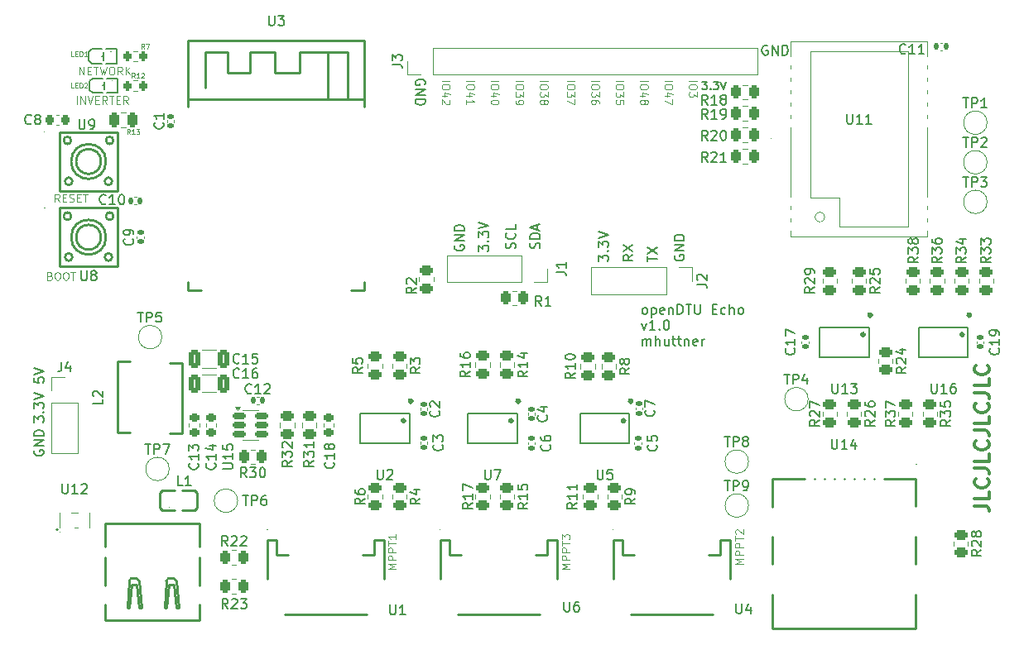
<source format=gbr>
%TF.GenerationSoftware,KiCad,Pcbnew,9.0.1*%
%TF.CreationDate,2025-05-14T14:59:36+02:00*%
%TF.ProjectId,opendtu,6f70656e-6474-4752-9e6b-696361645f70,rev?*%
%TF.SameCoordinates,Original*%
%TF.FileFunction,Legend,Top*%
%TF.FilePolarity,Positive*%
%FSLAX46Y46*%
G04 Gerber Fmt 4.6, Leading zero omitted, Abs format (unit mm)*
G04 Created by KiCad (PCBNEW 9.0.1) date 2025-05-14 14:59:36*
%MOMM*%
%LPD*%
G01*
G04 APERTURE LIST*
G04 Aperture macros list*
%AMRoundRect*
0 Rectangle with rounded corners*
0 $1 Rounding radius*
0 $2 $3 $4 $5 $6 $7 $8 $9 X,Y pos of 4 corners*
0 Add a 4 corners polygon primitive as box body*
4,1,4,$2,$3,$4,$5,$6,$7,$8,$9,$2,$3,0*
0 Add four circle primitives for the rounded corners*
1,1,$1+$1,$2,$3*
1,1,$1+$1,$4,$5*
1,1,$1+$1,$6,$7*
1,1,$1+$1,$8,$9*
0 Add four rect primitives between the rounded corners*
20,1,$1+$1,$2,$3,$4,$5,0*
20,1,$1+$1,$4,$5,$6,$7,0*
20,1,$1+$1,$6,$7,$8,$9,0*
20,1,$1+$1,$8,$9,$2,$3,0*%
G04 Aperture macros list end*
%ADD10C,0.300000*%
%ADD11C,0.100000*%
%ADD12C,0.200000*%
%ADD13C,0.160000*%
%ADD14C,0.150000*%
%ADD15C,0.062500*%
%ADD16C,0.120000*%
%ADD17C,0.152400*%
%ADD18C,0.059995*%
%ADD19C,0.254001*%
%ADD20C,0.150013*%
%ADD21C,0.202997*%
%ADD22RoundRect,0.250000X-0.450000X0.262500X-0.450000X-0.262500X0.450000X-0.262500X0.450000X0.262500X0*%
%ADD23RoundRect,0.225000X0.225000X0.250000X-0.225000X0.250000X-0.225000X-0.250000X0.225000X-0.250000X0*%
%ADD24RoundRect,0.140000X-0.170000X0.140000X-0.170000X-0.140000X0.170000X-0.140000X0.170000X0.140000X0*%
%ADD25O,0.588011X2.045009*%
%ADD26C,2.000000*%
%ADD27RoundRect,0.200000X-0.200000X-0.275000X0.200000X-0.275000X0.200000X0.275000X-0.200000X0.275000X0*%
%ADD28RoundRect,0.250000X0.250000X0.475000X-0.250000X0.475000X-0.250000X-0.475000X0.250000X-0.475000X0*%
%ADD29RoundRect,0.140000X0.170000X-0.140000X0.170000X0.140000X-0.170000X0.140000X-0.170000X-0.140000X0*%
%ADD30RoundRect,0.250000X-0.262500X-0.450000X0.262500X-0.450000X0.262500X0.450000X-0.262500X0.450000X0*%
%ADD31RoundRect,0.225000X0.250000X-0.225000X0.250000X0.225000X-0.250000X0.225000X-0.250000X-0.225000X0*%
%ADD32R,1.700000X1.700000*%
%ADD33C,1.700000*%
%ADD34R,1.000000X3.500000*%
%ADD35R,1.800000X3.700000*%
%ADD36R,0.800000X0.800000*%
%ADD37C,1.800000*%
%ADD38R,0.550013X3.200000*%
%ADD39O,1.450013X2.750013*%
%ADD40R,2.000000X0.900000*%
%ADD41C,0.700025*%
%ADD42O,1.000000X0.700000*%
%ADD43O,1.000000X1.600000*%
%ADD44R,0.300000X1.100000*%
%ADD45C,0.600000*%
%ADD46RoundRect,0.140000X0.140000X0.170000X-0.140000X0.170000X-0.140000X-0.170000X0.140000X-0.170000X0*%
%ADD47R,1.132537X1.377013*%
%ADD48R,2.000000X1.200000*%
%ADD49RoundRect,0.140000X-0.140000X-0.170000X0.140000X-0.170000X0.140000X0.170000X-0.140000X0.170000X0*%
%ADD50RoundRect,0.250000X0.450000X-0.262500X0.450000X0.262500X-0.450000X0.262500X-0.450000X-0.262500X0*%
%ADD51R,3.800000X2.500000*%
%ADD52RoundRect,0.150000X-0.512500X-0.150000X0.512500X-0.150000X0.512500X0.150000X-0.512500X0.150000X0*%
%ADD53RoundRect,0.250000X-0.325000X-0.650000X0.325000X-0.650000X0.325000X0.650000X-0.325000X0.650000X0*%
%ADD54RoundRect,0.250000X0.262500X0.450000X-0.262500X0.450000X-0.262500X-0.450000X0.262500X-0.450000X0*%
%ADD55R,1.193802X0.838202*%
%ADD56R,0.838202X0.838202*%
%ADD57R,1.500000X0.900000*%
%ADD58R,0.900000X1.500000*%
%ADD59R,0.900000X0.900000*%
G04 APERTURE END LIST*
D10*
X172300828Y-123016917D02*
X173372257Y-123016917D01*
X173372257Y-123016917D02*
X173586542Y-123088346D01*
X173586542Y-123088346D02*
X173729400Y-123231203D01*
X173729400Y-123231203D02*
X173800828Y-123445489D01*
X173800828Y-123445489D02*
X173800828Y-123588346D01*
X173800828Y-121588346D02*
X173800828Y-122302632D01*
X173800828Y-122302632D02*
X172300828Y-122302632D01*
X173657971Y-120231203D02*
X173729400Y-120302631D01*
X173729400Y-120302631D02*
X173800828Y-120516917D01*
X173800828Y-120516917D02*
X173800828Y-120659774D01*
X173800828Y-120659774D02*
X173729400Y-120874060D01*
X173729400Y-120874060D02*
X173586542Y-121016917D01*
X173586542Y-121016917D02*
X173443685Y-121088346D01*
X173443685Y-121088346D02*
X173157971Y-121159774D01*
X173157971Y-121159774D02*
X172943685Y-121159774D01*
X172943685Y-121159774D02*
X172657971Y-121088346D01*
X172657971Y-121088346D02*
X172515114Y-121016917D01*
X172515114Y-121016917D02*
X172372257Y-120874060D01*
X172372257Y-120874060D02*
X172300828Y-120659774D01*
X172300828Y-120659774D02*
X172300828Y-120516917D01*
X172300828Y-120516917D02*
X172372257Y-120302631D01*
X172372257Y-120302631D02*
X172443685Y-120231203D01*
X172300828Y-119159774D02*
X173372257Y-119159774D01*
X173372257Y-119159774D02*
X173586542Y-119231203D01*
X173586542Y-119231203D02*
X173729400Y-119374060D01*
X173729400Y-119374060D02*
X173800828Y-119588346D01*
X173800828Y-119588346D02*
X173800828Y-119731203D01*
X173800828Y-117731203D02*
X173800828Y-118445489D01*
X173800828Y-118445489D02*
X172300828Y-118445489D01*
X173657971Y-116374060D02*
X173729400Y-116445488D01*
X173729400Y-116445488D02*
X173800828Y-116659774D01*
X173800828Y-116659774D02*
X173800828Y-116802631D01*
X173800828Y-116802631D02*
X173729400Y-117016917D01*
X173729400Y-117016917D02*
X173586542Y-117159774D01*
X173586542Y-117159774D02*
X173443685Y-117231203D01*
X173443685Y-117231203D02*
X173157971Y-117302631D01*
X173157971Y-117302631D02*
X172943685Y-117302631D01*
X172943685Y-117302631D02*
X172657971Y-117231203D01*
X172657971Y-117231203D02*
X172515114Y-117159774D01*
X172515114Y-117159774D02*
X172372257Y-117016917D01*
X172372257Y-117016917D02*
X172300828Y-116802631D01*
X172300828Y-116802631D02*
X172300828Y-116659774D01*
X172300828Y-116659774D02*
X172372257Y-116445488D01*
X172372257Y-116445488D02*
X172443685Y-116374060D01*
X172300828Y-115302631D02*
X173372257Y-115302631D01*
X173372257Y-115302631D02*
X173586542Y-115374060D01*
X173586542Y-115374060D02*
X173729400Y-115516917D01*
X173729400Y-115516917D02*
X173800828Y-115731203D01*
X173800828Y-115731203D02*
X173800828Y-115874060D01*
X173800828Y-113874060D02*
X173800828Y-114588346D01*
X173800828Y-114588346D02*
X172300828Y-114588346D01*
X173657971Y-112516917D02*
X173729400Y-112588345D01*
X173729400Y-112588345D02*
X173800828Y-112802631D01*
X173800828Y-112802631D02*
X173800828Y-112945488D01*
X173800828Y-112945488D02*
X173729400Y-113159774D01*
X173729400Y-113159774D02*
X173586542Y-113302631D01*
X173586542Y-113302631D02*
X173443685Y-113374060D01*
X173443685Y-113374060D02*
X173157971Y-113445488D01*
X173157971Y-113445488D02*
X172943685Y-113445488D01*
X172943685Y-113445488D02*
X172657971Y-113374060D01*
X172657971Y-113374060D02*
X172515114Y-113302631D01*
X172515114Y-113302631D02*
X172372257Y-113159774D01*
X172372257Y-113159774D02*
X172300828Y-112945488D01*
X172300828Y-112945488D02*
X172300828Y-112802631D01*
X172300828Y-112802631D02*
X172372257Y-112588345D01*
X172372257Y-112588345D02*
X172443685Y-112516917D01*
X172300828Y-111445488D02*
X173372257Y-111445488D01*
X173372257Y-111445488D02*
X173586542Y-111516917D01*
X173586542Y-111516917D02*
X173729400Y-111659774D01*
X173729400Y-111659774D02*
X173800828Y-111874060D01*
X173800828Y-111874060D02*
X173800828Y-112016917D01*
X173800828Y-110016917D02*
X173800828Y-110731203D01*
X173800828Y-110731203D02*
X172300828Y-110731203D01*
X173657971Y-108659774D02*
X173729400Y-108731202D01*
X173729400Y-108731202D02*
X173800828Y-108945488D01*
X173800828Y-108945488D02*
X173800828Y-109088345D01*
X173800828Y-109088345D02*
X173729400Y-109302631D01*
X173729400Y-109302631D02*
X173586542Y-109445488D01*
X173586542Y-109445488D02*
X173443685Y-109516917D01*
X173443685Y-109516917D02*
X173157971Y-109588345D01*
X173157971Y-109588345D02*
X172943685Y-109588345D01*
X172943685Y-109588345D02*
X172657971Y-109516917D01*
X172657971Y-109516917D02*
X172515114Y-109445488D01*
X172515114Y-109445488D02*
X172372257Y-109302631D01*
X172372257Y-109302631D02*
X172300828Y-109088345D01*
X172300828Y-109088345D02*
X172300828Y-108945488D01*
X172300828Y-108945488D02*
X172372257Y-108731202D01*
X172372257Y-108731202D02*
X172443685Y-108659774D01*
D11*
X77772931Y-99477847D02*
X77887217Y-99515942D01*
X77887217Y-99515942D02*
X77925312Y-99554038D01*
X77925312Y-99554038D02*
X77963408Y-99630228D01*
X77963408Y-99630228D02*
X77963408Y-99744514D01*
X77963408Y-99744514D02*
X77925312Y-99820704D01*
X77925312Y-99820704D02*
X77887217Y-99858800D01*
X77887217Y-99858800D02*
X77811027Y-99896895D01*
X77811027Y-99896895D02*
X77506265Y-99896895D01*
X77506265Y-99896895D02*
X77506265Y-99096895D01*
X77506265Y-99096895D02*
X77772931Y-99096895D01*
X77772931Y-99096895D02*
X77849122Y-99134990D01*
X77849122Y-99134990D02*
X77887217Y-99173085D01*
X77887217Y-99173085D02*
X77925312Y-99249276D01*
X77925312Y-99249276D02*
X77925312Y-99325466D01*
X77925312Y-99325466D02*
X77887217Y-99401657D01*
X77887217Y-99401657D02*
X77849122Y-99439752D01*
X77849122Y-99439752D02*
X77772931Y-99477847D01*
X77772931Y-99477847D02*
X77506265Y-99477847D01*
X78458646Y-99096895D02*
X78611027Y-99096895D01*
X78611027Y-99096895D02*
X78687217Y-99134990D01*
X78687217Y-99134990D02*
X78763408Y-99211180D01*
X78763408Y-99211180D02*
X78801503Y-99363561D01*
X78801503Y-99363561D02*
X78801503Y-99630228D01*
X78801503Y-99630228D02*
X78763408Y-99782609D01*
X78763408Y-99782609D02*
X78687217Y-99858800D01*
X78687217Y-99858800D02*
X78611027Y-99896895D01*
X78611027Y-99896895D02*
X78458646Y-99896895D01*
X78458646Y-99896895D02*
X78382455Y-99858800D01*
X78382455Y-99858800D02*
X78306265Y-99782609D01*
X78306265Y-99782609D02*
X78268169Y-99630228D01*
X78268169Y-99630228D02*
X78268169Y-99363561D01*
X78268169Y-99363561D02*
X78306265Y-99211180D01*
X78306265Y-99211180D02*
X78382455Y-99134990D01*
X78382455Y-99134990D02*
X78458646Y-99096895D01*
X79296741Y-99096895D02*
X79449122Y-99096895D01*
X79449122Y-99096895D02*
X79525312Y-99134990D01*
X79525312Y-99134990D02*
X79601503Y-99211180D01*
X79601503Y-99211180D02*
X79639598Y-99363561D01*
X79639598Y-99363561D02*
X79639598Y-99630228D01*
X79639598Y-99630228D02*
X79601503Y-99782609D01*
X79601503Y-99782609D02*
X79525312Y-99858800D01*
X79525312Y-99858800D02*
X79449122Y-99896895D01*
X79449122Y-99896895D02*
X79296741Y-99896895D01*
X79296741Y-99896895D02*
X79220550Y-99858800D01*
X79220550Y-99858800D02*
X79144360Y-99782609D01*
X79144360Y-99782609D02*
X79106264Y-99630228D01*
X79106264Y-99630228D02*
X79106264Y-99363561D01*
X79106264Y-99363561D02*
X79144360Y-99211180D01*
X79144360Y-99211180D02*
X79220550Y-99134990D01*
X79220550Y-99134990D02*
X79296741Y-99096895D01*
X79868169Y-99096895D02*
X80325312Y-99096895D01*
X80096740Y-99896895D02*
X80096740Y-99096895D01*
D12*
X125319600Y-96677945D02*
X125367219Y-96535088D01*
X125367219Y-96535088D02*
X125367219Y-96296993D01*
X125367219Y-96296993D02*
X125319600Y-96201755D01*
X125319600Y-96201755D02*
X125271980Y-96154136D01*
X125271980Y-96154136D02*
X125176742Y-96106517D01*
X125176742Y-96106517D02*
X125081504Y-96106517D01*
X125081504Y-96106517D02*
X124986266Y-96154136D01*
X124986266Y-96154136D02*
X124938647Y-96201755D01*
X124938647Y-96201755D02*
X124891028Y-96296993D01*
X124891028Y-96296993D02*
X124843409Y-96487469D01*
X124843409Y-96487469D02*
X124795790Y-96582707D01*
X124795790Y-96582707D02*
X124748171Y-96630326D01*
X124748171Y-96630326D02*
X124652933Y-96677945D01*
X124652933Y-96677945D02*
X124557695Y-96677945D01*
X124557695Y-96677945D02*
X124462457Y-96630326D01*
X124462457Y-96630326D02*
X124414838Y-96582707D01*
X124414838Y-96582707D02*
X124367219Y-96487469D01*
X124367219Y-96487469D02*
X124367219Y-96249374D01*
X124367219Y-96249374D02*
X124414838Y-96106517D01*
X125271980Y-95106517D02*
X125319600Y-95154136D01*
X125319600Y-95154136D02*
X125367219Y-95296993D01*
X125367219Y-95296993D02*
X125367219Y-95392231D01*
X125367219Y-95392231D02*
X125319600Y-95535088D01*
X125319600Y-95535088D02*
X125224361Y-95630326D01*
X125224361Y-95630326D02*
X125129123Y-95677945D01*
X125129123Y-95677945D02*
X124938647Y-95725564D01*
X124938647Y-95725564D02*
X124795790Y-95725564D01*
X124795790Y-95725564D02*
X124605314Y-95677945D01*
X124605314Y-95677945D02*
X124510076Y-95630326D01*
X124510076Y-95630326D02*
X124414838Y-95535088D01*
X124414838Y-95535088D02*
X124367219Y-95392231D01*
X124367219Y-95392231D02*
X124367219Y-95296993D01*
X124367219Y-95296993D02*
X124414838Y-95154136D01*
X124414838Y-95154136D02*
X124462457Y-95106517D01*
X125367219Y-94201755D02*
X125367219Y-94677945D01*
X125367219Y-94677945D02*
X124367219Y-94677945D01*
D13*
X144469548Y-79593775D02*
X144964786Y-79593775D01*
X144964786Y-79593775D02*
X144698120Y-79898537D01*
X144698120Y-79898537D02*
X144812405Y-79898537D01*
X144812405Y-79898537D02*
X144888596Y-79936632D01*
X144888596Y-79936632D02*
X144926691Y-79974727D01*
X144926691Y-79974727D02*
X144964786Y-80050918D01*
X144964786Y-80050918D02*
X144964786Y-80241394D01*
X144964786Y-80241394D02*
X144926691Y-80317584D01*
X144926691Y-80317584D02*
X144888596Y-80355680D01*
X144888596Y-80355680D02*
X144812405Y-80393775D01*
X144812405Y-80393775D02*
X144583834Y-80393775D01*
X144583834Y-80393775D02*
X144507643Y-80355680D01*
X144507643Y-80355680D02*
X144469548Y-80317584D01*
X145307644Y-80317584D02*
X145345739Y-80355680D01*
X145345739Y-80355680D02*
X145307644Y-80393775D01*
X145307644Y-80393775D02*
X145269548Y-80355680D01*
X145269548Y-80355680D02*
X145307644Y-80317584D01*
X145307644Y-80317584D02*
X145307644Y-80393775D01*
X145612405Y-79593775D02*
X146107643Y-79593775D01*
X146107643Y-79593775D02*
X145840977Y-79898537D01*
X145840977Y-79898537D02*
X145955262Y-79898537D01*
X145955262Y-79898537D02*
X146031453Y-79936632D01*
X146031453Y-79936632D02*
X146069548Y-79974727D01*
X146069548Y-79974727D02*
X146107643Y-80050918D01*
X146107643Y-80050918D02*
X146107643Y-80241394D01*
X146107643Y-80241394D02*
X146069548Y-80317584D01*
X146069548Y-80317584D02*
X146031453Y-80355680D01*
X146031453Y-80355680D02*
X145955262Y-80393775D01*
X145955262Y-80393775D02*
X145726691Y-80393775D01*
X145726691Y-80393775D02*
X145650500Y-80355680D01*
X145650500Y-80355680D02*
X145612405Y-80317584D01*
X146336215Y-79593775D02*
X146602882Y-80393775D01*
X146602882Y-80393775D02*
X146869548Y-79593775D01*
D11*
X80506265Y-81896895D02*
X80506265Y-81096895D01*
X80887217Y-81896895D02*
X80887217Y-81096895D01*
X80887217Y-81096895D02*
X81344360Y-81896895D01*
X81344360Y-81896895D02*
X81344360Y-81096895D01*
X81611026Y-81096895D02*
X81877693Y-81896895D01*
X81877693Y-81896895D02*
X82144359Y-81096895D01*
X82411026Y-81477847D02*
X82677692Y-81477847D01*
X82791978Y-81896895D02*
X82411026Y-81896895D01*
X82411026Y-81896895D02*
X82411026Y-81096895D01*
X82411026Y-81096895D02*
X82791978Y-81096895D01*
X83591979Y-81896895D02*
X83325312Y-81515942D01*
X83134836Y-81896895D02*
X83134836Y-81096895D01*
X83134836Y-81096895D02*
X83439598Y-81096895D01*
X83439598Y-81096895D02*
X83515788Y-81134990D01*
X83515788Y-81134990D02*
X83553883Y-81173085D01*
X83553883Y-81173085D02*
X83591979Y-81249276D01*
X83591979Y-81249276D02*
X83591979Y-81363561D01*
X83591979Y-81363561D02*
X83553883Y-81439752D01*
X83553883Y-81439752D02*
X83515788Y-81477847D01*
X83515788Y-81477847D02*
X83439598Y-81515942D01*
X83439598Y-81515942D02*
X83134836Y-81515942D01*
X83820550Y-81096895D02*
X84277693Y-81096895D01*
X84049121Y-81896895D02*
X84049121Y-81096895D01*
X84544360Y-81477847D02*
X84811026Y-81477847D01*
X84925312Y-81896895D02*
X84544360Y-81896895D01*
X84544360Y-81896895D02*
X84544360Y-81096895D01*
X84544360Y-81096895D02*
X84925312Y-81096895D01*
X85725313Y-81896895D02*
X85458646Y-81515942D01*
X85268170Y-81896895D02*
X85268170Y-81096895D01*
X85268170Y-81096895D02*
X85572932Y-81096895D01*
X85572932Y-81096895D02*
X85649122Y-81134990D01*
X85649122Y-81134990D02*
X85687217Y-81173085D01*
X85687217Y-81173085D02*
X85725313Y-81249276D01*
X85725313Y-81249276D02*
X85725313Y-81363561D01*
X85725313Y-81363561D02*
X85687217Y-81439752D01*
X85687217Y-81439752D02*
X85649122Y-81477847D01*
X85649122Y-81477847D02*
X85572932Y-81515942D01*
X85572932Y-81515942D02*
X85268170Y-81515942D01*
X78713408Y-91896895D02*
X78446741Y-91515942D01*
X78256265Y-91896895D02*
X78256265Y-91096895D01*
X78256265Y-91096895D02*
X78561027Y-91096895D01*
X78561027Y-91096895D02*
X78637217Y-91134990D01*
X78637217Y-91134990D02*
X78675312Y-91173085D01*
X78675312Y-91173085D02*
X78713408Y-91249276D01*
X78713408Y-91249276D02*
X78713408Y-91363561D01*
X78713408Y-91363561D02*
X78675312Y-91439752D01*
X78675312Y-91439752D02*
X78637217Y-91477847D01*
X78637217Y-91477847D02*
X78561027Y-91515942D01*
X78561027Y-91515942D02*
X78256265Y-91515942D01*
X79056265Y-91477847D02*
X79322931Y-91477847D01*
X79437217Y-91896895D02*
X79056265Y-91896895D01*
X79056265Y-91896895D02*
X79056265Y-91096895D01*
X79056265Y-91096895D02*
X79437217Y-91096895D01*
X79741979Y-91858800D02*
X79856265Y-91896895D01*
X79856265Y-91896895D02*
X80046741Y-91896895D01*
X80046741Y-91896895D02*
X80122932Y-91858800D01*
X80122932Y-91858800D02*
X80161027Y-91820704D01*
X80161027Y-91820704D02*
X80199122Y-91744514D01*
X80199122Y-91744514D02*
X80199122Y-91668323D01*
X80199122Y-91668323D02*
X80161027Y-91592133D01*
X80161027Y-91592133D02*
X80122932Y-91554038D01*
X80122932Y-91554038D02*
X80046741Y-91515942D01*
X80046741Y-91515942D02*
X79894360Y-91477847D01*
X79894360Y-91477847D02*
X79818170Y-91439752D01*
X79818170Y-91439752D02*
X79780075Y-91401657D01*
X79780075Y-91401657D02*
X79741979Y-91325466D01*
X79741979Y-91325466D02*
X79741979Y-91249276D01*
X79741979Y-91249276D02*
X79780075Y-91173085D01*
X79780075Y-91173085D02*
X79818170Y-91134990D01*
X79818170Y-91134990D02*
X79894360Y-91096895D01*
X79894360Y-91096895D02*
X80084837Y-91096895D01*
X80084837Y-91096895D02*
X80199122Y-91134990D01*
X80541980Y-91477847D02*
X80808646Y-91477847D01*
X80922932Y-91896895D02*
X80541980Y-91896895D01*
X80541980Y-91896895D02*
X80541980Y-91096895D01*
X80541980Y-91096895D02*
X80922932Y-91096895D01*
X81151504Y-91096895D02*
X81608647Y-91096895D01*
X81380075Y-91896895D02*
X81380075Y-91096895D01*
D12*
X119164838Y-96356517D02*
X119117219Y-96451755D01*
X119117219Y-96451755D02*
X119117219Y-96594612D01*
X119117219Y-96594612D02*
X119164838Y-96737469D01*
X119164838Y-96737469D02*
X119260076Y-96832707D01*
X119260076Y-96832707D02*
X119355314Y-96880326D01*
X119355314Y-96880326D02*
X119545790Y-96927945D01*
X119545790Y-96927945D02*
X119688647Y-96927945D01*
X119688647Y-96927945D02*
X119879123Y-96880326D01*
X119879123Y-96880326D02*
X119974361Y-96832707D01*
X119974361Y-96832707D02*
X120069600Y-96737469D01*
X120069600Y-96737469D02*
X120117219Y-96594612D01*
X120117219Y-96594612D02*
X120117219Y-96499374D01*
X120117219Y-96499374D02*
X120069600Y-96356517D01*
X120069600Y-96356517D02*
X120021980Y-96308898D01*
X120021980Y-96308898D02*
X119688647Y-96308898D01*
X119688647Y-96308898D02*
X119688647Y-96499374D01*
X120117219Y-95880326D02*
X119117219Y-95880326D01*
X119117219Y-95880326D02*
X120117219Y-95308898D01*
X120117219Y-95308898D02*
X119117219Y-95308898D01*
X120117219Y-94832707D02*
X119117219Y-94832707D01*
X119117219Y-94832707D02*
X119117219Y-94594612D01*
X119117219Y-94594612D02*
X119164838Y-94451755D01*
X119164838Y-94451755D02*
X119260076Y-94356517D01*
X119260076Y-94356517D02*
X119355314Y-94308898D01*
X119355314Y-94308898D02*
X119545790Y-94261279D01*
X119545790Y-94261279D02*
X119688647Y-94261279D01*
X119688647Y-94261279D02*
X119879123Y-94308898D01*
X119879123Y-94308898D02*
X119974361Y-94356517D01*
X119974361Y-94356517D02*
X120069600Y-94451755D01*
X120069600Y-94451755D02*
X120117219Y-94594612D01*
X120117219Y-94594612D02*
X120117219Y-94832707D01*
X121617219Y-96975564D02*
X121617219Y-96356517D01*
X121617219Y-96356517D02*
X121998171Y-96689850D01*
X121998171Y-96689850D02*
X121998171Y-96546993D01*
X121998171Y-96546993D02*
X122045790Y-96451755D01*
X122045790Y-96451755D02*
X122093409Y-96404136D01*
X122093409Y-96404136D02*
X122188647Y-96356517D01*
X122188647Y-96356517D02*
X122426742Y-96356517D01*
X122426742Y-96356517D02*
X122521980Y-96404136D01*
X122521980Y-96404136D02*
X122569600Y-96451755D01*
X122569600Y-96451755D02*
X122617219Y-96546993D01*
X122617219Y-96546993D02*
X122617219Y-96832707D01*
X122617219Y-96832707D02*
X122569600Y-96927945D01*
X122569600Y-96927945D02*
X122521980Y-96975564D01*
X122521980Y-95927945D02*
X122569600Y-95880326D01*
X122569600Y-95880326D02*
X122617219Y-95927945D01*
X122617219Y-95927945D02*
X122569600Y-95975564D01*
X122569600Y-95975564D02*
X122521980Y-95927945D01*
X122521980Y-95927945D02*
X122617219Y-95927945D01*
X121617219Y-95546993D02*
X121617219Y-94927946D01*
X121617219Y-94927946D02*
X121998171Y-95261279D01*
X121998171Y-95261279D02*
X121998171Y-95118422D01*
X121998171Y-95118422D02*
X122045790Y-95023184D01*
X122045790Y-95023184D02*
X122093409Y-94975565D01*
X122093409Y-94975565D02*
X122188647Y-94927946D01*
X122188647Y-94927946D02*
X122426742Y-94927946D01*
X122426742Y-94927946D02*
X122521980Y-94975565D01*
X122521980Y-94975565D02*
X122569600Y-95023184D01*
X122569600Y-95023184D02*
X122617219Y-95118422D01*
X122617219Y-95118422D02*
X122617219Y-95404136D01*
X122617219Y-95404136D02*
X122569600Y-95499374D01*
X122569600Y-95499374D02*
X122521980Y-95546993D01*
X121617219Y-94642231D02*
X122617219Y-94308898D01*
X122617219Y-94308898D02*
X121617219Y-93975565D01*
D11*
X125353104Y-79506265D02*
X126153104Y-79506265D01*
X126153104Y-80039598D02*
X126153104Y-80191979D01*
X126153104Y-80191979D02*
X126115009Y-80268169D01*
X126115009Y-80268169D02*
X126038819Y-80344360D01*
X126038819Y-80344360D02*
X125886438Y-80382455D01*
X125886438Y-80382455D02*
X125619771Y-80382455D01*
X125619771Y-80382455D02*
X125467390Y-80344360D01*
X125467390Y-80344360D02*
X125391200Y-80268169D01*
X125391200Y-80268169D02*
X125353104Y-80191979D01*
X125353104Y-80191979D02*
X125353104Y-80039598D01*
X125353104Y-80039598D02*
X125391200Y-79963407D01*
X125391200Y-79963407D02*
X125467390Y-79887217D01*
X125467390Y-79887217D02*
X125619771Y-79849121D01*
X125619771Y-79849121D02*
X125886438Y-79849121D01*
X125886438Y-79849121D02*
X126038819Y-79887217D01*
X126038819Y-79887217D02*
X126115009Y-79963407D01*
X126115009Y-79963407D02*
X126153104Y-80039598D01*
X126153104Y-80649121D02*
X126153104Y-81144359D01*
X126153104Y-81144359D02*
X125848342Y-80877693D01*
X125848342Y-80877693D02*
X125848342Y-80991978D01*
X125848342Y-80991978D02*
X125810247Y-81068169D01*
X125810247Y-81068169D02*
X125772152Y-81106264D01*
X125772152Y-81106264D02*
X125695961Y-81144359D01*
X125695961Y-81144359D02*
X125505485Y-81144359D01*
X125505485Y-81144359D02*
X125429295Y-81106264D01*
X125429295Y-81106264D02*
X125391200Y-81068169D01*
X125391200Y-81068169D02*
X125353104Y-80991978D01*
X125353104Y-80991978D02*
X125353104Y-80763407D01*
X125353104Y-80763407D02*
X125391200Y-80687216D01*
X125391200Y-80687216D02*
X125429295Y-80649121D01*
X125353104Y-81525312D02*
X125353104Y-81677693D01*
X125353104Y-81677693D02*
X125391200Y-81753883D01*
X125391200Y-81753883D02*
X125429295Y-81791979D01*
X125429295Y-81791979D02*
X125543580Y-81868169D01*
X125543580Y-81868169D02*
X125695961Y-81906264D01*
X125695961Y-81906264D02*
X126000723Y-81906264D01*
X126000723Y-81906264D02*
X126076914Y-81868169D01*
X126076914Y-81868169D02*
X126115009Y-81830074D01*
X126115009Y-81830074D02*
X126153104Y-81753883D01*
X126153104Y-81753883D02*
X126153104Y-81601502D01*
X126153104Y-81601502D02*
X126115009Y-81525312D01*
X126115009Y-81525312D02*
X126076914Y-81487217D01*
X126076914Y-81487217D02*
X126000723Y-81449121D01*
X126000723Y-81449121D02*
X125810247Y-81449121D01*
X125810247Y-81449121D02*
X125734057Y-81487217D01*
X125734057Y-81487217D02*
X125695961Y-81525312D01*
X125695961Y-81525312D02*
X125657866Y-81601502D01*
X125657866Y-81601502D02*
X125657866Y-81753883D01*
X125657866Y-81753883D02*
X125695961Y-81830074D01*
X125695961Y-81830074D02*
X125734057Y-81868169D01*
X125734057Y-81868169D02*
X125810247Y-81906264D01*
D12*
X116085161Y-79893482D02*
X116132780Y-79798244D01*
X116132780Y-79798244D02*
X116132780Y-79655387D01*
X116132780Y-79655387D02*
X116085161Y-79512530D01*
X116085161Y-79512530D02*
X115989923Y-79417292D01*
X115989923Y-79417292D02*
X115894685Y-79369673D01*
X115894685Y-79369673D02*
X115704209Y-79322054D01*
X115704209Y-79322054D02*
X115561352Y-79322054D01*
X115561352Y-79322054D02*
X115370876Y-79369673D01*
X115370876Y-79369673D02*
X115275638Y-79417292D01*
X115275638Y-79417292D02*
X115180400Y-79512530D01*
X115180400Y-79512530D02*
X115132780Y-79655387D01*
X115132780Y-79655387D02*
X115132780Y-79750625D01*
X115132780Y-79750625D02*
X115180400Y-79893482D01*
X115180400Y-79893482D02*
X115228019Y-79941101D01*
X115228019Y-79941101D02*
X115561352Y-79941101D01*
X115561352Y-79941101D02*
X115561352Y-79750625D01*
X115132780Y-80369673D02*
X116132780Y-80369673D01*
X116132780Y-80369673D02*
X115132780Y-80941101D01*
X115132780Y-80941101D02*
X116132780Y-80941101D01*
X115132780Y-81417292D02*
X116132780Y-81417292D01*
X116132780Y-81417292D02*
X116132780Y-81655387D01*
X116132780Y-81655387D02*
X116085161Y-81798244D01*
X116085161Y-81798244D02*
X115989923Y-81893482D01*
X115989923Y-81893482D02*
X115894685Y-81941101D01*
X115894685Y-81941101D02*
X115704209Y-81988720D01*
X115704209Y-81988720D02*
X115561352Y-81988720D01*
X115561352Y-81988720D02*
X115370876Y-81941101D01*
X115370876Y-81941101D02*
X115275638Y-81893482D01*
X115275638Y-81893482D02*
X115180400Y-81798244D01*
X115180400Y-81798244D02*
X115132780Y-81655387D01*
X115132780Y-81655387D02*
X115132780Y-81417292D01*
D11*
X113146895Y-129493734D02*
X112346895Y-129493734D01*
X112346895Y-129493734D02*
X112918323Y-129227068D01*
X112918323Y-129227068D02*
X112346895Y-128960401D01*
X112346895Y-128960401D02*
X113146895Y-128960401D01*
X113146895Y-128579448D02*
X112346895Y-128579448D01*
X112346895Y-128579448D02*
X112346895Y-128274686D01*
X112346895Y-128274686D02*
X112384990Y-128198496D01*
X112384990Y-128198496D02*
X112423085Y-128160401D01*
X112423085Y-128160401D02*
X112499276Y-128122305D01*
X112499276Y-128122305D02*
X112613561Y-128122305D01*
X112613561Y-128122305D02*
X112689752Y-128160401D01*
X112689752Y-128160401D02*
X112727847Y-128198496D01*
X112727847Y-128198496D02*
X112765942Y-128274686D01*
X112765942Y-128274686D02*
X112765942Y-128579448D01*
X113146895Y-127779448D02*
X112346895Y-127779448D01*
X112346895Y-127779448D02*
X112346895Y-127474686D01*
X112346895Y-127474686D02*
X112384990Y-127398496D01*
X112384990Y-127398496D02*
X112423085Y-127360401D01*
X112423085Y-127360401D02*
X112499276Y-127322305D01*
X112499276Y-127322305D02*
X112613561Y-127322305D01*
X112613561Y-127322305D02*
X112689752Y-127360401D01*
X112689752Y-127360401D02*
X112727847Y-127398496D01*
X112727847Y-127398496D02*
X112765942Y-127474686D01*
X112765942Y-127474686D02*
X112765942Y-127779448D01*
X112346895Y-127093734D02*
X112346895Y-126636591D01*
X113146895Y-126865163D02*
X112346895Y-126865163D01*
X113146895Y-125950877D02*
X113146895Y-126408020D01*
X113146895Y-126179448D02*
X112346895Y-126179448D01*
X112346895Y-126179448D02*
X112461180Y-126255639D01*
X112461180Y-126255639D02*
X112537371Y-126331829D01*
X112537371Y-126331829D02*
X112575466Y-126408020D01*
D12*
X76164838Y-117356517D02*
X76117219Y-117451755D01*
X76117219Y-117451755D02*
X76117219Y-117594612D01*
X76117219Y-117594612D02*
X76164838Y-117737469D01*
X76164838Y-117737469D02*
X76260076Y-117832707D01*
X76260076Y-117832707D02*
X76355314Y-117880326D01*
X76355314Y-117880326D02*
X76545790Y-117927945D01*
X76545790Y-117927945D02*
X76688647Y-117927945D01*
X76688647Y-117927945D02*
X76879123Y-117880326D01*
X76879123Y-117880326D02*
X76974361Y-117832707D01*
X76974361Y-117832707D02*
X77069600Y-117737469D01*
X77069600Y-117737469D02*
X77117219Y-117594612D01*
X77117219Y-117594612D02*
X77117219Y-117499374D01*
X77117219Y-117499374D02*
X77069600Y-117356517D01*
X77069600Y-117356517D02*
X77021980Y-117308898D01*
X77021980Y-117308898D02*
X76688647Y-117308898D01*
X76688647Y-117308898D02*
X76688647Y-117499374D01*
X77117219Y-116880326D02*
X76117219Y-116880326D01*
X76117219Y-116880326D02*
X77117219Y-116308898D01*
X77117219Y-116308898D02*
X76117219Y-116308898D01*
X77117219Y-115832707D02*
X76117219Y-115832707D01*
X76117219Y-115832707D02*
X76117219Y-115594612D01*
X76117219Y-115594612D02*
X76164838Y-115451755D01*
X76164838Y-115451755D02*
X76260076Y-115356517D01*
X76260076Y-115356517D02*
X76355314Y-115308898D01*
X76355314Y-115308898D02*
X76545790Y-115261279D01*
X76545790Y-115261279D02*
X76688647Y-115261279D01*
X76688647Y-115261279D02*
X76879123Y-115308898D01*
X76879123Y-115308898D02*
X76974361Y-115356517D01*
X76974361Y-115356517D02*
X77069600Y-115451755D01*
X77069600Y-115451755D02*
X77117219Y-115594612D01*
X77117219Y-115594612D02*
X77117219Y-115832707D01*
D11*
X130603104Y-79506265D02*
X131403104Y-79506265D01*
X131403104Y-80039598D02*
X131403104Y-80191979D01*
X131403104Y-80191979D02*
X131365009Y-80268169D01*
X131365009Y-80268169D02*
X131288819Y-80344360D01*
X131288819Y-80344360D02*
X131136438Y-80382455D01*
X131136438Y-80382455D02*
X130869771Y-80382455D01*
X130869771Y-80382455D02*
X130717390Y-80344360D01*
X130717390Y-80344360D02*
X130641200Y-80268169D01*
X130641200Y-80268169D02*
X130603104Y-80191979D01*
X130603104Y-80191979D02*
X130603104Y-80039598D01*
X130603104Y-80039598D02*
X130641200Y-79963407D01*
X130641200Y-79963407D02*
X130717390Y-79887217D01*
X130717390Y-79887217D02*
X130869771Y-79849121D01*
X130869771Y-79849121D02*
X131136438Y-79849121D01*
X131136438Y-79849121D02*
X131288819Y-79887217D01*
X131288819Y-79887217D02*
X131365009Y-79963407D01*
X131365009Y-79963407D02*
X131403104Y-80039598D01*
X131403104Y-80649121D02*
X131403104Y-81144359D01*
X131403104Y-81144359D02*
X131098342Y-80877693D01*
X131098342Y-80877693D02*
X131098342Y-80991978D01*
X131098342Y-80991978D02*
X131060247Y-81068169D01*
X131060247Y-81068169D02*
X131022152Y-81106264D01*
X131022152Y-81106264D02*
X130945961Y-81144359D01*
X130945961Y-81144359D02*
X130755485Y-81144359D01*
X130755485Y-81144359D02*
X130679295Y-81106264D01*
X130679295Y-81106264D02*
X130641200Y-81068169D01*
X130641200Y-81068169D02*
X130603104Y-80991978D01*
X130603104Y-80991978D02*
X130603104Y-80763407D01*
X130603104Y-80763407D02*
X130641200Y-80687216D01*
X130641200Y-80687216D02*
X130679295Y-80649121D01*
X131403104Y-81411026D02*
X131403104Y-81944360D01*
X131403104Y-81944360D02*
X130603104Y-81601502D01*
X80756265Y-78896895D02*
X80756265Y-78096895D01*
X80756265Y-78096895D02*
X81213408Y-78896895D01*
X81213408Y-78896895D02*
X81213408Y-78096895D01*
X81594360Y-78477847D02*
X81861026Y-78477847D01*
X81975312Y-78896895D02*
X81594360Y-78896895D01*
X81594360Y-78896895D02*
X81594360Y-78096895D01*
X81594360Y-78096895D02*
X81975312Y-78096895D01*
X82203884Y-78096895D02*
X82661027Y-78096895D01*
X82432455Y-78896895D02*
X82432455Y-78096895D01*
X82851503Y-78096895D02*
X83041979Y-78896895D01*
X83041979Y-78896895D02*
X83194360Y-78325466D01*
X83194360Y-78325466D02*
X83346741Y-78896895D01*
X83346741Y-78896895D02*
X83537218Y-78096895D01*
X83994361Y-78096895D02*
X84146742Y-78096895D01*
X84146742Y-78096895D02*
X84222932Y-78134990D01*
X84222932Y-78134990D02*
X84299123Y-78211180D01*
X84299123Y-78211180D02*
X84337218Y-78363561D01*
X84337218Y-78363561D02*
X84337218Y-78630228D01*
X84337218Y-78630228D02*
X84299123Y-78782609D01*
X84299123Y-78782609D02*
X84222932Y-78858800D01*
X84222932Y-78858800D02*
X84146742Y-78896895D01*
X84146742Y-78896895D02*
X83994361Y-78896895D01*
X83994361Y-78896895D02*
X83918170Y-78858800D01*
X83918170Y-78858800D02*
X83841980Y-78782609D01*
X83841980Y-78782609D02*
X83803884Y-78630228D01*
X83803884Y-78630228D02*
X83803884Y-78363561D01*
X83803884Y-78363561D02*
X83841980Y-78211180D01*
X83841980Y-78211180D02*
X83918170Y-78134990D01*
X83918170Y-78134990D02*
X83994361Y-78096895D01*
X85137218Y-78896895D02*
X84870551Y-78515942D01*
X84680075Y-78896895D02*
X84680075Y-78096895D01*
X84680075Y-78096895D02*
X84984837Y-78096895D01*
X84984837Y-78096895D02*
X85061027Y-78134990D01*
X85061027Y-78134990D02*
X85099122Y-78173085D01*
X85099122Y-78173085D02*
X85137218Y-78249276D01*
X85137218Y-78249276D02*
X85137218Y-78363561D01*
X85137218Y-78363561D02*
X85099122Y-78439752D01*
X85099122Y-78439752D02*
X85061027Y-78477847D01*
X85061027Y-78477847D02*
X84984837Y-78515942D01*
X84984837Y-78515942D02*
X84680075Y-78515942D01*
X85480075Y-78896895D02*
X85480075Y-78096895D01*
X85937218Y-78896895D02*
X85594360Y-78439752D01*
X85937218Y-78096895D02*
X85480075Y-78554038D01*
D12*
X138512530Y-103397331D02*
X138417292Y-103349712D01*
X138417292Y-103349712D02*
X138369673Y-103302092D01*
X138369673Y-103302092D02*
X138322054Y-103206854D01*
X138322054Y-103206854D02*
X138322054Y-102921140D01*
X138322054Y-102921140D02*
X138369673Y-102825902D01*
X138369673Y-102825902D02*
X138417292Y-102778283D01*
X138417292Y-102778283D02*
X138512530Y-102730664D01*
X138512530Y-102730664D02*
X138655387Y-102730664D01*
X138655387Y-102730664D02*
X138750625Y-102778283D01*
X138750625Y-102778283D02*
X138798244Y-102825902D01*
X138798244Y-102825902D02*
X138845863Y-102921140D01*
X138845863Y-102921140D02*
X138845863Y-103206854D01*
X138845863Y-103206854D02*
X138798244Y-103302092D01*
X138798244Y-103302092D02*
X138750625Y-103349712D01*
X138750625Y-103349712D02*
X138655387Y-103397331D01*
X138655387Y-103397331D02*
X138512530Y-103397331D01*
X139274435Y-102730664D02*
X139274435Y-103730664D01*
X139274435Y-102778283D02*
X139369673Y-102730664D01*
X139369673Y-102730664D02*
X139560149Y-102730664D01*
X139560149Y-102730664D02*
X139655387Y-102778283D01*
X139655387Y-102778283D02*
X139703006Y-102825902D01*
X139703006Y-102825902D02*
X139750625Y-102921140D01*
X139750625Y-102921140D02*
X139750625Y-103206854D01*
X139750625Y-103206854D02*
X139703006Y-103302092D01*
X139703006Y-103302092D02*
X139655387Y-103349712D01*
X139655387Y-103349712D02*
X139560149Y-103397331D01*
X139560149Y-103397331D02*
X139369673Y-103397331D01*
X139369673Y-103397331D02*
X139274435Y-103349712D01*
X140560149Y-103349712D02*
X140464911Y-103397331D01*
X140464911Y-103397331D02*
X140274435Y-103397331D01*
X140274435Y-103397331D02*
X140179197Y-103349712D01*
X140179197Y-103349712D02*
X140131578Y-103254473D01*
X140131578Y-103254473D02*
X140131578Y-102873521D01*
X140131578Y-102873521D02*
X140179197Y-102778283D01*
X140179197Y-102778283D02*
X140274435Y-102730664D01*
X140274435Y-102730664D02*
X140464911Y-102730664D01*
X140464911Y-102730664D02*
X140560149Y-102778283D01*
X140560149Y-102778283D02*
X140607768Y-102873521D01*
X140607768Y-102873521D02*
X140607768Y-102968759D01*
X140607768Y-102968759D02*
X140131578Y-103063997D01*
X141036340Y-102730664D02*
X141036340Y-103397331D01*
X141036340Y-102825902D02*
X141083959Y-102778283D01*
X141083959Y-102778283D02*
X141179197Y-102730664D01*
X141179197Y-102730664D02*
X141322054Y-102730664D01*
X141322054Y-102730664D02*
X141417292Y-102778283D01*
X141417292Y-102778283D02*
X141464911Y-102873521D01*
X141464911Y-102873521D02*
X141464911Y-103397331D01*
X141941102Y-103397331D02*
X141941102Y-102397331D01*
X141941102Y-102397331D02*
X142179197Y-102397331D01*
X142179197Y-102397331D02*
X142322054Y-102444950D01*
X142322054Y-102444950D02*
X142417292Y-102540188D01*
X142417292Y-102540188D02*
X142464911Y-102635426D01*
X142464911Y-102635426D02*
X142512530Y-102825902D01*
X142512530Y-102825902D02*
X142512530Y-102968759D01*
X142512530Y-102968759D02*
X142464911Y-103159235D01*
X142464911Y-103159235D02*
X142417292Y-103254473D01*
X142417292Y-103254473D02*
X142322054Y-103349712D01*
X142322054Y-103349712D02*
X142179197Y-103397331D01*
X142179197Y-103397331D02*
X141941102Y-103397331D01*
X142798245Y-102397331D02*
X143369673Y-102397331D01*
X143083959Y-103397331D02*
X143083959Y-102397331D01*
X143703007Y-102397331D02*
X143703007Y-103206854D01*
X143703007Y-103206854D02*
X143750626Y-103302092D01*
X143750626Y-103302092D02*
X143798245Y-103349712D01*
X143798245Y-103349712D02*
X143893483Y-103397331D01*
X143893483Y-103397331D02*
X144083959Y-103397331D01*
X144083959Y-103397331D02*
X144179197Y-103349712D01*
X144179197Y-103349712D02*
X144226816Y-103302092D01*
X144226816Y-103302092D02*
X144274435Y-103206854D01*
X144274435Y-103206854D02*
X144274435Y-102397331D01*
X145512531Y-102873521D02*
X145845864Y-102873521D01*
X145988721Y-103397331D02*
X145512531Y-103397331D01*
X145512531Y-103397331D02*
X145512531Y-102397331D01*
X145512531Y-102397331D02*
X145988721Y-102397331D01*
X146845864Y-103349712D02*
X146750626Y-103397331D01*
X146750626Y-103397331D02*
X146560150Y-103397331D01*
X146560150Y-103397331D02*
X146464912Y-103349712D01*
X146464912Y-103349712D02*
X146417293Y-103302092D01*
X146417293Y-103302092D02*
X146369674Y-103206854D01*
X146369674Y-103206854D02*
X146369674Y-102921140D01*
X146369674Y-102921140D02*
X146417293Y-102825902D01*
X146417293Y-102825902D02*
X146464912Y-102778283D01*
X146464912Y-102778283D02*
X146560150Y-102730664D01*
X146560150Y-102730664D02*
X146750626Y-102730664D01*
X146750626Y-102730664D02*
X146845864Y-102778283D01*
X147274436Y-103397331D02*
X147274436Y-102397331D01*
X147703007Y-103397331D02*
X147703007Y-102873521D01*
X147703007Y-102873521D02*
X147655388Y-102778283D01*
X147655388Y-102778283D02*
X147560150Y-102730664D01*
X147560150Y-102730664D02*
X147417293Y-102730664D01*
X147417293Y-102730664D02*
X147322055Y-102778283D01*
X147322055Y-102778283D02*
X147274436Y-102825902D01*
X148322055Y-103397331D02*
X148226817Y-103349712D01*
X148226817Y-103349712D02*
X148179198Y-103302092D01*
X148179198Y-103302092D02*
X148131579Y-103206854D01*
X148131579Y-103206854D02*
X148131579Y-102921140D01*
X148131579Y-102921140D02*
X148179198Y-102825902D01*
X148179198Y-102825902D02*
X148226817Y-102778283D01*
X148226817Y-102778283D02*
X148322055Y-102730664D01*
X148322055Y-102730664D02*
X148464912Y-102730664D01*
X148464912Y-102730664D02*
X148560150Y-102778283D01*
X148560150Y-102778283D02*
X148607769Y-102825902D01*
X148607769Y-102825902D02*
X148655388Y-102921140D01*
X148655388Y-102921140D02*
X148655388Y-103206854D01*
X148655388Y-103206854D02*
X148607769Y-103302092D01*
X148607769Y-103302092D02*
X148560150Y-103349712D01*
X148560150Y-103349712D02*
X148464912Y-103397331D01*
X148464912Y-103397331D02*
X148322055Y-103397331D01*
X138274435Y-104340608D02*
X138512530Y-105007275D01*
X138512530Y-105007275D02*
X138750625Y-104340608D01*
X139655387Y-105007275D02*
X139083959Y-105007275D01*
X139369673Y-105007275D02*
X139369673Y-104007275D01*
X139369673Y-104007275D02*
X139274435Y-104150132D01*
X139274435Y-104150132D02*
X139179197Y-104245370D01*
X139179197Y-104245370D02*
X139083959Y-104292989D01*
X140083959Y-104912036D02*
X140131578Y-104959656D01*
X140131578Y-104959656D02*
X140083959Y-105007275D01*
X140083959Y-105007275D02*
X140036340Y-104959656D01*
X140036340Y-104959656D02*
X140083959Y-104912036D01*
X140083959Y-104912036D02*
X140083959Y-105007275D01*
X140750625Y-104007275D02*
X140845863Y-104007275D01*
X140845863Y-104007275D02*
X140941101Y-104054894D01*
X140941101Y-104054894D02*
X140988720Y-104102513D01*
X140988720Y-104102513D02*
X141036339Y-104197751D01*
X141036339Y-104197751D02*
X141083958Y-104388227D01*
X141083958Y-104388227D02*
X141083958Y-104626322D01*
X141083958Y-104626322D02*
X141036339Y-104816798D01*
X141036339Y-104816798D02*
X140988720Y-104912036D01*
X140988720Y-104912036D02*
X140941101Y-104959656D01*
X140941101Y-104959656D02*
X140845863Y-105007275D01*
X140845863Y-105007275D02*
X140750625Y-105007275D01*
X140750625Y-105007275D02*
X140655387Y-104959656D01*
X140655387Y-104959656D02*
X140607768Y-104912036D01*
X140607768Y-104912036D02*
X140560149Y-104816798D01*
X140560149Y-104816798D02*
X140512530Y-104626322D01*
X140512530Y-104626322D02*
X140512530Y-104388227D01*
X140512530Y-104388227D02*
X140560149Y-104197751D01*
X140560149Y-104197751D02*
X140607768Y-104102513D01*
X140607768Y-104102513D02*
X140655387Y-104054894D01*
X140655387Y-104054894D02*
X140750625Y-104007275D01*
X138369673Y-106617219D02*
X138369673Y-105950552D01*
X138369673Y-106045790D02*
X138417292Y-105998171D01*
X138417292Y-105998171D02*
X138512530Y-105950552D01*
X138512530Y-105950552D02*
X138655387Y-105950552D01*
X138655387Y-105950552D02*
X138750625Y-105998171D01*
X138750625Y-105998171D02*
X138798244Y-106093409D01*
X138798244Y-106093409D02*
X138798244Y-106617219D01*
X138798244Y-106093409D02*
X138845863Y-105998171D01*
X138845863Y-105998171D02*
X138941101Y-105950552D01*
X138941101Y-105950552D02*
X139083958Y-105950552D01*
X139083958Y-105950552D02*
X139179197Y-105998171D01*
X139179197Y-105998171D02*
X139226816Y-106093409D01*
X139226816Y-106093409D02*
X139226816Y-106617219D01*
X139703006Y-106617219D02*
X139703006Y-105617219D01*
X140131577Y-106617219D02*
X140131577Y-106093409D01*
X140131577Y-106093409D02*
X140083958Y-105998171D01*
X140083958Y-105998171D02*
X139988720Y-105950552D01*
X139988720Y-105950552D02*
X139845863Y-105950552D01*
X139845863Y-105950552D02*
X139750625Y-105998171D01*
X139750625Y-105998171D02*
X139703006Y-106045790D01*
X141036339Y-105950552D02*
X141036339Y-106617219D01*
X140607768Y-105950552D02*
X140607768Y-106474361D01*
X140607768Y-106474361D02*
X140655387Y-106569600D01*
X140655387Y-106569600D02*
X140750625Y-106617219D01*
X140750625Y-106617219D02*
X140893482Y-106617219D01*
X140893482Y-106617219D02*
X140988720Y-106569600D01*
X140988720Y-106569600D02*
X141036339Y-106521980D01*
X141369673Y-105950552D02*
X141750625Y-105950552D01*
X141512530Y-105617219D02*
X141512530Y-106474361D01*
X141512530Y-106474361D02*
X141560149Y-106569600D01*
X141560149Y-106569600D02*
X141655387Y-106617219D01*
X141655387Y-106617219D02*
X141750625Y-106617219D01*
X141941102Y-105950552D02*
X142322054Y-105950552D01*
X142083959Y-105617219D02*
X142083959Y-106474361D01*
X142083959Y-106474361D02*
X142131578Y-106569600D01*
X142131578Y-106569600D02*
X142226816Y-106617219D01*
X142226816Y-106617219D02*
X142322054Y-106617219D01*
X142655388Y-105950552D02*
X142655388Y-106617219D01*
X142655388Y-106045790D02*
X142703007Y-105998171D01*
X142703007Y-105998171D02*
X142798245Y-105950552D01*
X142798245Y-105950552D02*
X142941102Y-105950552D01*
X142941102Y-105950552D02*
X143036340Y-105998171D01*
X143036340Y-105998171D02*
X143083959Y-106093409D01*
X143083959Y-106093409D02*
X143083959Y-106617219D01*
X143941102Y-106569600D02*
X143845864Y-106617219D01*
X143845864Y-106617219D02*
X143655388Y-106617219D01*
X143655388Y-106617219D02*
X143560150Y-106569600D01*
X143560150Y-106569600D02*
X143512531Y-106474361D01*
X143512531Y-106474361D02*
X143512531Y-106093409D01*
X143512531Y-106093409D02*
X143560150Y-105998171D01*
X143560150Y-105998171D02*
X143655388Y-105950552D01*
X143655388Y-105950552D02*
X143845864Y-105950552D01*
X143845864Y-105950552D02*
X143941102Y-105998171D01*
X143941102Y-105998171D02*
X143988721Y-106093409D01*
X143988721Y-106093409D02*
X143988721Y-106188647D01*
X143988721Y-106188647D02*
X143512531Y-106283885D01*
X144417293Y-106617219D02*
X144417293Y-105950552D01*
X144417293Y-106141028D02*
X144464912Y-106045790D01*
X144464912Y-106045790D02*
X144512531Y-105998171D01*
X144512531Y-105998171D02*
X144607769Y-105950552D01*
X144607769Y-105950552D02*
X144703007Y-105950552D01*
D11*
X117853104Y-79506265D02*
X118653104Y-79506265D01*
X118653104Y-80039598D02*
X118653104Y-80191979D01*
X118653104Y-80191979D02*
X118615009Y-80268169D01*
X118615009Y-80268169D02*
X118538819Y-80344360D01*
X118538819Y-80344360D02*
X118386438Y-80382455D01*
X118386438Y-80382455D02*
X118119771Y-80382455D01*
X118119771Y-80382455D02*
X117967390Y-80344360D01*
X117967390Y-80344360D02*
X117891200Y-80268169D01*
X117891200Y-80268169D02*
X117853104Y-80191979D01*
X117853104Y-80191979D02*
X117853104Y-80039598D01*
X117853104Y-80039598D02*
X117891200Y-79963407D01*
X117891200Y-79963407D02*
X117967390Y-79887217D01*
X117967390Y-79887217D02*
X118119771Y-79849121D01*
X118119771Y-79849121D02*
X118386438Y-79849121D01*
X118386438Y-79849121D02*
X118538819Y-79887217D01*
X118538819Y-79887217D02*
X118615009Y-79963407D01*
X118615009Y-79963407D02*
X118653104Y-80039598D01*
X118386438Y-81068169D02*
X117853104Y-81068169D01*
X118691200Y-80877693D02*
X118119771Y-80687216D01*
X118119771Y-80687216D02*
X118119771Y-81182455D01*
X118576914Y-81449121D02*
X118615009Y-81487217D01*
X118615009Y-81487217D02*
X118653104Y-81563407D01*
X118653104Y-81563407D02*
X118653104Y-81753883D01*
X118653104Y-81753883D02*
X118615009Y-81830074D01*
X118615009Y-81830074D02*
X118576914Y-81868169D01*
X118576914Y-81868169D02*
X118500723Y-81906264D01*
X118500723Y-81906264D02*
X118424533Y-81906264D01*
X118424533Y-81906264D02*
X118310247Y-81868169D01*
X118310247Y-81868169D02*
X117853104Y-81411026D01*
X117853104Y-81411026D02*
X117853104Y-81906264D01*
X143103104Y-79506265D02*
X143903104Y-79506265D01*
X143903104Y-80039598D02*
X143903104Y-80191979D01*
X143903104Y-80191979D02*
X143865009Y-80268169D01*
X143865009Y-80268169D02*
X143788819Y-80344360D01*
X143788819Y-80344360D02*
X143636438Y-80382455D01*
X143636438Y-80382455D02*
X143369771Y-80382455D01*
X143369771Y-80382455D02*
X143217390Y-80344360D01*
X143217390Y-80344360D02*
X143141200Y-80268169D01*
X143141200Y-80268169D02*
X143103104Y-80191979D01*
X143103104Y-80191979D02*
X143103104Y-80039598D01*
X143103104Y-80039598D02*
X143141200Y-79963407D01*
X143141200Y-79963407D02*
X143217390Y-79887217D01*
X143217390Y-79887217D02*
X143369771Y-79849121D01*
X143369771Y-79849121D02*
X143636438Y-79849121D01*
X143636438Y-79849121D02*
X143788819Y-79887217D01*
X143788819Y-79887217D02*
X143865009Y-79963407D01*
X143865009Y-79963407D02*
X143903104Y-80039598D01*
X143903104Y-80649121D02*
X143903104Y-81144359D01*
X143903104Y-81144359D02*
X143598342Y-80877693D01*
X143598342Y-80877693D02*
X143598342Y-80991978D01*
X143598342Y-80991978D02*
X143560247Y-81068169D01*
X143560247Y-81068169D02*
X143522152Y-81106264D01*
X143522152Y-81106264D02*
X143445961Y-81144359D01*
X143445961Y-81144359D02*
X143255485Y-81144359D01*
X143255485Y-81144359D02*
X143179295Y-81106264D01*
X143179295Y-81106264D02*
X143141200Y-81068169D01*
X143141200Y-81068169D02*
X143103104Y-80991978D01*
X143103104Y-80991978D02*
X143103104Y-80763407D01*
X143103104Y-80763407D02*
X143141200Y-80687216D01*
X143141200Y-80687216D02*
X143179295Y-80649121D01*
X120353104Y-79506265D02*
X121153104Y-79506265D01*
X121153104Y-80039598D02*
X121153104Y-80191979D01*
X121153104Y-80191979D02*
X121115009Y-80268169D01*
X121115009Y-80268169D02*
X121038819Y-80344360D01*
X121038819Y-80344360D02*
X120886438Y-80382455D01*
X120886438Y-80382455D02*
X120619771Y-80382455D01*
X120619771Y-80382455D02*
X120467390Y-80344360D01*
X120467390Y-80344360D02*
X120391200Y-80268169D01*
X120391200Y-80268169D02*
X120353104Y-80191979D01*
X120353104Y-80191979D02*
X120353104Y-80039598D01*
X120353104Y-80039598D02*
X120391200Y-79963407D01*
X120391200Y-79963407D02*
X120467390Y-79887217D01*
X120467390Y-79887217D02*
X120619771Y-79849121D01*
X120619771Y-79849121D02*
X120886438Y-79849121D01*
X120886438Y-79849121D02*
X121038819Y-79887217D01*
X121038819Y-79887217D02*
X121115009Y-79963407D01*
X121115009Y-79963407D02*
X121153104Y-80039598D01*
X120886438Y-81068169D02*
X120353104Y-81068169D01*
X121191200Y-80877693D02*
X120619771Y-80687216D01*
X120619771Y-80687216D02*
X120619771Y-81182455D01*
X120353104Y-81906264D02*
X120353104Y-81449121D01*
X120353104Y-81677693D02*
X121153104Y-81677693D01*
X121153104Y-81677693D02*
X121038819Y-81601502D01*
X121038819Y-81601502D02*
X120962628Y-81525312D01*
X120962628Y-81525312D02*
X120924533Y-81449121D01*
X140603104Y-79506265D02*
X141403104Y-79506265D01*
X141403104Y-80039598D02*
X141403104Y-80191979D01*
X141403104Y-80191979D02*
X141365009Y-80268169D01*
X141365009Y-80268169D02*
X141288819Y-80344360D01*
X141288819Y-80344360D02*
X141136438Y-80382455D01*
X141136438Y-80382455D02*
X140869771Y-80382455D01*
X140869771Y-80382455D02*
X140717390Y-80344360D01*
X140717390Y-80344360D02*
X140641200Y-80268169D01*
X140641200Y-80268169D02*
X140603104Y-80191979D01*
X140603104Y-80191979D02*
X140603104Y-80039598D01*
X140603104Y-80039598D02*
X140641200Y-79963407D01*
X140641200Y-79963407D02*
X140717390Y-79887217D01*
X140717390Y-79887217D02*
X140869771Y-79849121D01*
X140869771Y-79849121D02*
X141136438Y-79849121D01*
X141136438Y-79849121D02*
X141288819Y-79887217D01*
X141288819Y-79887217D02*
X141365009Y-79963407D01*
X141365009Y-79963407D02*
X141403104Y-80039598D01*
X141136438Y-81068169D02*
X140603104Y-81068169D01*
X141441200Y-80877693D02*
X140869771Y-80687216D01*
X140869771Y-80687216D02*
X140869771Y-81182455D01*
X141403104Y-81411026D02*
X141403104Y-81944360D01*
X141403104Y-81944360D02*
X140603104Y-81601502D01*
X130896895Y-129493734D02*
X130096895Y-129493734D01*
X130096895Y-129493734D02*
X130668323Y-129227068D01*
X130668323Y-129227068D02*
X130096895Y-128960401D01*
X130096895Y-128960401D02*
X130896895Y-128960401D01*
X130896895Y-128579448D02*
X130096895Y-128579448D01*
X130096895Y-128579448D02*
X130096895Y-128274686D01*
X130096895Y-128274686D02*
X130134990Y-128198496D01*
X130134990Y-128198496D02*
X130173085Y-128160401D01*
X130173085Y-128160401D02*
X130249276Y-128122305D01*
X130249276Y-128122305D02*
X130363561Y-128122305D01*
X130363561Y-128122305D02*
X130439752Y-128160401D01*
X130439752Y-128160401D02*
X130477847Y-128198496D01*
X130477847Y-128198496D02*
X130515942Y-128274686D01*
X130515942Y-128274686D02*
X130515942Y-128579448D01*
X130896895Y-127779448D02*
X130096895Y-127779448D01*
X130096895Y-127779448D02*
X130096895Y-127474686D01*
X130096895Y-127474686D02*
X130134990Y-127398496D01*
X130134990Y-127398496D02*
X130173085Y-127360401D01*
X130173085Y-127360401D02*
X130249276Y-127322305D01*
X130249276Y-127322305D02*
X130363561Y-127322305D01*
X130363561Y-127322305D02*
X130439752Y-127360401D01*
X130439752Y-127360401D02*
X130477847Y-127398496D01*
X130477847Y-127398496D02*
X130515942Y-127474686D01*
X130515942Y-127474686D02*
X130515942Y-127779448D01*
X130096895Y-127093734D02*
X130096895Y-126636591D01*
X130896895Y-126865163D02*
X130096895Y-126865163D01*
X130096895Y-126446115D02*
X130096895Y-125950877D01*
X130096895Y-125950877D02*
X130401657Y-126217543D01*
X130401657Y-126217543D02*
X130401657Y-126103258D01*
X130401657Y-126103258D02*
X130439752Y-126027067D01*
X130439752Y-126027067D02*
X130477847Y-125988972D01*
X130477847Y-125988972D02*
X130554038Y-125950877D01*
X130554038Y-125950877D02*
X130744514Y-125950877D01*
X130744514Y-125950877D02*
X130820704Y-125988972D01*
X130820704Y-125988972D02*
X130858800Y-126027067D01*
X130858800Y-126027067D02*
X130896895Y-126103258D01*
X130896895Y-126103258D02*
X130896895Y-126331829D01*
X130896895Y-126331829D02*
X130858800Y-126408020D01*
X130858800Y-126408020D02*
X130820704Y-126446115D01*
X122853104Y-79506265D02*
X123653104Y-79506265D01*
X123653104Y-80039598D02*
X123653104Y-80191979D01*
X123653104Y-80191979D02*
X123615009Y-80268169D01*
X123615009Y-80268169D02*
X123538819Y-80344360D01*
X123538819Y-80344360D02*
X123386438Y-80382455D01*
X123386438Y-80382455D02*
X123119771Y-80382455D01*
X123119771Y-80382455D02*
X122967390Y-80344360D01*
X122967390Y-80344360D02*
X122891200Y-80268169D01*
X122891200Y-80268169D02*
X122853104Y-80191979D01*
X122853104Y-80191979D02*
X122853104Y-80039598D01*
X122853104Y-80039598D02*
X122891200Y-79963407D01*
X122891200Y-79963407D02*
X122967390Y-79887217D01*
X122967390Y-79887217D02*
X123119771Y-79849121D01*
X123119771Y-79849121D02*
X123386438Y-79849121D01*
X123386438Y-79849121D02*
X123538819Y-79887217D01*
X123538819Y-79887217D02*
X123615009Y-79963407D01*
X123615009Y-79963407D02*
X123653104Y-80039598D01*
X123386438Y-81068169D02*
X122853104Y-81068169D01*
X123691200Y-80877693D02*
X123119771Y-80687216D01*
X123119771Y-80687216D02*
X123119771Y-81182455D01*
X123653104Y-81639598D02*
X123653104Y-81715788D01*
X123653104Y-81715788D02*
X123615009Y-81791979D01*
X123615009Y-81791979D02*
X123576914Y-81830074D01*
X123576914Y-81830074D02*
X123500723Y-81868169D01*
X123500723Y-81868169D02*
X123348342Y-81906264D01*
X123348342Y-81906264D02*
X123157866Y-81906264D01*
X123157866Y-81906264D02*
X123005485Y-81868169D01*
X123005485Y-81868169D02*
X122929295Y-81830074D01*
X122929295Y-81830074D02*
X122891200Y-81791979D01*
X122891200Y-81791979D02*
X122853104Y-81715788D01*
X122853104Y-81715788D02*
X122853104Y-81639598D01*
X122853104Y-81639598D02*
X122891200Y-81563407D01*
X122891200Y-81563407D02*
X122929295Y-81525312D01*
X122929295Y-81525312D02*
X123005485Y-81487217D01*
X123005485Y-81487217D02*
X123157866Y-81449121D01*
X123157866Y-81449121D02*
X123348342Y-81449121D01*
X123348342Y-81449121D02*
X123500723Y-81487217D01*
X123500723Y-81487217D02*
X123576914Y-81525312D01*
X123576914Y-81525312D02*
X123615009Y-81563407D01*
X123615009Y-81563407D02*
X123653104Y-81639598D01*
X148646895Y-128993734D02*
X147846895Y-128993734D01*
X147846895Y-128993734D02*
X148418323Y-128727068D01*
X148418323Y-128727068D02*
X147846895Y-128460401D01*
X147846895Y-128460401D02*
X148646895Y-128460401D01*
X148646895Y-128079448D02*
X147846895Y-128079448D01*
X147846895Y-128079448D02*
X147846895Y-127774686D01*
X147846895Y-127774686D02*
X147884990Y-127698496D01*
X147884990Y-127698496D02*
X147923085Y-127660401D01*
X147923085Y-127660401D02*
X147999276Y-127622305D01*
X147999276Y-127622305D02*
X148113561Y-127622305D01*
X148113561Y-127622305D02*
X148189752Y-127660401D01*
X148189752Y-127660401D02*
X148227847Y-127698496D01*
X148227847Y-127698496D02*
X148265942Y-127774686D01*
X148265942Y-127774686D02*
X148265942Y-128079448D01*
X148646895Y-127279448D02*
X147846895Y-127279448D01*
X147846895Y-127279448D02*
X147846895Y-126974686D01*
X147846895Y-126974686D02*
X147884990Y-126898496D01*
X147884990Y-126898496D02*
X147923085Y-126860401D01*
X147923085Y-126860401D02*
X147999276Y-126822305D01*
X147999276Y-126822305D02*
X148113561Y-126822305D01*
X148113561Y-126822305D02*
X148189752Y-126860401D01*
X148189752Y-126860401D02*
X148227847Y-126898496D01*
X148227847Y-126898496D02*
X148265942Y-126974686D01*
X148265942Y-126974686D02*
X148265942Y-127279448D01*
X147846895Y-126593734D02*
X147846895Y-126136591D01*
X148646895Y-126365163D02*
X147846895Y-126365163D01*
X147923085Y-125908020D02*
X147884990Y-125869924D01*
X147884990Y-125869924D02*
X147846895Y-125793734D01*
X147846895Y-125793734D02*
X147846895Y-125603258D01*
X147846895Y-125603258D02*
X147884990Y-125527067D01*
X147884990Y-125527067D02*
X147923085Y-125488972D01*
X147923085Y-125488972D02*
X147999276Y-125450877D01*
X147999276Y-125450877D02*
X148075466Y-125450877D01*
X148075466Y-125450877D02*
X148189752Y-125488972D01*
X148189752Y-125488972D02*
X148646895Y-125946115D01*
X148646895Y-125946115D02*
X148646895Y-125450877D01*
D12*
X133867219Y-97975564D02*
X133867219Y-97356517D01*
X133867219Y-97356517D02*
X134248171Y-97689850D01*
X134248171Y-97689850D02*
X134248171Y-97546993D01*
X134248171Y-97546993D02*
X134295790Y-97451755D01*
X134295790Y-97451755D02*
X134343409Y-97404136D01*
X134343409Y-97404136D02*
X134438647Y-97356517D01*
X134438647Y-97356517D02*
X134676742Y-97356517D01*
X134676742Y-97356517D02*
X134771980Y-97404136D01*
X134771980Y-97404136D02*
X134819600Y-97451755D01*
X134819600Y-97451755D02*
X134867219Y-97546993D01*
X134867219Y-97546993D02*
X134867219Y-97832707D01*
X134867219Y-97832707D02*
X134819600Y-97927945D01*
X134819600Y-97927945D02*
X134771980Y-97975564D01*
X134771980Y-96927945D02*
X134819600Y-96880326D01*
X134819600Y-96880326D02*
X134867219Y-96927945D01*
X134867219Y-96927945D02*
X134819600Y-96975564D01*
X134819600Y-96975564D02*
X134771980Y-96927945D01*
X134771980Y-96927945D02*
X134867219Y-96927945D01*
X133867219Y-96546993D02*
X133867219Y-95927946D01*
X133867219Y-95927946D02*
X134248171Y-96261279D01*
X134248171Y-96261279D02*
X134248171Y-96118422D01*
X134248171Y-96118422D02*
X134295790Y-96023184D01*
X134295790Y-96023184D02*
X134343409Y-95975565D01*
X134343409Y-95975565D02*
X134438647Y-95927946D01*
X134438647Y-95927946D02*
X134676742Y-95927946D01*
X134676742Y-95927946D02*
X134771980Y-95975565D01*
X134771980Y-95975565D02*
X134819600Y-96023184D01*
X134819600Y-96023184D02*
X134867219Y-96118422D01*
X134867219Y-96118422D02*
X134867219Y-96404136D01*
X134867219Y-96404136D02*
X134819600Y-96499374D01*
X134819600Y-96499374D02*
X134771980Y-96546993D01*
X133867219Y-95642231D02*
X134867219Y-95308898D01*
X134867219Y-95308898D02*
X133867219Y-94975565D01*
D11*
X138103104Y-79506265D02*
X138903104Y-79506265D01*
X138903104Y-80039598D02*
X138903104Y-80191979D01*
X138903104Y-80191979D02*
X138865009Y-80268169D01*
X138865009Y-80268169D02*
X138788819Y-80344360D01*
X138788819Y-80344360D02*
X138636438Y-80382455D01*
X138636438Y-80382455D02*
X138369771Y-80382455D01*
X138369771Y-80382455D02*
X138217390Y-80344360D01*
X138217390Y-80344360D02*
X138141200Y-80268169D01*
X138141200Y-80268169D02*
X138103104Y-80191979D01*
X138103104Y-80191979D02*
X138103104Y-80039598D01*
X138103104Y-80039598D02*
X138141200Y-79963407D01*
X138141200Y-79963407D02*
X138217390Y-79887217D01*
X138217390Y-79887217D02*
X138369771Y-79849121D01*
X138369771Y-79849121D02*
X138636438Y-79849121D01*
X138636438Y-79849121D02*
X138788819Y-79887217D01*
X138788819Y-79887217D02*
X138865009Y-79963407D01*
X138865009Y-79963407D02*
X138903104Y-80039598D01*
X138636438Y-81068169D02*
X138103104Y-81068169D01*
X138941200Y-80877693D02*
X138369771Y-80687216D01*
X138369771Y-80687216D02*
X138369771Y-81182455D01*
X138560247Y-81601502D02*
X138598342Y-81525312D01*
X138598342Y-81525312D02*
X138636438Y-81487217D01*
X138636438Y-81487217D02*
X138712628Y-81449121D01*
X138712628Y-81449121D02*
X138750723Y-81449121D01*
X138750723Y-81449121D02*
X138826914Y-81487217D01*
X138826914Y-81487217D02*
X138865009Y-81525312D01*
X138865009Y-81525312D02*
X138903104Y-81601502D01*
X138903104Y-81601502D02*
X138903104Y-81753883D01*
X138903104Y-81753883D02*
X138865009Y-81830074D01*
X138865009Y-81830074D02*
X138826914Y-81868169D01*
X138826914Y-81868169D02*
X138750723Y-81906264D01*
X138750723Y-81906264D02*
X138712628Y-81906264D01*
X138712628Y-81906264D02*
X138636438Y-81868169D01*
X138636438Y-81868169D02*
X138598342Y-81830074D01*
X138598342Y-81830074D02*
X138560247Y-81753883D01*
X138560247Y-81753883D02*
X138560247Y-81601502D01*
X138560247Y-81601502D02*
X138522152Y-81525312D01*
X138522152Y-81525312D02*
X138484057Y-81487217D01*
X138484057Y-81487217D02*
X138407866Y-81449121D01*
X138407866Y-81449121D02*
X138255485Y-81449121D01*
X138255485Y-81449121D02*
X138179295Y-81487217D01*
X138179295Y-81487217D02*
X138141200Y-81525312D01*
X138141200Y-81525312D02*
X138103104Y-81601502D01*
X138103104Y-81601502D02*
X138103104Y-81753883D01*
X138103104Y-81753883D02*
X138141200Y-81830074D01*
X138141200Y-81830074D02*
X138179295Y-81868169D01*
X138179295Y-81868169D02*
X138255485Y-81906264D01*
X138255485Y-81906264D02*
X138407866Y-81906264D01*
X138407866Y-81906264D02*
X138484057Y-81868169D01*
X138484057Y-81868169D02*
X138522152Y-81830074D01*
X138522152Y-81830074D02*
X138560247Y-81753883D01*
D12*
X127819600Y-96677945D02*
X127867219Y-96535088D01*
X127867219Y-96535088D02*
X127867219Y-96296993D01*
X127867219Y-96296993D02*
X127819600Y-96201755D01*
X127819600Y-96201755D02*
X127771980Y-96154136D01*
X127771980Y-96154136D02*
X127676742Y-96106517D01*
X127676742Y-96106517D02*
X127581504Y-96106517D01*
X127581504Y-96106517D02*
X127486266Y-96154136D01*
X127486266Y-96154136D02*
X127438647Y-96201755D01*
X127438647Y-96201755D02*
X127391028Y-96296993D01*
X127391028Y-96296993D02*
X127343409Y-96487469D01*
X127343409Y-96487469D02*
X127295790Y-96582707D01*
X127295790Y-96582707D02*
X127248171Y-96630326D01*
X127248171Y-96630326D02*
X127152933Y-96677945D01*
X127152933Y-96677945D02*
X127057695Y-96677945D01*
X127057695Y-96677945D02*
X126962457Y-96630326D01*
X126962457Y-96630326D02*
X126914838Y-96582707D01*
X126914838Y-96582707D02*
X126867219Y-96487469D01*
X126867219Y-96487469D02*
X126867219Y-96249374D01*
X126867219Y-96249374D02*
X126914838Y-96106517D01*
X127867219Y-95677945D02*
X126867219Y-95677945D01*
X126867219Y-95677945D02*
X126867219Y-95439850D01*
X126867219Y-95439850D02*
X126914838Y-95296993D01*
X126914838Y-95296993D02*
X127010076Y-95201755D01*
X127010076Y-95201755D02*
X127105314Y-95154136D01*
X127105314Y-95154136D02*
X127295790Y-95106517D01*
X127295790Y-95106517D02*
X127438647Y-95106517D01*
X127438647Y-95106517D02*
X127629123Y-95154136D01*
X127629123Y-95154136D02*
X127724361Y-95201755D01*
X127724361Y-95201755D02*
X127819600Y-95296993D01*
X127819600Y-95296993D02*
X127867219Y-95439850D01*
X127867219Y-95439850D02*
X127867219Y-95677945D01*
X127581504Y-94725564D02*
X127581504Y-94249374D01*
X127867219Y-94820802D02*
X126867219Y-94487469D01*
X126867219Y-94487469D02*
X127867219Y-94154136D01*
X141664838Y-97356517D02*
X141617219Y-97451755D01*
X141617219Y-97451755D02*
X141617219Y-97594612D01*
X141617219Y-97594612D02*
X141664838Y-97737469D01*
X141664838Y-97737469D02*
X141760076Y-97832707D01*
X141760076Y-97832707D02*
X141855314Y-97880326D01*
X141855314Y-97880326D02*
X142045790Y-97927945D01*
X142045790Y-97927945D02*
X142188647Y-97927945D01*
X142188647Y-97927945D02*
X142379123Y-97880326D01*
X142379123Y-97880326D02*
X142474361Y-97832707D01*
X142474361Y-97832707D02*
X142569600Y-97737469D01*
X142569600Y-97737469D02*
X142617219Y-97594612D01*
X142617219Y-97594612D02*
X142617219Y-97499374D01*
X142617219Y-97499374D02*
X142569600Y-97356517D01*
X142569600Y-97356517D02*
X142521980Y-97308898D01*
X142521980Y-97308898D02*
X142188647Y-97308898D01*
X142188647Y-97308898D02*
X142188647Y-97499374D01*
X142617219Y-96880326D02*
X141617219Y-96880326D01*
X141617219Y-96880326D02*
X142617219Y-96308898D01*
X142617219Y-96308898D02*
X141617219Y-96308898D01*
X142617219Y-95832707D02*
X141617219Y-95832707D01*
X141617219Y-95832707D02*
X141617219Y-95594612D01*
X141617219Y-95594612D02*
X141664838Y-95451755D01*
X141664838Y-95451755D02*
X141760076Y-95356517D01*
X141760076Y-95356517D02*
X141855314Y-95308898D01*
X141855314Y-95308898D02*
X142045790Y-95261279D01*
X142045790Y-95261279D02*
X142188647Y-95261279D01*
X142188647Y-95261279D02*
X142379123Y-95308898D01*
X142379123Y-95308898D02*
X142474361Y-95356517D01*
X142474361Y-95356517D02*
X142569600Y-95451755D01*
X142569600Y-95451755D02*
X142617219Y-95594612D01*
X142617219Y-95594612D02*
X142617219Y-95832707D01*
X137367219Y-97308898D02*
X136891028Y-97642231D01*
X137367219Y-97880326D02*
X136367219Y-97880326D01*
X136367219Y-97880326D02*
X136367219Y-97499374D01*
X136367219Y-97499374D02*
X136414838Y-97404136D01*
X136414838Y-97404136D02*
X136462457Y-97356517D01*
X136462457Y-97356517D02*
X136557695Y-97308898D01*
X136557695Y-97308898D02*
X136700552Y-97308898D01*
X136700552Y-97308898D02*
X136795790Y-97356517D01*
X136795790Y-97356517D02*
X136843409Y-97404136D01*
X136843409Y-97404136D02*
X136891028Y-97499374D01*
X136891028Y-97499374D02*
X136891028Y-97880326D01*
X136367219Y-96975564D02*
X137367219Y-96308898D01*
X136367219Y-96308898D02*
X137367219Y-96975564D01*
D11*
X135603104Y-79506265D02*
X136403104Y-79506265D01*
X136403104Y-80039598D02*
X136403104Y-80191979D01*
X136403104Y-80191979D02*
X136365009Y-80268169D01*
X136365009Y-80268169D02*
X136288819Y-80344360D01*
X136288819Y-80344360D02*
X136136438Y-80382455D01*
X136136438Y-80382455D02*
X135869771Y-80382455D01*
X135869771Y-80382455D02*
X135717390Y-80344360D01*
X135717390Y-80344360D02*
X135641200Y-80268169D01*
X135641200Y-80268169D02*
X135603104Y-80191979D01*
X135603104Y-80191979D02*
X135603104Y-80039598D01*
X135603104Y-80039598D02*
X135641200Y-79963407D01*
X135641200Y-79963407D02*
X135717390Y-79887217D01*
X135717390Y-79887217D02*
X135869771Y-79849121D01*
X135869771Y-79849121D02*
X136136438Y-79849121D01*
X136136438Y-79849121D02*
X136288819Y-79887217D01*
X136288819Y-79887217D02*
X136365009Y-79963407D01*
X136365009Y-79963407D02*
X136403104Y-80039598D01*
X136403104Y-80649121D02*
X136403104Y-81144359D01*
X136403104Y-81144359D02*
X136098342Y-80877693D01*
X136098342Y-80877693D02*
X136098342Y-80991978D01*
X136098342Y-80991978D02*
X136060247Y-81068169D01*
X136060247Y-81068169D02*
X136022152Y-81106264D01*
X136022152Y-81106264D02*
X135945961Y-81144359D01*
X135945961Y-81144359D02*
X135755485Y-81144359D01*
X135755485Y-81144359D02*
X135679295Y-81106264D01*
X135679295Y-81106264D02*
X135641200Y-81068169D01*
X135641200Y-81068169D02*
X135603104Y-80991978D01*
X135603104Y-80991978D02*
X135603104Y-80763407D01*
X135603104Y-80763407D02*
X135641200Y-80687216D01*
X135641200Y-80687216D02*
X135679295Y-80649121D01*
X136403104Y-81868169D02*
X136403104Y-81487217D01*
X136403104Y-81487217D02*
X136022152Y-81449121D01*
X136022152Y-81449121D02*
X136060247Y-81487217D01*
X136060247Y-81487217D02*
X136098342Y-81563407D01*
X136098342Y-81563407D02*
X136098342Y-81753883D01*
X136098342Y-81753883D02*
X136060247Y-81830074D01*
X136060247Y-81830074D02*
X136022152Y-81868169D01*
X136022152Y-81868169D02*
X135945961Y-81906264D01*
X135945961Y-81906264D02*
X135755485Y-81906264D01*
X135755485Y-81906264D02*
X135679295Y-81868169D01*
X135679295Y-81868169D02*
X135641200Y-81830074D01*
X135641200Y-81830074D02*
X135603104Y-81753883D01*
X135603104Y-81753883D02*
X135603104Y-81563407D01*
X135603104Y-81563407D02*
X135641200Y-81487217D01*
X135641200Y-81487217D02*
X135679295Y-81449121D01*
D12*
X76117219Y-114475564D02*
X76117219Y-113856517D01*
X76117219Y-113856517D02*
X76498171Y-114189850D01*
X76498171Y-114189850D02*
X76498171Y-114046993D01*
X76498171Y-114046993D02*
X76545790Y-113951755D01*
X76545790Y-113951755D02*
X76593409Y-113904136D01*
X76593409Y-113904136D02*
X76688647Y-113856517D01*
X76688647Y-113856517D02*
X76926742Y-113856517D01*
X76926742Y-113856517D02*
X77021980Y-113904136D01*
X77021980Y-113904136D02*
X77069600Y-113951755D01*
X77069600Y-113951755D02*
X77117219Y-114046993D01*
X77117219Y-114046993D02*
X77117219Y-114332707D01*
X77117219Y-114332707D02*
X77069600Y-114427945D01*
X77069600Y-114427945D02*
X77021980Y-114475564D01*
X77021980Y-113427945D02*
X77069600Y-113380326D01*
X77069600Y-113380326D02*
X77117219Y-113427945D01*
X77117219Y-113427945D02*
X77069600Y-113475564D01*
X77069600Y-113475564D02*
X77021980Y-113427945D01*
X77021980Y-113427945D02*
X77117219Y-113427945D01*
X76117219Y-113046993D02*
X76117219Y-112427946D01*
X76117219Y-112427946D02*
X76498171Y-112761279D01*
X76498171Y-112761279D02*
X76498171Y-112618422D01*
X76498171Y-112618422D02*
X76545790Y-112523184D01*
X76545790Y-112523184D02*
X76593409Y-112475565D01*
X76593409Y-112475565D02*
X76688647Y-112427946D01*
X76688647Y-112427946D02*
X76926742Y-112427946D01*
X76926742Y-112427946D02*
X77021980Y-112475565D01*
X77021980Y-112475565D02*
X77069600Y-112523184D01*
X77069600Y-112523184D02*
X77117219Y-112618422D01*
X77117219Y-112618422D02*
X77117219Y-112904136D01*
X77117219Y-112904136D02*
X77069600Y-112999374D01*
X77069600Y-112999374D02*
X77021980Y-113046993D01*
X76117219Y-112142231D02*
X77117219Y-111808898D01*
X77117219Y-111808898D02*
X76117219Y-111475565D01*
X151143482Y-75914838D02*
X151048244Y-75867219D01*
X151048244Y-75867219D02*
X150905387Y-75867219D01*
X150905387Y-75867219D02*
X150762530Y-75914838D01*
X150762530Y-75914838D02*
X150667292Y-76010076D01*
X150667292Y-76010076D02*
X150619673Y-76105314D01*
X150619673Y-76105314D02*
X150572054Y-76295790D01*
X150572054Y-76295790D02*
X150572054Y-76438647D01*
X150572054Y-76438647D02*
X150619673Y-76629123D01*
X150619673Y-76629123D02*
X150667292Y-76724361D01*
X150667292Y-76724361D02*
X150762530Y-76819600D01*
X150762530Y-76819600D02*
X150905387Y-76867219D01*
X150905387Y-76867219D02*
X151000625Y-76867219D01*
X151000625Y-76867219D02*
X151143482Y-76819600D01*
X151143482Y-76819600D02*
X151191101Y-76771980D01*
X151191101Y-76771980D02*
X151191101Y-76438647D01*
X151191101Y-76438647D02*
X151000625Y-76438647D01*
X151619673Y-76867219D02*
X151619673Y-75867219D01*
X151619673Y-75867219D02*
X152191101Y-76867219D01*
X152191101Y-76867219D02*
X152191101Y-75867219D01*
X152667292Y-76867219D02*
X152667292Y-75867219D01*
X152667292Y-75867219D02*
X152905387Y-75867219D01*
X152905387Y-75867219D02*
X153048244Y-75914838D01*
X153048244Y-75914838D02*
X153143482Y-76010076D01*
X153143482Y-76010076D02*
X153191101Y-76105314D01*
X153191101Y-76105314D02*
X153238720Y-76295790D01*
X153238720Y-76295790D02*
X153238720Y-76438647D01*
X153238720Y-76438647D02*
X153191101Y-76629123D01*
X153191101Y-76629123D02*
X153143482Y-76724361D01*
X153143482Y-76724361D02*
X153048244Y-76819600D01*
X153048244Y-76819600D02*
X152905387Y-76867219D01*
X152905387Y-76867219D02*
X152667292Y-76867219D01*
X76117219Y-109904136D02*
X76117219Y-110380326D01*
X76117219Y-110380326D02*
X76593409Y-110427945D01*
X76593409Y-110427945D02*
X76545790Y-110380326D01*
X76545790Y-110380326D02*
X76498171Y-110285088D01*
X76498171Y-110285088D02*
X76498171Y-110046993D01*
X76498171Y-110046993D02*
X76545790Y-109951755D01*
X76545790Y-109951755D02*
X76593409Y-109904136D01*
X76593409Y-109904136D02*
X76688647Y-109856517D01*
X76688647Y-109856517D02*
X76926742Y-109856517D01*
X76926742Y-109856517D02*
X77021980Y-109904136D01*
X77021980Y-109904136D02*
X77069600Y-109951755D01*
X77069600Y-109951755D02*
X77117219Y-110046993D01*
X77117219Y-110046993D02*
X77117219Y-110285088D01*
X77117219Y-110285088D02*
X77069600Y-110380326D01*
X77069600Y-110380326D02*
X77021980Y-110427945D01*
X76117219Y-109570802D02*
X77117219Y-109237469D01*
X77117219Y-109237469D02*
X76117219Y-108904136D01*
D11*
X127853104Y-79506265D02*
X128653104Y-79506265D01*
X128653104Y-80039598D02*
X128653104Y-80191979D01*
X128653104Y-80191979D02*
X128615009Y-80268169D01*
X128615009Y-80268169D02*
X128538819Y-80344360D01*
X128538819Y-80344360D02*
X128386438Y-80382455D01*
X128386438Y-80382455D02*
X128119771Y-80382455D01*
X128119771Y-80382455D02*
X127967390Y-80344360D01*
X127967390Y-80344360D02*
X127891200Y-80268169D01*
X127891200Y-80268169D02*
X127853104Y-80191979D01*
X127853104Y-80191979D02*
X127853104Y-80039598D01*
X127853104Y-80039598D02*
X127891200Y-79963407D01*
X127891200Y-79963407D02*
X127967390Y-79887217D01*
X127967390Y-79887217D02*
X128119771Y-79849121D01*
X128119771Y-79849121D02*
X128386438Y-79849121D01*
X128386438Y-79849121D02*
X128538819Y-79887217D01*
X128538819Y-79887217D02*
X128615009Y-79963407D01*
X128615009Y-79963407D02*
X128653104Y-80039598D01*
X128653104Y-80649121D02*
X128653104Y-81144359D01*
X128653104Y-81144359D02*
X128348342Y-80877693D01*
X128348342Y-80877693D02*
X128348342Y-80991978D01*
X128348342Y-80991978D02*
X128310247Y-81068169D01*
X128310247Y-81068169D02*
X128272152Y-81106264D01*
X128272152Y-81106264D02*
X128195961Y-81144359D01*
X128195961Y-81144359D02*
X128005485Y-81144359D01*
X128005485Y-81144359D02*
X127929295Y-81106264D01*
X127929295Y-81106264D02*
X127891200Y-81068169D01*
X127891200Y-81068169D02*
X127853104Y-80991978D01*
X127853104Y-80991978D02*
X127853104Y-80763407D01*
X127853104Y-80763407D02*
X127891200Y-80687216D01*
X127891200Y-80687216D02*
X127929295Y-80649121D01*
X128310247Y-81601502D02*
X128348342Y-81525312D01*
X128348342Y-81525312D02*
X128386438Y-81487217D01*
X128386438Y-81487217D02*
X128462628Y-81449121D01*
X128462628Y-81449121D02*
X128500723Y-81449121D01*
X128500723Y-81449121D02*
X128576914Y-81487217D01*
X128576914Y-81487217D02*
X128615009Y-81525312D01*
X128615009Y-81525312D02*
X128653104Y-81601502D01*
X128653104Y-81601502D02*
X128653104Y-81753883D01*
X128653104Y-81753883D02*
X128615009Y-81830074D01*
X128615009Y-81830074D02*
X128576914Y-81868169D01*
X128576914Y-81868169D02*
X128500723Y-81906264D01*
X128500723Y-81906264D02*
X128462628Y-81906264D01*
X128462628Y-81906264D02*
X128386438Y-81868169D01*
X128386438Y-81868169D02*
X128348342Y-81830074D01*
X128348342Y-81830074D02*
X128310247Y-81753883D01*
X128310247Y-81753883D02*
X128310247Y-81601502D01*
X128310247Y-81601502D02*
X128272152Y-81525312D01*
X128272152Y-81525312D02*
X128234057Y-81487217D01*
X128234057Y-81487217D02*
X128157866Y-81449121D01*
X128157866Y-81449121D02*
X128005485Y-81449121D01*
X128005485Y-81449121D02*
X127929295Y-81487217D01*
X127929295Y-81487217D02*
X127891200Y-81525312D01*
X127891200Y-81525312D02*
X127853104Y-81601502D01*
X127853104Y-81601502D02*
X127853104Y-81753883D01*
X127853104Y-81753883D02*
X127891200Y-81830074D01*
X127891200Y-81830074D02*
X127929295Y-81868169D01*
X127929295Y-81868169D02*
X128005485Y-81906264D01*
X128005485Y-81906264D02*
X128157866Y-81906264D01*
X128157866Y-81906264D02*
X128234057Y-81868169D01*
X128234057Y-81868169D02*
X128272152Y-81830074D01*
X128272152Y-81830074D02*
X128310247Y-81753883D01*
D12*
X138867219Y-98023183D02*
X138867219Y-97451755D01*
X139867219Y-97737469D02*
X138867219Y-97737469D01*
X138867219Y-97213659D02*
X139867219Y-96546993D01*
X138867219Y-96546993D02*
X139867219Y-97213659D01*
D11*
X133103104Y-79506265D02*
X133903104Y-79506265D01*
X133903104Y-80039598D02*
X133903104Y-80191979D01*
X133903104Y-80191979D02*
X133865009Y-80268169D01*
X133865009Y-80268169D02*
X133788819Y-80344360D01*
X133788819Y-80344360D02*
X133636438Y-80382455D01*
X133636438Y-80382455D02*
X133369771Y-80382455D01*
X133369771Y-80382455D02*
X133217390Y-80344360D01*
X133217390Y-80344360D02*
X133141200Y-80268169D01*
X133141200Y-80268169D02*
X133103104Y-80191979D01*
X133103104Y-80191979D02*
X133103104Y-80039598D01*
X133103104Y-80039598D02*
X133141200Y-79963407D01*
X133141200Y-79963407D02*
X133217390Y-79887217D01*
X133217390Y-79887217D02*
X133369771Y-79849121D01*
X133369771Y-79849121D02*
X133636438Y-79849121D01*
X133636438Y-79849121D02*
X133788819Y-79887217D01*
X133788819Y-79887217D02*
X133865009Y-79963407D01*
X133865009Y-79963407D02*
X133903104Y-80039598D01*
X133903104Y-80649121D02*
X133903104Y-81144359D01*
X133903104Y-81144359D02*
X133598342Y-80877693D01*
X133598342Y-80877693D02*
X133598342Y-80991978D01*
X133598342Y-80991978D02*
X133560247Y-81068169D01*
X133560247Y-81068169D02*
X133522152Y-81106264D01*
X133522152Y-81106264D02*
X133445961Y-81144359D01*
X133445961Y-81144359D02*
X133255485Y-81144359D01*
X133255485Y-81144359D02*
X133179295Y-81106264D01*
X133179295Y-81106264D02*
X133141200Y-81068169D01*
X133141200Y-81068169D02*
X133103104Y-80991978D01*
X133103104Y-80991978D02*
X133103104Y-80763407D01*
X133103104Y-80763407D02*
X133141200Y-80687216D01*
X133141200Y-80687216D02*
X133179295Y-80649121D01*
X133903104Y-81830074D02*
X133903104Y-81677693D01*
X133903104Y-81677693D02*
X133865009Y-81601502D01*
X133865009Y-81601502D02*
X133826914Y-81563407D01*
X133826914Y-81563407D02*
X133712628Y-81487217D01*
X133712628Y-81487217D02*
X133560247Y-81449121D01*
X133560247Y-81449121D02*
X133255485Y-81449121D01*
X133255485Y-81449121D02*
X133179295Y-81487217D01*
X133179295Y-81487217D02*
X133141200Y-81525312D01*
X133141200Y-81525312D02*
X133103104Y-81601502D01*
X133103104Y-81601502D02*
X133103104Y-81753883D01*
X133103104Y-81753883D02*
X133141200Y-81830074D01*
X133141200Y-81830074D02*
X133179295Y-81868169D01*
X133179295Y-81868169D02*
X133255485Y-81906264D01*
X133255485Y-81906264D02*
X133445961Y-81906264D01*
X133445961Y-81906264D02*
X133522152Y-81868169D01*
X133522152Y-81868169D02*
X133560247Y-81830074D01*
X133560247Y-81830074D02*
X133598342Y-81753883D01*
X133598342Y-81753883D02*
X133598342Y-81601502D01*
X133598342Y-81601502D02*
X133560247Y-81525312D01*
X133560247Y-81525312D02*
X133522152Y-81487217D01*
X133522152Y-81487217D02*
X133445961Y-81449121D01*
D14*
X171454819Y-97542857D02*
X170978628Y-97876190D01*
X171454819Y-98114285D02*
X170454819Y-98114285D01*
X170454819Y-98114285D02*
X170454819Y-97733333D01*
X170454819Y-97733333D02*
X170502438Y-97638095D01*
X170502438Y-97638095D02*
X170550057Y-97590476D01*
X170550057Y-97590476D02*
X170645295Y-97542857D01*
X170645295Y-97542857D02*
X170788152Y-97542857D01*
X170788152Y-97542857D02*
X170883390Y-97590476D01*
X170883390Y-97590476D02*
X170931009Y-97638095D01*
X170931009Y-97638095D02*
X170978628Y-97733333D01*
X170978628Y-97733333D02*
X170978628Y-98114285D01*
X170454819Y-97209523D02*
X170454819Y-96590476D01*
X170454819Y-96590476D02*
X170835771Y-96923809D01*
X170835771Y-96923809D02*
X170835771Y-96780952D01*
X170835771Y-96780952D02*
X170883390Y-96685714D01*
X170883390Y-96685714D02*
X170931009Y-96638095D01*
X170931009Y-96638095D02*
X171026247Y-96590476D01*
X171026247Y-96590476D02*
X171264342Y-96590476D01*
X171264342Y-96590476D02*
X171359580Y-96638095D01*
X171359580Y-96638095D02*
X171407200Y-96685714D01*
X171407200Y-96685714D02*
X171454819Y-96780952D01*
X171454819Y-96780952D02*
X171454819Y-97066666D01*
X171454819Y-97066666D02*
X171407200Y-97161904D01*
X171407200Y-97161904D02*
X171359580Y-97209523D01*
X170788152Y-95733333D02*
X171454819Y-95733333D01*
X170407200Y-95971428D02*
X171121485Y-96209523D01*
X171121485Y-96209523D02*
X171121485Y-95590476D01*
X120704819Y-109230357D02*
X120228628Y-109563690D01*
X120704819Y-109801785D02*
X119704819Y-109801785D01*
X119704819Y-109801785D02*
X119704819Y-109420833D01*
X119704819Y-109420833D02*
X119752438Y-109325595D01*
X119752438Y-109325595D02*
X119800057Y-109277976D01*
X119800057Y-109277976D02*
X119895295Y-109230357D01*
X119895295Y-109230357D02*
X120038152Y-109230357D01*
X120038152Y-109230357D02*
X120133390Y-109277976D01*
X120133390Y-109277976D02*
X120181009Y-109325595D01*
X120181009Y-109325595D02*
X120228628Y-109420833D01*
X120228628Y-109420833D02*
X120228628Y-109801785D01*
X120704819Y-108277976D02*
X120704819Y-108849404D01*
X120704819Y-108563690D02*
X119704819Y-108563690D01*
X119704819Y-108563690D02*
X119847676Y-108658928D01*
X119847676Y-108658928D02*
X119942914Y-108754166D01*
X119942914Y-108754166D02*
X119990533Y-108849404D01*
X119704819Y-107420833D02*
X119704819Y-107611309D01*
X119704819Y-107611309D02*
X119752438Y-107706547D01*
X119752438Y-107706547D02*
X119800057Y-107754166D01*
X119800057Y-107754166D02*
X119942914Y-107849404D01*
X119942914Y-107849404D02*
X120133390Y-107897023D01*
X120133390Y-107897023D02*
X120514342Y-107897023D01*
X120514342Y-107897023D02*
X120609580Y-107849404D01*
X120609580Y-107849404D02*
X120657200Y-107801785D01*
X120657200Y-107801785D02*
X120704819Y-107706547D01*
X120704819Y-107706547D02*
X120704819Y-107516071D01*
X120704819Y-107516071D02*
X120657200Y-107420833D01*
X120657200Y-107420833D02*
X120609580Y-107373214D01*
X120609580Y-107373214D02*
X120514342Y-107325595D01*
X120514342Y-107325595D02*
X120276247Y-107325595D01*
X120276247Y-107325595D02*
X120181009Y-107373214D01*
X120181009Y-107373214D02*
X120133390Y-107420833D01*
X120133390Y-107420833D02*
X120085771Y-107516071D01*
X120085771Y-107516071D02*
X120085771Y-107706547D01*
X120085771Y-107706547D02*
X120133390Y-107801785D01*
X120133390Y-107801785D02*
X120181009Y-107849404D01*
X120181009Y-107849404D02*
X120276247Y-107897023D01*
X75833333Y-83879580D02*
X75785714Y-83927200D01*
X75785714Y-83927200D02*
X75642857Y-83974819D01*
X75642857Y-83974819D02*
X75547619Y-83974819D01*
X75547619Y-83974819D02*
X75404762Y-83927200D01*
X75404762Y-83927200D02*
X75309524Y-83831961D01*
X75309524Y-83831961D02*
X75261905Y-83736723D01*
X75261905Y-83736723D02*
X75214286Y-83546247D01*
X75214286Y-83546247D02*
X75214286Y-83403390D01*
X75214286Y-83403390D02*
X75261905Y-83212914D01*
X75261905Y-83212914D02*
X75309524Y-83117676D01*
X75309524Y-83117676D02*
X75404762Y-83022438D01*
X75404762Y-83022438D02*
X75547619Y-82974819D01*
X75547619Y-82974819D02*
X75642857Y-82974819D01*
X75642857Y-82974819D02*
X75785714Y-83022438D01*
X75785714Y-83022438D02*
X75833333Y-83070057D01*
X76404762Y-83403390D02*
X76309524Y-83355771D01*
X76309524Y-83355771D02*
X76261905Y-83308152D01*
X76261905Y-83308152D02*
X76214286Y-83212914D01*
X76214286Y-83212914D02*
X76214286Y-83165295D01*
X76214286Y-83165295D02*
X76261905Y-83070057D01*
X76261905Y-83070057D02*
X76309524Y-83022438D01*
X76309524Y-83022438D02*
X76404762Y-82974819D01*
X76404762Y-82974819D02*
X76595238Y-82974819D01*
X76595238Y-82974819D02*
X76690476Y-83022438D01*
X76690476Y-83022438D02*
X76738095Y-83070057D01*
X76738095Y-83070057D02*
X76785714Y-83165295D01*
X76785714Y-83165295D02*
X76785714Y-83212914D01*
X76785714Y-83212914D02*
X76738095Y-83308152D01*
X76738095Y-83308152D02*
X76690476Y-83355771D01*
X76690476Y-83355771D02*
X76595238Y-83403390D01*
X76595238Y-83403390D02*
X76404762Y-83403390D01*
X76404762Y-83403390D02*
X76309524Y-83451009D01*
X76309524Y-83451009D02*
X76261905Y-83498628D01*
X76261905Y-83498628D02*
X76214286Y-83593866D01*
X76214286Y-83593866D02*
X76214286Y-83784342D01*
X76214286Y-83784342D02*
X76261905Y-83879580D01*
X76261905Y-83879580D02*
X76309524Y-83927200D01*
X76309524Y-83927200D02*
X76404762Y-83974819D01*
X76404762Y-83974819D02*
X76595238Y-83974819D01*
X76595238Y-83974819D02*
X76690476Y-83927200D01*
X76690476Y-83927200D02*
X76738095Y-83879580D01*
X76738095Y-83879580D02*
X76785714Y-83784342D01*
X76785714Y-83784342D02*
X76785714Y-83593866D01*
X76785714Y-83593866D02*
X76738095Y-83498628D01*
X76738095Y-83498628D02*
X76690476Y-83451009D01*
X76690476Y-83451009D02*
X76595238Y-83403390D01*
X156454819Y-114230357D02*
X155978628Y-114563690D01*
X156454819Y-114801785D02*
X155454819Y-114801785D01*
X155454819Y-114801785D02*
X155454819Y-114420833D01*
X155454819Y-114420833D02*
X155502438Y-114325595D01*
X155502438Y-114325595D02*
X155550057Y-114277976D01*
X155550057Y-114277976D02*
X155645295Y-114230357D01*
X155645295Y-114230357D02*
X155788152Y-114230357D01*
X155788152Y-114230357D02*
X155883390Y-114277976D01*
X155883390Y-114277976D02*
X155931009Y-114325595D01*
X155931009Y-114325595D02*
X155978628Y-114420833D01*
X155978628Y-114420833D02*
X155978628Y-114801785D01*
X155550057Y-113849404D02*
X155502438Y-113801785D01*
X155502438Y-113801785D02*
X155454819Y-113706547D01*
X155454819Y-113706547D02*
X155454819Y-113468452D01*
X155454819Y-113468452D02*
X155502438Y-113373214D01*
X155502438Y-113373214D02*
X155550057Y-113325595D01*
X155550057Y-113325595D02*
X155645295Y-113277976D01*
X155645295Y-113277976D02*
X155740533Y-113277976D01*
X155740533Y-113277976D02*
X155883390Y-113325595D01*
X155883390Y-113325595D02*
X156454819Y-113897023D01*
X156454819Y-113897023D02*
X156454819Y-113277976D01*
X155454819Y-112944642D02*
X155454819Y-112277976D01*
X155454819Y-112277976D02*
X156454819Y-112706547D01*
X117519580Y-113274166D02*
X117567200Y-113321785D01*
X117567200Y-113321785D02*
X117614819Y-113464642D01*
X117614819Y-113464642D02*
X117614819Y-113559880D01*
X117614819Y-113559880D02*
X117567200Y-113702737D01*
X117567200Y-113702737D02*
X117471961Y-113797975D01*
X117471961Y-113797975D02*
X117376723Y-113845594D01*
X117376723Y-113845594D02*
X117186247Y-113893213D01*
X117186247Y-113893213D02*
X117043390Y-113893213D01*
X117043390Y-113893213D02*
X116852914Y-113845594D01*
X116852914Y-113845594D02*
X116757676Y-113797975D01*
X116757676Y-113797975D02*
X116662438Y-113702737D01*
X116662438Y-113702737D02*
X116614819Y-113559880D01*
X116614819Y-113559880D02*
X116614819Y-113464642D01*
X116614819Y-113464642D02*
X116662438Y-113321785D01*
X116662438Y-113321785D02*
X116710057Y-113274166D01*
X116710057Y-112893213D02*
X116662438Y-112845594D01*
X116662438Y-112845594D02*
X116614819Y-112750356D01*
X116614819Y-112750356D02*
X116614819Y-112512261D01*
X116614819Y-112512261D02*
X116662438Y-112417023D01*
X116662438Y-112417023D02*
X116710057Y-112369404D01*
X116710057Y-112369404D02*
X116805295Y-112321785D01*
X116805295Y-112321785D02*
X116900533Y-112321785D01*
X116900533Y-112321785D02*
X117043390Y-112369404D01*
X117043390Y-112369404D02*
X117614819Y-112940832D01*
X117614819Y-112940832D02*
X117614819Y-112321785D01*
X122238095Y-119314735D02*
X122238095Y-120124258D01*
X122238095Y-120124258D02*
X122285714Y-120219496D01*
X122285714Y-120219496D02*
X122333333Y-120267116D01*
X122333333Y-120267116D02*
X122428571Y-120314735D01*
X122428571Y-120314735D02*
X122619047Y-120314735D01*
X122619047Y-120314735D02*
X122714285Y-120267116D01*
X122714285Y-120267116D02*
X122761904Y-120219496D01*
X122761904Y-120219496D02*
X122809523Y-120124258D01*
X122809523Y-120124258D02*
X122809523Y-119314735D01*
X123190476Y-119314735D02*
X123857142Y-119314735D01*
X123857142Y-119314735D02*
X123428571Y-120314735D01*
X171138095Y-81256819D02*
X171709523Y-81256819D01*
X171423809Y-82256819D02*
X171423809Y-81256819D01*
X172042857Y-82256819D02*
X172042857Y-81256819D01*
X172042857Y-81256819D02*
X172423809Y-81256819D01*
X172423809Y-81256819D02*
X172519047Y-81304438D01*
X172519047Y-81304438D02*
X172566666Y-81352057D01*
X172566666Y-81352057D02*
X172614285Y-81447295D01*
X172614285Y-81447295D02*
X172614285Y-81590152D01*
X172614285Y-81590152D02*
X172566666Y-81685390D01*
X172566666Y-81685390D02*
X172519047Y-81733009D01*
X172519047Y-81733009D02*
X172423809Y-81780628D01*
X172423809Y-81780628D02*
X172042857Y-81780628D01*
X173566666Y-82256819D02*
X172995238Y-82256819D01*
X173280952Y-82256819D02*
X173280952Y-81256819D01*
X173280952Y-81256819D02*
X173185714Y-81399676D01*
X173185714Y-81399676D02*
X173090476Y-81494914D01*
X173090476Y-81494914D02*
X172995238Y-81542533D01*
X139519580Y-113234166D02*
X139567200Y-113281785D01*
X139567200Y-113281785D02*
X139614819Y-113424642D01*
X139614819Y-113424642D02*
X139614819Y-113519880D01*
X139614819Y-113519880D02*
X139567200Y-113662737D01*
X139567200Y-113662737D02*
X139471961Y-113757975D01*
X139471961Y-113757975D02*
X139376723Y-113805594D01*
X139376723Y-113805594D02*
X139186247Y-113853213D01*
X139186247Y-113853213D02*
X139043390Y-113853213D01*
X139043390Y-113853213D02*
X138852914Y-113805594D01*
X138852914Y-113805594D02*
X138757676Y-113757975D01*
X138757676Y-113757975D02*
X138662438Y-113662737D01*
X138662438Y-113662737D02*
X138614819Y-113519880D01*
X138614819Y-113519880D02*
X138614819Y-113424642D01*
X138614819Y-113424642D02*
X138662438Y-113281785D01*
X138662438Y-113281785D02*
X138710057Y-113234166D01*
X138614819Y-112900832D02*
X138614819Y-112234166D01*
X138614819Y-112234166D02*
X139614819Y-112662737D01*
X87488095Y-116706819D02*
X88059523Y-116706819D01*
X87773809Y-117706819D02*
X87773809Y-116706819D01*
X88392857Y-117706819D02*
X88392857Y-116706819D01*
X88392857Y-116706819D02*
X88773809Y-116706819D01*
X88773809Y-116706819D02*
X88869047Y-116754438D01*
X88869047Y-116754438D02*
X88916666Y-116802057D01*
X88916666Y-116802057D02*
X88964285Y-116897295D01*
X88964285Y-116897295D02*
X88964285Y-117040152D01*
X88964285Y-117040152D02*
X88916666Y-117135390D01*
X88916666Y-117135390D02*
X88869047Y-117183009D01*
X88869047Y-117183009D02*
X88773809Y-117230628D01*
X88773809Y-117230628D02*
X88392857Y-117230628D01*
X89297619Y-116706819D02*
X89964285Y-116706819D01*
X89964285Y-116706819D02*
X89535714Y-117706819D01*
D15*
X87416666Y-76228059D02*
X87250000Y-75989964D01*
X87130952Y-76228059D02*
X87130952Y-75728059D01*
X87130952Y-75728059D02*
X87321428Y-75728059D01*
X87321428Y-75728059D02*
X87369047Y-75751869D01*
X87369047Y-75751869D02*
X87392857Y-75775678D01*
X87392857Y-75775678D02*
X87416666Y-75823297D01*
X87416666Y-75823297D02*
X87416666Y-75894726D01*
X87416666Y-75894726D02*
X87392857Y-75942345D01*
X87392857Y-75942345D02*
X87369047Y-75966154D01*
X87369047Y-75966154D02*
X87321428Y-75989964D01*
X87321428Y-75989964D02*
X87130952Y-75989964D01*
X87583333Y-75728059D02*
X87916666Y-75728059D01*
X87916666Y-75728059D02*
X87702381Y-76228059D01*
X85928571Y-84978059D02*
X85761905Y-84739964D01*
X85642857Y-84978059D02*
X85642857Y-84478059D01*
X85642857Y-84478059D02*
X85833333Y-84478059D01*
X85833333Y-84478059D02*
X85880952Y-84501869D01*
X85880952Y-84501869D02*
X85904762Y-84525678D01*
X85904762Y-84525678D02*
X85928571Y-84573297D01*
X85928571Y-84573297D02*
X85928571Y-84644726D01*
X85928571Y-84644726D02*
X85904762Y-84692345D01*
X85904762Y-84692345D02*
X85880952Y-84716154D01*
X85880952Y-84716154D02*
X85833333Y-84739964D01*
X85833333Y-84739964D02*
X85642857Y-84739964D01*
X86404762Y-84978059D02*
X86119048Y-84978059D01*
X86261905Y-84978059D02*
X86261905Y-84478059D01*
X86261905Y-84478059D02*
X86214286Y-84549488D01*
X86214286Y-84549488D02*
X86166667Y-84597107D01*
X86166667Y-84597107D02*
X86119048Y-84620916D01*
X86571428Y-84478059D02*
X86880952Y-84478059D01*
X86880952Y-84478059D02*
X86714285Y-84668535D01*
X86714285Y-84668535D02*
X86785714Y-84668535D01*
X86785714Y-84668535D02*
X86833333Y-84692345D01*
X86833333Y-84692345D02*
X86857142Y-84716154D01*
X86857142Y-84716154D02*
X86880952Y-84763773D01*
X86880952Y-84763773D02*
X86880952Y-84882821D01*
X86880952Y-84882821D02*
X86857142Y-84930440D01*
X86857142Y-84930440D02*
X86833333Y-84954250D01*
X86833333Y-84954250D02*
X86785714Y-84978059D01*
X86785714Y-84978059D02*
X86642857Y-84978059D01*
X86642857Y-84978059D02*
X86595238Y-84954250D01*
X86595238Y-84954250D02*
X86571428Y-84930440D01*
D14*
X89299580Y-83786666D02*
X89347200Y-83834285D01*
X89347200Y-83834285D02*
X89394819Y-83977142D01*
X89394819Y-83977142D02*
X89394819Y-84072380D01*
X89394819Y-84072380D02*
X89347200Y-84215237D01*
X89347200Y-84215237D02*
X89251961Y-84310475D01*
X89251961Y-84310475D02*
X89156723Y-84358094D01*
X89156723Y-84358094D02*
X88966247Y-84405713D01*
X88966247Y-84405713D02*
X88823390Y-84405713D01*
X88823390Y-84405713D02*
X88632914Y-84358094D01*
X88632914Y-84358094D02*
X88537676Y-84310475D01*
X88537676Y-84310475D02*
X88442438Y-84215237D01*
X88442438Y-84215237D02*
X88394819Y-84072380D01*
X88394819Y-84072380D02*
X88394819Y-83977142D01*
X88394819Y-83977142D02*
X88442438Y-83834285D01*
X88442438Y-83834285D02*
X88490057Y-83786666D01*
X89394819Y-82834285D02*
X89394819Y-83405713D01*
X89394819Y-83119999D02*
X88394819Y-83119999D01*
X88394819Y-83119999D02*
X88537676Y-83215237D01*
X88537676Y-83215237D02*
X88632914Y-83310475D01*
X88632914Y-83310475D02*
X88680533Y-83405713D01*
X164204819Y-114230357D02*
X163728628Y-114563690D01*
X164204819Y-114801785D02*
X163204819Y-114801785D01*
X163204819Y-114801785D02*
X163204819Y-114420833D01*
X163204819Y-114420833D02*
X163252438Y-114325595D01*
X163252438Y-114325595D02*
X163300057Y-114277976D01*
X163300057Y-114277976D02*
X163395295Y-114230357D01*
X163395295Y-114230357D02*
X163538152Y-114230357D01*
X163538152Y-114230357D02*
X163633390Y-114277976D01*
X163633390Y-114277976D02*
X163681009Y-114325595D01*
X163681009Y-114325595D02*
X163728628Y-114420833D01*
X163728628Y-114420833D02*
X163728628Y-114801785D01*
X163204819Y-113897023D02*
X163204819Y-113277976D01*
X163204819Y-113277976D02*
X163585771Y-113611309D01*
X163585771Y-113611309D02*
X163585771Y-113468452D01*
X163585771Y-113468452D02*
X163633390Y-113373214D01*
X163633390Y-113373214D02*
X163681009Y-113325595D01*
X163681009Y-113325595D02*
X163776247Y-113277976D01*
X163776247Y-113277976D02*
X164014342Y-113277976D01*
X164014342Y-113277976D02*
X164109580Y-113325595D01*
X164109580Y-113325595D02*
X164157200Y-113373214D01*
X164157200Y-113373214D02*
X164204819Y-113468452D01*
X164204819Y-113468452D02*
X164204819Y-113754166D01*
X164204819Y-113754166D02*
X164157200Y-113849404D01*
X164157200Y-113849404D02*
X164109580Y-113897023D01*
X163204819Y-112944642D02*
X163204819Y-112277976D01*
X163204819Y-112277976D02*
X164204819Y-112706547D01*
X128033333Y-102554819D02*
X127700000Y-102078628D01*
X127461905Y-102554819D02*
X127461905Y-101554819D01*
X127461905Y-101554819D02*
X127842857Y-101554819D01*
X127842857Y-101554819D02*
X127938095Y-101602438D01*
X127938095Y-101602438D02*
X127985714Y-101650057D01*
X127985714Y-101650057D02*
X128033333Y-101745295D01*
X128033333Y-101745295D02*
X128033333Y-101888152D01*
X128033333Y-101888152D02*
X127985714Y-101983390D01*
X127985714Y-101983390D02*
X127938095Y-102031009D01*
X127938095Y-102031009D02*
X127842857Y-102078628D01*
X127842857Y-102078628D02*
X127461905Y-102078628D01*
X128985714Y-102554819D02*
X128414286Y-102554819D01*
X128700000Y-102554819D02*
X128700000Y-101554819D01*
X128700000Y-101554819D02*
X128604762Y-101697676D01*
X128604762Y-101697676D02*
X128509524Y-101792914D01*
X128509524Y-101792914D02*
X128414286Y-101840533D01*
X146738095Y-120456819D02*
X147309523Y-120456819D01*
X147023809Y-121456819D02*
X147023809Y-120456819D01*
X147642857Y-121456819D02*
X147642857Y-120456819D01*
X147642857Y-120456819D02*
X148023809Y-120456819D01*
X148023809Y-120456819D02*
X148119047Y-120504438D01*
X148119047Y-120504438D02*
X148166666Y-120552057D01*
X148166666Y-120552057D02*
X148214285Y-120647295D01*
X148214285Y-120647295D02*
X148214285Y-120790152D01*
X148214285Y-120790152D02*
X148166666Y-120885390D01*
X148166666Y-120885390D02*
X148119047Y-120933009D01*
X148119047Y-120933009D02*
X148023809Y-120980628D01*
X148023809Y-120980628D02*
X147642857Y-120980628D01*
X148690476Y-121456819D02*
X148880952Y-121456819D01*
X148880952Y-121456819D02*
X148976190Y-121409200D01*
X148976190Y-121409200D02*
X149023809Y-121361580D01*
X149023809Y-121361580D02*
X149119047Y-121218723D01*
X149119047Y-121218723D02*
X149166666Y-121028247D01*
X149166666Y-121028247D02*
X149166666Y-120647295D01*
X149166666Y-120647295D02*
X149119047Y-120552057D01*
X149119047Y-120552057D02*
X149071428Y-120504438D01*
X149071428Y-120504438D02*
X148976190Y-120456819D01*
X148976190Y-120456819D02*
X148785714Y-120456819D01*
X148785714Y-120456819D02*
X148690476Y-120504438D01*
X148690476Y-120504438D02*
X148642857Y-120552057D01*
X148642857Y-120552057D02*
X148595238Y-120647295D01*
X148595238Y-120647295D02*
X148595238Y-120885390D01*
X148595238Y-120885390D02*
X148642857Y-120980628D01*
X148642857Y-120980628D02*
X148690476Y-121028247D01*
X148690476Y-121028247D02*
X148785714Y-121075866D01*
X148785714Y-121075866D02*
X148976190Y-121075866D01*
X148976190Y-121075866D02*
X149071428Y-121028247D01*
X149071428Y-121028247D02*
X149119047Y-120980628D01*
X149119047Y-120980628D02*
X149166666Y-120885390D01*
X162604819Y-100642857D02*
X162128628Y-100976190D01*
X162604819Y-101214285D02*
X161604819Y-101214285D01*
X161604819Y-101214285D02*
X161604819Y-100833333D01*
X161604819Y-100833333D02*
X161652438Y-100738095D01*
X161652438Y-100738095D02*
X161700057Y-100690476D01*
X161700057Y-100690476D02*
X161795295Y-100642857D01*
X161795295Y-100642857D02*
X161938152Y-100642857D01*
X161938152Y-100642857D02*
X162033390Y-100690476D01*
X162033390Y-100690476D02*
X162081009Y-100738095D01*
X162081009Y-100738095D02*
X162128628Y-100833333D01*
X162128628Y-100833333D02*
X162128628Y-101214285D01*
X161700057Y-100261904D02*
X161652438Y-100214285D01*
X161652438Y-100214285D02*
X161604819Y-100119047D01*
X161604819Y-100119047D02*
X161604819Y-99880952D01*
X161604819Y-99880952D02*
X161652438Y-99785714D01*
X161652438Y-99785714D02*
X161700057Y-99738095D01*
X161700057Y-99738095D02*
X161795295Y-99690476D01*
X161795295Y-99690476D02*
X161890533Y-99690476D01*
X161890533Y-99690476D02*
X162033390Y-99738095D01*
X162033390Y-99738095D02*
X162604819Y-100309523D01*
X162604819Y-100309523D02*
X162604819Y-99690476D01*
X161604819Y-98785714D02*
X161604819Y-99261904D01*
X161604819Y-99261904D02*
X162081009Y-99309523D01*
X162081009Y-99309523D02*
X162033390Y-99261904D01*
X162033390Y-99261904D02*
X161985771Y-99166666D01*
X161985771Y-99166666D02*
X161985771Y-98928571D01*
X161985771Y-98928571D02*
X162033390Y-98833333D01*
X162033390Y-98833333D02*
X162081009Y-98785714D01*
X162081009Y-98785714D02*
X162176247Y-98738095D01*
X162176247Y-98738095D02*
X162414342Y-98738095D01*
X162414342Y-98738095D02*
X162509580Y-98785714D01*
X162509580Y-98785714D02*
X162557200Y-98833333D01*
X162557200Y-98833333D02*
X162604819Y-98928571D01*
X162604819Y-98928571D02*
X162604819Y-99166666D01*
X162604819Y-99166666D02*
X162557200Y-99261904D01*
X162557200Y-99261904D02*
X162509580Y-99309523D01*
X139759580Y-116786666D02*
X139807200Y-116834285D01*
X139807200Y-116834285D02*
X139854819Y-116977142D01*
X139854819Y-116977142D02*
X139854819Y-117072380D01*
X139854819Y-117072380D02*
X139807200Y-117215237D01*
X139807200Y-117215237D02*
X139711961Y-117310475D01*
X139711961Y-117310475D02*
X139616723Y-117358094D01*
X139616723Y-117358094D02*
X139426247Y-117405713D01*
X139426247Y-117405713D02*
X139283390Y-117405713D01*
X139283390Y-117405713D02*
X139092914Y-117358094D01*
X139092914Y-117358094D02*
X138997676Y-117310475D01*
X138997676Y-117310475D02*
X138902438Y-117215237D01*
X138902438Y-117215237D02*
X138854819Y-117072380D01*
X138854819Y-117072380D02*
X138854819Y-116977142D01*
X138854819Y-116977142D02*
X138902438Y-116834285D01*
X138902438Y-116834285D02*
X138950057Y-116786666D01*
X138854819Y-115881904D02*
X138854819Y-116358094D01*
X138854819Y-116358094D02*
X139331009Y-116405713D01*
X139331009Y-116405713D02*
X139283390Y-116358094D01*
X139283390Y-116358094D02*
X139235771Y-116262856D01*
X139235771Y-116262856D02*
X139235771Y-116024761D01*
X139235771Y-116024761D02*
X139283390Y-115929523D01*
X139283390Y-115929523D02*
X139331009Y-115881904D01*
X139331009Y-115881904D02*
X139426247Y-115834285D01*
X139426247Y-115834285D02*
X139664342Y-115834285D01*
X139664342Y-115834285D02*
X139759580Y-115881904D01*
X139759580Y-115881904D02*
X139807200Y-115929523D01*
X139807200Y-115929523D02*
X139854819Y-116024761D01*
X139854819Y-116024761D02*
X139854819Y-116262856D01*
X139854819Y-116262856D02*
X139807200Y-116358094D01*
X139807200Y-116358094D02*
X139759580Y-116405713D01*
X94609580Y-118667857D02*
X94657200Y-118715476D01*
X94657200Y-118715476D02*
X94704819Y-118858333D01*
X94704819Y-118858333D02*
X94704819Y-118953571D01*
X94704819Y-118953571D02*
X94657200Y-119096428D01*
X94657200Y-119096428D02*
X94561961Y-119191666D01*
X94561961Y-119191666D02*
X94466723Y-119239285D01*
X94466723Y-119239285D02*
X94276247Y-119286904D01*
X94276247Y-119286904D02*
X94133390Y-119286904D01*
X94133390Y-119286904D02*
X93942914Y-119239285D01*
X93942914Y-119239285D02*
X93847676Y-119191666D01*
X93847676Y-119191666D02*
X93752438Y-119096428D01*
X93752438Y-119096428D02*
X93704819Y-118953571D01*
X93704819Y-118953571D02*
X93704819Y-118858333D01*
X93704819Y-118858333D02*
X93752438Y-118715476D01*
X93752438Y-118715476D02*
X93800057Y-118667857D01*
X94704819Y-117715476D02*
X94704819Y-118286904D01*
X94704819Y-118001190D02*
X93704819Y-118001190D01*
X93704819Y-118001190D02*
X93847676Y-118096428D01*
X93847676Y-118096428D02*
X93942914Y-118191666D01*
X93942914Y-118191666D02*
X93990533Y-118286904D01*
X94038152Y-116858333D02*
X94704819Y-116858333D01*
X93657200Y-117096428D02*
X94371485Y-117334523D01*
X94371485Y-117334523D02*
X94371485Y-116715476D01*
X143914819Y-100333333D02*
X144629104Y-100333333D01*
X144629104Y-100333333D02*
X144771961Y-100380952D01*
X144771961Y-100380952D02*
X144867200Y-100476190D01*
X144867200Y-100476190D02*
X144914819Y-100619047D01*
X144914819Y-100619047D02*
X144914819Y-100714285D01*
X144010057Y-99904761D02*
X143962438Y-99857142D01*
X143962438Y-99857142D02*
X143914819Y-99761904D01*
X143914819Y-99761904D02*
X143914819Y-99523809D01*
X143914819Y-99523809D02*
X143962438Y-99428571D01*
X143962438Y-99428571D02*
X144010057Y-99380952D01*
X144010057Y-99380952D02*
X144105295Y-99333333D01*
X144105295Y-99333333D02*
X144200533Y-99333333D01*
X144200533Y-99333333D02*
X144343390Y-99380952D01*
X144343390Y-99380952D02*
X144914819Y-99952380D01*
X144914819Y-99952380D02*
X144914819Y-99333333D01*
X129514819Y-99083333D02*
X130229104Y-99083333D01*
X130229104Y-99083333D02*
X130371961Y-99130952D01*
X130371961Y-99130952D02*
X130467200Y-99226190D01*
X130467200Y-99226190D02*
X130514819Y-99369047D01*
X130514819Y-99369047D02*
X130514819Y-99464285D01*
X130514819Y-98083333D02*
X130514819Y-98654761D01*
X130514819Y-98369047D02*
X129514819Y-98369047D01*
X129514819Y-98369047D02*
X129657676Y-98464285D01*
X129657676Y-98464285D02*
X129752914Y-98559523D01*
X129752914Y-98559523D02*
X129800533Y-98654761D01*
X147938095Y-133054819D02*
X147938095Y-133864342D01*
X147938095Y-133864342D02*
X147985714Y-133959580D01*
X147985714Y-133959580D02*
X148033333Y-134007200D01*
X148033333Y-134007200D02*
X148128571Y-134054819D01*
X148128571Y-134054819D02*
X148319047Y-134054819D01*
X148319047Y-134054819D02*
X148414285Y-134007200D01*
X148414285Y-134007200D02*
X148461904Y-133959580D01*
X148461904Y-133959580D02*
X148509523Y-133864342D01*
X148509523Y-133864342D02*
X148509523Y-133054819D01*
X149414285Y-133388152D02*
X149414285Y-134054819D01*
X149176190Y-133007200D02*
X148938095Y-133721485D01*
X148938095Y-133721485D02*
X149557142Y-133721485D01*
X157761905Y-110499651D02*
X157761905Y-111309174D01*
X157761905Y-111309174D02*
X157809524Y-111404412D01*
X157809524Y-111404412D02*
X157857143Y-111452032D01*
X157857143Y-111452032D02*
X157952381Y-111499651D01*
X157952381Y-111499651D02*
X158142857Y-111499651D01*
X158142857Y-111499651D02*
X158238095Y-111452032D01*
X158238095Y-111452032D02*
X158285714Y-111404412D01*
X158285714Y-111404412D02*
X158333333Y-111309174D01*
X158333333Y-111309174D02*
X158333333Y-110499651D01*
X159333333Y-111499651D02*
X158761905Y-111499651D01*
X159047619Y-111499651D02*
X159047619Y-110499651D01*
X159047619Y-110499651D02*
X158952381Y-110642508D01*
X158952381Y-110642508D02*
X158857143Y-110737746D01*
X158857143Y-110737746D02*
X158761905Y-110785365D01*
X159666667Y-110499651D02*
X160285714Y-110499651D01*
X160285714Y-110499651D02*
X159952381Y-110880603D01*
X159952381Y-110880603D02*
X160095238Y-110880603D01*
X160095238Y-110880603D02*
X160190476Y-110928222D01*
X160190476Y-110928222D02*
X160238095Y-110975841D01*
X160238095Y-110975841D02*
X160285714Y-111071079D01*
X160285714Y-111071079D02*
X160285714Y-111309174D01*
X160285714Y-111309174D02*
X160238095Y-111404412D01*
X160238095Y-111404412D02*
X160190476Y-111452032D01*
X160190476Y-111452032D02*
X160095238Y-111499651D01*
X160095238Y-111499651D02*
X159809524Y-111499651D01*
X159809524Y-111499651D02*
X159714286Y-111452032D01*
X159714286Y-111452032D02*
X159666667Y-111404412D01*
X155954819Y-100642857D02*
X155478628Y-100976190D01*
X155954819Y-101214285D02*
X154954819Y-101214285D01*
X154954819Y-101214285D02*
X154954819Y-100833333D01*
X154954819Y-100833333D02*
X155002438Y-100738095D01*
X155002438Y-100738095D02*
X155050057Y-100690476D01*
X155050057Y-100690476D02*
X155145295Y-100642857D01*
X155145295Y-100642857D02*
X155288152Y-100642857D01*
X155288152Y-100642857D02*
X155383390Y-100690476D01*
X155383390Y-100690476D02*
X155431009Y-100738095D01*
X155431009Y-100738095D02*
X155478628Y-100833333D01*
X155478628Y-100833333D02*
X155478628Y-101214285D01*
X155050057Y-100261904D02*
X155002438Y-100214285D01*
X155002438Y-100214285D02*
X154954819Y-100119047D01*
X154954819Y-100119047D02*
X154954819Y-99880952D01*
X154954819Y-99880952D02*
X155002438Y-99785714D01*
X155002438Y-99785714D02*
X155050057Y-99738095D01*
X155050057Y-99738095D02*
X155145295Y-99690476D01*
X155145295Y-99690476D02*
X155240533Y-99690476D01*
X155240533Y-99690476D02*
X155383390Y-99738095D01*
X155383390Y-99738095D02*
X155954819Y-100309523D01*
X155954819Y-100309523D02*
X155954819Y-99690476D01*
X155954819Y-99214285D02*
X155954819Y-99023809D01*
X155954819Y-99023809D02*
X155907200Y-98928571D01*
X155907200Y-98928571D02*
X155859580Y-98880952D01*
X155859580Y-98880952D02*
X155716723Y-98785714D01*
X155716723Y-98785714D02*
X155526247Y-98738095D01*
X155526247Y-98738095D02*
X155145295Y-98738095D01*
X155145295Y-98738095D02*
X155050057Y-98785714D01*
X155050057Y-98785714D02*
X155002438Y-98833333D01*
X155002438Y-98833333D02*
X154954819Y-98928571D01*
X154954819Y-98928571D02*
X154954819Y-99119047D01*
X154954819Y-99119047D02*
X155002438Y-99214285D01*
X155002438Y-99214285D02*
X155050057Y-99261904D01*
X155050057Y-99261904D02*
X155145295Y-99309523D01*
X155145295Y-99309523D02*
X155383390Y-99309523D01*
X155383390Y-99309523D02*
X155478628Y-99261904D01*
X155478628Y-99261904D02*
X155526247Y-99214285D01*
X155526247Y-99214285D02*
X155573866Y-99119047D01*
X155573866Y-99119047D02*
X155573866Y-98928571D01*
X155573866Y-98928571D02*
X155526247Y-98833333D01*
X155526247Y-98833333D02*
X155478628Y-98785714D01*
X155478628Y-98785714D02*
X155383390Y-98738095D01*
D15*
X80190476Y-80228059D02*
X79952381Y-80228059D01*
X79952381Y-80228059D02*
X79952381Y-79728059D01*
X80357143Y-79966154D02*
X80523810Y-79966154D01*
X80595238Y-80228059D02*
X80357143Y-80228059D01*
X80357143Y-80228059D02*
X80357143Y-79728059D01*
X80357143Y-79728059D02*
X80595238Y-79728059D01*
X80809524Y-80228059D02*
X80809524Y-79728059D01*
X80809524Y-79728059D02*
X80928572Y-79728059D01*
X80928572Y-79728059D02*
X81000000Y-79751869D01*
X81000000Y-79751869D02*
X81047619Y-79799488D01*
X81047619Y-79799488D02*
X81071429Y-79847107D01*
X81071429Y-79847107D02*
X81095238Y-79942345D01*
X81095238Y-79942345D02*
X81095238Y-80013773D01*
X81095238Y-80013773D02*
X81071429Y-80109011D01*
X81071429Y-80109011D02*
X81047619Y-80156630D01*
X81047619Y-80156630D02*
X81000000Y-80204250D01*
X81000000Y-80204250D02*
X80928572Y-80228059D01*
X80928572Y-80228059D02*
X80809524Y-80228059D01*
X81285715Y-79775678D02*
X81309524Y-79751869D01*
X81309524Y-79751869D02*
X81357143Y-79728059D01*
X81357143Y-79728059D02*
X81476191Y-79728059D01*
X81476191Y-79728059D02*
X81523810Y-79751869D01*
X81523810Y-79751869D02*
X81547619Y-79775678D01*
X81547619Y-79775678D02*
X81571429Y-79823297D01*
X81571429Y-79823297D02*
X81571429Y-79870916D01*
X81571429Y-79870916D02*
X81547619Y-79942345D01*
X81547619Y-79942345D02*
X81261905Y-80228059D01*
X81261905Y-80228059D02*
X81571429Y-80228059D01*
D14*
X157711969Y-116204819D02*
X157711969Y-117014342D01*
X157711969Y-117014342D02*
X157759588Y-117109580D01*
X157759588Y-117109580D02*
X157807207Y-117157200D01*
X157807207Y-117157200D02*
X157902445Y-117204819D01*
X157902445Y-117204819D02*
X158092921Y-117204819D01*
X158092921Y-117204819D02*
X158188159Y-117157200D01*
X158188159Y-117157200D02*
X158235778Y-117109580D01*
X158235778Y-117109580D02*
X158283397Y-117014342D01*
X158283397Y-117014342D02*
X158283397Y-116204819D01*
X159283397Y-117204819D02*
X158711969Y-117204819D01*
X158997683Y-117204819D02*
X158997683Y-116204819D01*
X158997683Y-116204819D02*
X158902445Y-116347676D01*
X158902445Y-116347676D02*
X158807207Y-116442914D01*
X158807207Y-116442914D02*
X158711969Y-116490533D01*
X160140540Y-116538152D02*
X160140540Y-117204819D01*
X159902445Y-116157200D02*
X159664350Y-116871485D01*
X159664350Y-116871485D02*
X160283397Y-116871485D01*
X171138095Y-89356819D02*
X171709523Y-89356819D01*
X171423809Y-90356819D02*
X171423809Y-89356819D01*
X172042857Y-90356819D02*
X172042857Y-89356819D01*
X172042857Y-89356819D02*
X172423809Y-89356819D01*
X172423809Y-89356819D02*
X172519047Y-89404438D01*
X172519047Y-89404438D02*
X172566666Y-89452057D01*
X172566666Y-89452057D02*
X172614285Y-89547295D01*
X172614285Y-89547295D02*
X172614285Y-89690152D01*
X172614285Y-89690152D02*
X172566666Y-89785390D01*
X172566666Y-89785390D02*
X172519047Y-89833009D01*
X172519047Y-89833009D02*
X172423809Y-89880628D01*
X172423809Y-89880628D02*
X172042857Y-89880628D01*
X172947619Y-89356819D02*
X173566666Y-89356819D01*
X173566666Y-89356819D02*
X173233333Y-89737771D01*
X173233333Y-89737771D02*
X173376190Y-89737771D01*
X173376190Y-89737771D02*
X173471428Y-89785390D01*
X173471428Y-89785390D02*
X173519047Y-89833009D01*
X173519047Y-89833009D02*
X173566666Y-89928247D01*
X173566666Y-89928247D02*
X173566666Y-90166342D01*
X173566666Y-90166342D02*
X173519047Y-90261580D01*
X173519047Y-90261580D02*
X173471428Y-90309200D01*
X173471428Y-90309200D02*
X173376190Y-90356819D01*
X173376190Y-90356819D02*
X173090476Y-90356819D01*
X173090476Y-90356819D02*
X172995238Y-90309200D01*
X172995238Y-90309200D02*
X172947619Y-90261580D01*
X112754819Y-77833333D02*
X113469104Y-77833333D01*
X113469104Y-77833333D02*
X113611961Y-77880952D01*
X113611961Y-77880952D02*
X113707200Y-77976190D01*
X113707200Y-77976190D02*
X113754819Y-78119047D01*
X113754819Y-78119047D02*
X113754819Y-78214285D01*
X112754819Y-77452380D02*
X112754819Y-76833333D01*
X112754819Y-76833333D02*
X113135771Y-77166666D01*
X113135771Y-77166666D02*
X113135771Y-77023809D01*
X113135771Y-77023809D02*
X113183390Y-76928571D01*
X113183390Y-76928571D02*
X113231009Y-76880952D01*
X113231009Y-76880952D02*
X113326247Y-76833333D01*
X113326247Y-76833333D02*
X113564342Y-76833333D01*
X113564342Y-76833333D02*
X113659580Y-76880952D01*
X113659580Y-76880952D02*
X113707200Y-76928571D01*
X113707200Y-76928571D02*
X113754819Y-77023809D01*
X113754819Y-77023809D02*
X113754819Y-77309523D01*
X113754819Y-77309523D02*
X113707200Y-77404761D01*
X113707200Y-77404761D02*
X113659580Y-77452380D01*
X120954819Y-122730357D02*
X120478628Y-123063690D01*
X120954819Y-123301785D02*
X119954819Y-123301785D01*
X119954819Y-123301785D02*
X119954819Y-122920833D01*
X119954819Y-122920833D02*
X120002438Y-122825595D01*
X120002438Y-122825595D02*
X120050057Y-122777976D01*
X120050057Y-122777976D02*
X120145295Y-122730357D01*
X120145295Y-122730357D02*
X120288152Y-122730357D01*
X120288152Y-122730357D02*
X120383390Y-122777976D01*
X120383390Y-122777976D02*
X120431009Y-122825595D01*
X120431009Y-122825595D02*
X120478628Y-122920833D01*
X120478628Y-122920833D02*
X120478628Y-123301785D01*
X120954819Y-121777976D02*
X120954819Y-122349404D01*
X120954819Y-122063690D02*
X119954819Y-122063690D01*
X119954819Y-122063690D02*
X120097676Y-122158928D01*
X120097676Y-122158928D02*
X120192914Y-122254166D01*
X120192914Y-122254166D02*
X120240533Y-122349404D01*
X119954819Y-121444642D02*
X119954819Y-120777976D01*
X119954819Y-120777976D02*
X120954819Y-121206547D01*
X159261905Y-82914794D02*
X159261905Y-83724317D01*
X159261905Y-83724317D02*
X159309524Y-83819555D01*
X159309524Y-83819555D02*
X159357143Y-83867175D01*
X159357143Y-83867175D02*
X159452381Y-83914794D01*
X159452381Y-83914794D02*
X159642857Y-83914794D01*
X159642857Y-83914794D02*
X159738095Y-83867175D01*
X159738095Y-83867175D02*
X159785714Y-83819555D01*
X159785714Y-83819555D02*
X159833333Y-83724317D01*
X159833333Y-83724317D02*
X159833333Y-82914794D01*
X160833333Y-83914794D02*
X160261905Y-83914794D01*
X160547619Y-83914794D02*
X160547619Y-82914794D01*
X160547619Y-82914794D02*
X160452381Y-83057651D01*
X160452381Y-83057651D02*
X160357143Y-83152889D01*
X160357143Y-83152889D02*
X160261905Y-83200508D01*
X161785714Y-83914794D02*
X161214286Y-83914794D01*
X161500000Y-83914794D02*
X161500000Y-82914794D01*
X161500000Y-82914794D02*
X161404762Y-83057651D01*
X161404762Y-83057651D02*
X161309524Y-83152889D01*
X161309524Y-83152889D02*
X161214286Y-83200508D01*
X133738095Y-119314735D02*
X133738095Y-120124258D01*
X133738095Y-120124258D02*
X133785714Y-120219496D01*
X133785714Y-120219496D02*
X133833333Y-120267116D01*
X133833333Y-120267116D02*
X133928571Y-120314735D01*
X133928571Y-120314735D02*
X134119047Y-120314735D01*
X134119047Y-120314735D02*
X134214285Y-120267116D01*
X134214285Y-120267116D02*
X134261904Y-120219496D01*
X134261904Y-120219496D02*
X134309523Y-120124258D01*
X134309523Y-120124258D02*
X134309523Y-119314735D01*
X135261904Y-119314735D02*
X134785714Y-119314735D01*
X134785714Y-119314735D02*
X134738095Y-119790925D01*
X134738095Y-119790925D02*
X134785714Y-119743306D01*
X134785714Y-119743306D02*
X134880952Y-119695687D01*
X134880952Y-119695687D02*
X135119047Y-119695687D01*
X135119047Y-119695687D02*
X135214285Y-119743306D01*
X135214285Y-119743306D02*
X135261904Y-119790925D01*
X135261904Y-119790925D02*
X135309523Y-119886163D01*
X135309523Y-119886163D02*
X135309523Y-120124258D01*
X135309523Y-120124258D02*
X135261904Y-120219496D01*
X135261904Y-120219496D02*
X135214285Y-120267116D01*
X135214285Y-120267116D02*
X135119047Y-120314735D01*
X135119047Y-120314735D02*
X134880952Y-120314735D01*
X134880952Y-120314735D02*
X134785714Y-120267116D01*
X134785714Y-120267116D02*
X134738095Y-120219496D01*
X126604819Y-109230357D02*
X126128628Y-109563690D01*
X126604819Y-109801785D02*
X125604819Y-109801785D01*
X125604819Y-109801785D02*
X125604819Y-109420833D01*
X125604819Y-109420833D02*
X125652438Y-109325595D01*
X125652438Y-109325595D02*
X125700057Y-109277976D01*
X125700057Y-109277976D02*
X125795295Y-109230357D01*
X125795295Y-109230357D02*
X125938152Y-109230357D01*
X125938152Y-109230357D02*
X126033390Y-109277976D01*
X126033390Y-109277976D02*
X126081009Y-109325595D01*
X126081009Y-109325595D02*
X126128628Y-109420833D01*
X126128628Y-109420833D02*
X126128628Y-109801785D01*
X126604819Y-108277976D02*
X126604819Y-108849404D01*
X126604819Y-108563690D02*
X125604819Y-108563690D01*
X125604819Y-108563690D02*
X125747676Y-108658928D01*
X125747676Y-108658928D02*
X125842914Y-108754166D01*
X125842914Y-108754166D02*
X125890533Y-108849404D01*
X125938152Y-107420833D02*
X126604819Y-107420833D01*
X125557200Y-107658928D02*
X126271485Y-107897023D01*
X126271485Y-107897023D02*
X126271485Y-107277976D01*
X145007142Y-87804819D02*
X144673809Y-87328628D01*
X144435714Y-87804819D02*
X144435714Y-86804819D01*
X144435714Y-86804819D02*
X144816666Y-86804819D01*
X144816666Y-86804819D02*
X144911904Y-86852438D01*
X144911904Y-86852438D02*
X144959523Y-86900057D01*
X144959523Y-86900057D02*
X145007142Y-86995295D01*
X145007142Y-86995295D02*
X145007142Y-87138152D01*
X145007142Y-87138152D02*
X144959523Y-87233390D01*
X144959523Y-87233390D02*
X144911904Y-87281009D01*
X144911904Y-87281009D02*
X144816666Y-87328628D01*
X144816666Y-87328628D02*
X144435714Y-87328628D01*
X145388095Y-86900057D02*
X145435714Y-86852438D01*
X145435714Y-86852438D02*
X145530952Y-86804819D01*
X145530952Y-86804819D02*
X145769047Y-86804819D01*
X145769047Y-86804819D02*
X145864285Y-86852438D01*
X145864285Y-86852438D02*
X145911904Y-86900057D01*
X145911904Y-86900057D02*
X145959523Y-86995295D01*
X145959523Y-86995295D02*
X145959523Y-87090533D01*
X145959523Y-87090533D02*
X145911904Y-87233390D01*
X145911904Y-87233390D02*
X145340476Y-87804819D01*
X145340476Y-87804819D02*
X145959523Y-87804819D01*
X146911904Y-87804819D02*
X146340476Y-87804819D01*
X146626190Y-87804819D02*
X146626190Y-86804819D01*
X146626190Y-86804819D02*
X146530952Y-86947676D01*
X146530952Y-86947676D02*
X146435714Y-87042914D01*
X146435714Y-87042914D02*
X146340476Y-87090533D01*
X174764584Y-106915273D02*
X174812204Y-106962892D01*
X174812204Y-106962892D02*
X174859823Y-107105749D01*
X174859823Y-107105749D02*
X174859823Y-107200987D01*
X174859823Y-107200987D02*
X174812204Y-107343844D01*
X174812204Y-107343844D02*
X174716965Y-107439082D01*
X174716965Y-107439082D02*
X174621727Y-107486701D01*
X174621727Y-107486701D02*
X174431251Y-107534320D01*
X174431251Y-107534320D02*
X174288394Y-107534320D01*
X174288394Y-107534320D02*
X174097918Y-107486701D01*
X174097918Y-107486701D02*
X174002680Y-107439082D01*
X174002680Y-107439082D02*
X173907442Y-107343844D01*
X173907442Y-107343844D02*
X173859823Y-107200987D01*
X173859823Y-107200987D02*
X173859823Y-107105749D01*
X173859823Y-107105749D02*
X173907442Y-106962892D01*
X173907442Y-106962892D02*
X173955061Y-106915273D01*
X174859823Y-105962892D02*
X174859823Y-106534320D01*
X174859823Y-106248606D02*
X173859823Y-106248606D01*
X173859823Y-106248606D02*
X174002680Y-106343844D01*
X174002680Y-106343844D02*
X174097918Y-106439082D01*
X174097918Y-106439082D02*
X174145537Y-106534320D01*
X174859823Y-105486701D02*
X174859823Y-105296225D01*
X174859823Y-105296225D02*
X174812204Y-105200987D01*
X174812204Y-105200987D02*
X174764584Y-105153368D01*
X174764584Y-105153368D02*
X174621727Y-105058130D01*
X174621727Y-105058130D02*
X174431251Y-105010511D01*
X174431251Y-105010511D02*
X174050299Y-105010511D01*
X174050299Y-105010511D02*
X173955061Y-105058130D01*
X173955061Y-105058130D02*
X173907442Y-105105749D01*
X173907442Y-105105749D02*
X173859823Y-105200987D01*
X173859823Y-105200987D02*
X173859823Y-105391463D01*
X173859823Y-105391463D02*
X173907442Y-105486701D01*
X173907442Y-105486701D02*
X173955061Y-105534320D01*
X173955061Y-105534320D02*
X174050299Y-105581939D01*
X174050299Y-105581939D02*
X174288394Y-105581939D01*
X174288394Y-105581939D02*
X174383632Y-105534320D01*
X174383632Y-105534320D02*
X174431251Y-105486701D01*
X174431251Y-105486701D02*
X174478870Y-105391463D01*
X174478870Y-105391463D02*
X174478870Y-105200987D01*
X174478870Y-105200987D02*
X174431251Y-105105749D01*
X174431251Y-105105749D02*
X174383632Y-105058130D01*
X174383632Y-105058130D02*
X174288394Y-105010511D01*
X145007142Y-85604819D02*
X144673809Y-85128628D01*
X144435714Y-85604819D02*
X144435714Y-84604819D01*
X144435714Y-84604819D02*
X144816666Y-84604819D01*
X144816666Y-84604819D02*
X144911904Y-84652438D01*
X144911904Y-84652438D02*
X144959523Y-84700057D01*
X144959523Y-84700057D02*
X145007142Y-84795295D01*
X145007142Y-84795295D02*
X145007142Y-84938152D01*
X145007142Y-84938152D02*
X144959523Y-85033390D01*
X144959523Y-85033390D02*
X144911904Y-85081009D01*
X144911904Y-85081009D02*
X144816666Y-85128628D01*
X144816666Y-85128628D02*
X144435714Y-85128628D01*
X145388095Y-84700057D02*
X145435714Y-84652438D01*
X145435714Y-84652438D02*
X145530952Y-84604819D01*
X145530952Y-84604819D02*
X145769047Y-84604819D01*
X145769047Y-84604819D02*
X145864285Y-84652438D01*
X145864285Y-84652438D02*
X145911904Y-84700057D01*
X145911904Y-84700057D02*
X145959523Y-84795295D01*
X145959523Y-84795295D02*
X145959523Y-84890533D01*
X145959523Y-84890533D02*
X145911904Y-85033390D01*
X145911904Y-85033390D02*
X145340476Y-85604819D01*
X145340476Y-85604819D02*
X145959523Y-85604819D01*
X146578571Y-84604819D02*
X146673809Y-84604819D01*
X146673809Y-84604819D02*
X146769047Y-84652438D01*
X146769047Y-84652438D02*
X146816666Y-84700057D01*
X146816666Y-84700057D02*
X146864285Y-84795295D01*
X146864285Y-84795295D02*
X146911904Y-84985771D01*
X146911904Y-84985771D02*
X146911904Y-85223866D01*
X146911904Y-85223866D02*
X146864285Y-85414342D01*
X146864285Y-85414342D02*
X146816666Y-85509580D01*
X146816666Y-85509580D02*
X146769047Y-85557200D01*
X146769047Y-85557200D02*
X146673809Y-85604819D01*
X146673809Y-85604819D02*
X146578571Y-85604819D01*
X146578571Y-85604819D02*
X146483333Y-85557200D01*
X146483333Y-85557200D02*
X146435714Y-85509580D01*
X146435714Y-85509580D02*
X146388095Y-85414342D01*
X146388095Y-85414342D02*
X146340476Y-85223866D01*
X146340476Y-85223866D02*
X146340476Y-84985771D01*
X146340476Y-84985771D02*
X146388095Y-84795295D01*
X146388095Y-84795295D02*
X146435714Y-84700057D01*
X146435714Y-84700057D02*
X146483333Y-84652438D01*
X146483333Y-84652438D02*
X146578571Y-84604819D01*
X109954819Y-122254166D02*
X109478628Y-122587499D01*
X109954819Y-122825594D02*
X108954819Y-122825594D01*
X108954819Y-122825594D02*
X108954819Y-122444642D01*
X108954819Y-122444642D02*
X109002438Y-122349404D01*
X109002438Y-122349404D02*
X109050057Y-122301785D01*
X109050057Y-122301785D02*
X109145295Y-122254166D01*
X109145295Y-122254166D02*
X109288152Y-122254166D01*
X109288152Y-122254166D02*
X109383390Y-122301785D01*
X109383390Y-122301785D02*
X109431009Y-122349404D01*
X109431009Y-122349404D02*
X109478628Y-122444642D01*
X109478628Y-122444642D02*
X109478628Y-122825594D01*
X108954819Y-121397023D02*
X108954819Y-121587499D01*
X108954819Y-121587499D02*
X109002438Y-121682737D01*
X109002438Y-121682737D02*
X109050057Y-121730356D01*
X109050057Y-121730356D02*
X109192914Y-121825594D01*
X109192914Y-121825594D02*
X109383390Y-121873213D01*
X109383390Y-121873213D02*
X109764342Y-121873213D01*
X109764342Y-121873213D02*
X109859580Y-121825594D01*
X109859580Y-121825594D02*
X109907200Y-121777975D01*
X109907200Y-121777975D02*
X109954819Y-121682737D01*
X109954819Y-121682737D02*
X109954819Y-121492261D01*
X109954819Y-121492261D02*
X109907200Y-121397023D01*
X109907200Y-121397023D02*
X109859580Y-121349404D01*
X109859580Y-121349404D02*
X109764342Y-121301785D01*
X109764342Y-121301785D02*
X109526247Y-121301785D01*
X109526247Y-121301785D02*
X109431009Y-121349404D01*
X109431009Y-121349404D02*
X109383390Y-121397023D01*
X109383390Y-121397023D02*
X109335771Y-121492261D01*
X109335771Y-121492261D02*
X109335771Y-121682737D01*
X109335771Y-121682737D02*
X109383390Y-121777975D01*
X109383390Y-121777975D02*
X109431009Y-121825594D01*
X109431009Y-121825594D02*
X109526247Y-121873213D01*
X137604819Y-122254166D02*
X137128628Y-122587499D01*
X137604819Y-122825594D02*
X136604819Y-122825594D01*
X136604819Y-122825594D02*
X136604819Y-122444642D01*
X136604819Y-122444642D02*
X136652438Y-122349404D01*
X136652438Y-122349404D02*
X136700057Y-122301785D01*
X136700057Y-122301785D02*
X136795295Y-122254166D01*
X136795295Y-122254166D02*
X136938152Y-122254166D01*
X136938152Y-122254166D02*
X137033390Y-122301785D01*
X137033390Y-122301785D02*
X137081009Y-122349404D01*
X137081009Y-122349404D02*
X137128628Y-122444642D01*
X137128628Y-122444642D02*
X137128628Y-122825594D01*
X137604819Y-121777975D02*
X137604819Y-121587499D01*
X137604819Y-121587499D02*
X137557200Y-121492261D01*
X137557200Y-121492261D02*
X137509580Y-121444642D01*
X137509580Y-121444642D02*
X137366723Y-121349404D01*
X137366723Y-121349404D02*
X137176247Y-121301785D01*
X137176247Y-121301785D02*
X136795295Y-121301785D01*
X136795295Y-121301785D02*
X136700057Y-121349404D01*
X136700057Y-121349404D02*
X136652438Y-121397023D01*
X136652438Y-121397023D02*
X136604819Y-121492261D01*
X136604819Y-121492261D02*
X136604819Y-121682737D01*
X136604819Y-121682737D02*
X136652438Y-121777975D01*
X136652438Y-121777975D02*
X136700057Y-121825594D01*
X136700057Y-121825594D02*
X136795295Y-121873213D01*
X136795295Y-121873213D02*
X137033390Y-121873213D01*
X137033390Y-121873213D02*
X137128628Y-121825594D01*
X137128628Y-121825594D02*
X137176247Y-121777975D01*
X137176247Y-121777975D02*
X137223866Y-121682737D01*
X137223866Y-121682737D02*
X137223866Y-121492261D01*
X137223866Y-121492261D02*
X137176247Y-121397023D01*
X137176247Y-121397023D02*
X137128628Y-121349404D01*
X137128628Y-121349404D02*
X137033390Y-121301785D01*
X165304819Y-108830357D02*
X164828628Y-109163690D01*
X165304819Y-109401785D02*
X164304819Y-109401785D01*
X164304819Y-109401785D02*
X164304819Y-109020833D01*
X164304819Y-109020833D02*
X164352438Y-108925595D01*
X164352438Y-108925595D02*
X164400057Y-108877976D01*
X164400057Y-108877976D02*
X164495295Y-108830357D01*
X164495295Y-108830357D02*
X164638152Y-108830357D01*
X164638152Y-108830357D02*
X164733390Y-108877976D01*
X164733390Y-108877976D02*
X164781009Y-108925595D01*
X164781009Y-108925595D02*
X164828628Y-109020833D01*
X164828628Y-109020833D02*
X164828628Y-109401785D01*
X164400057Y-108449404D02*
X164352438Y-108401785D01*
X164352438Y-108401785D02*
X164304819Y-108306547D01*
X164304819Y-108306547D02*
X164304819Y-108068452D01*
X164304819Y-108068452D02*
X164352438Y-107973214D01*
X164352438Y-107973214D02*
X164400057Y-107925595D01*
X164400057Y-107925595D02*
X164495295Y-107877976D01*
X164495295Y-107877976D02*
X164590533Y-107877976D01*
X164590533Y-107877976D02*
X164733390Y-107925595D01*
X164733390Y-107925595D02*
X165304819Y-108497023D01*
X165304819Y-108497023D02*
X165304819Y-107877976D01*
X164638152Y-107020833D02*
X165304819Y-107020833D01*
X164257200Y-107258928D02*
X164971485Y-107497023D01*
X164971485Y-107497023D02*
X164971485Y-106877976D01*
X126604819Y-122730357D02*
X126128628Y-123063690D01*
X126604819Y-123301785D02*
X125604819Y-123301785D01*
X125604819Y-123301785D02*
X125604819Y-122920833D01*
X125604819Y-122920833D02*
X125652438Y-122825595D01*
X125652438Y-122825595D02*
X125700057Y-122777976D01*
X125700057Y-122777976D02*
X125795295Y-122730357D01*
X125795295Y-122730357D02*
X125938152Y-122730357D01*
X125938152Y-122730357D02*
X126033390Y-122777976D01*
X126033390Y-122777976D02*
X126081009Y-122825595D01*
X126081009Y-122825595D02*
X126128628Y-122920833D01*
X126128628Y-122920833D02*
X126128628Y-123301785D01*
X126604819Y-121777976D02*
X126604819Y-122349404D01*
X126604819Y-122063690D02*
X125604819Y-122063690D01*
X125604819Y-122063690D02*
X125747676Y-122158928D01*
X125747676Y-122158928D02*
X125842914Y-122254166D01*
X125842914Y-122254166D02*
X125890533Y-122349404D01*
X125604819Y-120873214D02*
X125604819Y-121349404D01*
X125604819Y-121349404D02*
X126081009Y-121397023D01*
X126081009Y-121397023D02*
X126033390Y-121349404D01*
X126033390Y-121349404D02*
X125985771Y-121254166D01*
X125985771Y-121254166D02*
X125985771Y-121016071D01*
X125985771Y-121016071D02*
X126033390Y-120920833D01*
X126033390Y-120920833D02*
X126081009Y-120873214D01*
X126081009Y-120873214D02*
X126176247Y-120825595D01*
X126176247Y-120825595D02*
X126414342Y-120825595D01*
X126414342Y-120825595D02*
X126509580Y-120873214D01*
X126509580Y-120873214D02*
X126557200Y-120920833D01*
X126557200Y-120920833D02*
X126604819Y-121016071D01*
X126604819Y-121016071D02*
X126604819Y-121254166D01*
X126604819Y-121254166D02*
X126557200Y-121349404D01*
X126557200Y-121349404D02*
X126509580Y-121397023D01*
X165257142Y-76659580D02*
X165209523Y-76707200D01*
X165209523Y-76707200D02*
X165066666Y-76754819D01*
X165066666Y-76754819D02*
X164971428Y-76754819D01*
X164971428Y-76754819D02*
X164828571Y-76707200D01*
X164828571Y-76707200D02*
X164733333Y-76611961D01*
X164733333Y-76611961D02*
X164685714Y-76516723D01*
X164685714Y-76516723D02*
X164638095Y-76326247D01*
X164638095Y-76326247D02*
X164638095Y-76183390D01*
X164638095Y-76183390D02*
X164685714Y-75992914D01*
X164685714Y-75992914D02*
X164733333Y-75897676D01*
X164733333Y-75897676D02*
X164828571Y-75802438D01*
X164828571Y-75802438D02*
X164971428Y-75754819D01*
X164971428Y-75754819D02*
X165066666Y-75754819D01*
X165066666Y-75754819D02*
X165209523Y-75802438D01*
X165209523Y-75802438D02*
X165257142Y-75850057D01*
X166209523Y-76754819D02*
X165638095Y-76754819D01*
X165923809Y-76754819D02*
X165923809Y-75754819D01*
X165923809Y-75754819D02*
X165828571Y-75897676D01*
X165828571Y-75897676D02*
X165733333Y-75992914D01*
X165733333Y-75992914D02*
X165638095Y-76040533D01*
X167161904Y-76754819D02*
X166590476Y-76754819D01*
X166876190Y-76754819D02*
X166876190Y-75754819D01*
X166876190Y-75754819D02*
X166780952Y-75897676D01*
X166780952Y-75897676D02*
X166685714Y-75992914D01*
X166685714Y-75992914D02*
X166590476Y-76040533D01*
X97488095Y-121954819D02*
X98059523Y-121954819D01*
X97773809Y-122954819D02*
X97773809Y-121954819D01*
X98392857Y-122954819D02*
X98392857Y-121954819D01*
X98392857Y-121954819D02*
X98773809Y-121954819D01*
X98773809Y-121954819D02*
X98869047Y-122002438D01*
X98869047Y-122002438D02*
X98916666Y-122050057D01*
X98916666Y-122050057D02*
X98964285Y-122145295D01*
X98964285Y-122145295D02*
X98964285Y-122288152D01*
X98964285Y-122288152D02*
X98916666Y-122383390D01*
X98916666Y-122383390D02*
X98869047Y-122431009D01*
X98869047Y-122431009D02*
X98773809Y-122478628D01*
X98773809Y-122478628D02*
X98392857Y-122478628D01*
X99821428Y-121954819D02*
X99630952Y-121954819D01*
X99630952Y-121954819D02*
X99535714Y-122002438D01*
X99535714Y-122002438D02*
X99488095Y-122050057D01*
X99488095Y-122050057D02*
X99392857Y-122192914D01*
X99392857Y-122192914D02*
X99345238Y-122383390D01*
X99345238Y-122383390D02*
X99345238Y-122764342D01*
X99345238Y-122764342D02*
X99392857Y-122859580D01*
X99392857Y-122859580D02*
X99440476Y-122907200D01*
X99440476Y-122907200D02*
X99535714Y-122954819D01*
X99535714Y-122954819D02*
X99726190Y-122954819D01*
X99726190Y-122954819D02*
X99821428Y-122907200D01*
X99821428Y-122907200D02*
X99869047Y-122859580D01*
X99869047Y-122859580D02*
X99916666Y-122764342D01*
X99916666Y-122764342D02*
X99916666Y-122526247D01*
X99916666Y-122526247D02*
X99869047Y-122431009D01*
X99869047Y-122431009D02*
X99821428Y-122383390D01*
X99821428Y-122383390D02*
X99726190Y-122335771D01*
X99726190Y-122335771D02*
X99535714Y-122335771D01*
X99535714Y-122335771D02*
X99440476Y-122383390D01*
X99440476Y-122383390D02*
X99392857Y-122431009D01*
X99392857Y-122431009D02*
X99345238Y-122526247D01*
X78916666Y-108284819D02*
X78916666Y-108999104D01*
X78916666Y-108999104D02*
X78869047Y-109141961D01*
X78869047Y-109141961D02*
X78773809Y-109237200D01*
X78773809Y-109237200D02*
X78630952Y-109284819D01*
X78630952Y-109284819D02*
X78535714Y-109284819D01*
X79821428Y-108618152D02*
X79821428Y-109284819D01*
X79583333Y-108237200D02*
X79345238Y-108951485D01*
X79345238Y-108951485D02*
X79964285Y-108951485D01*
X86199580Y-95686666D02*
X86247200Y-95734285D01*
X86247200Y-95734285D02*
X86294819Y-95877142D01*
X86294819Y-95877142D02*
X86294819Y-95972380D01*
X86294819Y-95972380D02*
X86247200Y-96115237D01*
X86247200Y-96115237D02*
X86151961Y-96210475D01*
X86151961Y-96210475D02*
X86056723Y-96258094D01*
X86056723Y-96258094D02*
X85866247Y-96305713D01*
X85866247Y-96305713D02*
X85723390Y-96305713D01*
X85723390Y-96305713D02*
X85532914Y-96258094D01*
X85532914Y-96258094D02*
X85437676Y-96210475D01*
X85437676Y-96210475D02*
X85342438Y-96115237D01*
X85342438Y-96115237D02*
X85294819Y-95972380D01*
X85294819Y-95972380D02*
X85294819Y-95877142D01*
X85294819Y-95877142D02*
X85342438Y-95734285D01*
X85342438Y-95734285D02*
X85390057Y-95686666D01*
X86294819Y-95210475D02*
X86294819Y-95019999D01*
X86294819Y-95019999D02*
X86247200Y-94924761D01*
X86247200Y-94924761D02*
X86199580Y-94877142D01*
X86199580Y-94877142D02*
X86056723Y-94781904D01*
X86056723Y-94781904D02*
X85866247Y-94734285D01*
X85866247Y-94734285D02*
X85485295Y-94734285D01*
X85485295Y-94734285D02*
X85390057Y-94781904D01*
X85390057Y-94781904D02*
X85342438Y-94829523D01*
X85342438Y-94829523D02*
X85294819Y-94924761D01*
X85294819Y-94924761D02*
X85294819Y-95115237D01*
X85294819Y-95115237D02*
X85342438Y-95210475D01*
X85342438Y-95210475D02*
X85390057Y-95258094D01*
X85390057Y-95258094D02*
X85485295Y-95305713D01*
X85485295Y-95305713D02*
X85723390Y-95305713D01*
X85723390Y-95305713D02*
X85818628Y-95258094D01*
X85818628Y-95258094D02*
X85866247Y-95210475D01*
X85866247Y-95210475D02*
X85913866Y-95115237D01*
X85913866Y-95115237D02*
X85913866Y-94924761D01*
X85913866Y-94924761D02*
X85866247Y-94829523D01*
X85866247Y-94829523D02*
X85818628Y-94781904D01*
X85818628Y-94781904D02*
X85723390Y-94734285D01*
X92869580Y-118667857D02*
X92917200Y-118715476D01*
X92917200Y-118715476D02*
X92964819Y-118858333D01*
X92964819Y-118858333D02*
X92964819Y-118953571D01*
X92964819Y-118953571D02*
X92917200Y-119096428D01*
X92917200Y-119096428D02*
X92821961Y-119191666D01*
X92821961Y-119191666D02*
X92726723Y-119239285D01*
X92726723Y-119239285D02*
X92536247Y-119286904D01*
X92536247Y-119286904D02*
X92393390Y-119286904D01*
X92393390Y-119286904D02*
X92202914Y-119239285D01*
X92202914Y-119239285D02*
X92107676Y-119191666D01*
X92107676Y-119191666D02*
X92012438Y-119096428D01*
X92012438Y-119096428D02*
X91964819Y-118953571D01*
X91964819Y-118953571D02*
X91964819Y-118858333D01*
X91964819Y-118858333D02*
X92012438Y-118715476D01*
X92012438Y-118715476D02*
X92060057Y-118667857D01*
X92964819Y-117715476D02*
X92964819Y-118286904D01*
X92964819Y-118001190D02*
X91964819Y-118001190D01*
X91964819Y-118001190D02*
X92107676Y-118096428D01*
X92107676Y-118096428D02*
X92202914Y-118191666D01*
X92202914Y-118191666D02*
X92250533Y-118286904D01*
X91964819Y-117382142D02*
X91964819Y-116763095D01*
X91964819Y-116763095D02*
X92345771Y-117096428D01*
X92345771Y-117096428D02*
X92345771Y-116953571D01*
X92345771Y-116953571D02*
X92393390Y-116858333D01*
X92393390Y-116858333D02*
X92441009Y-116810714D01*
X92441009Y-116810714D02*
X92536247Y-116763095D01*
X92536247Y-116763095D02*
X92774342Y-116763095D01*
X92774342Y-116763095D02*
X92869580Y-116810714D01*
X92869580Y-116810714D02*
X92917200Y-116858333D01*
X92917200Y-116858333D02*
X92964819Y-116953571D01*
X92964819Y-116953571D02*
X92964819Y-117239285D01*
X92964819Y-117239285D02*
X92917200Y-117334523D01*
X92917200Y-117334523D02*
X92869580Y-117382142D01*
X171138095Y-85306819D02*
X171709523Y-85306819D01*
X171423809Y-86306819D02*
X171423809Y-85306819D01*
X172042857Y-86306819D02*
X172042857Y-85306819D01*
X172042857Y-85306819D02*
X172423809Y-85306819D01*
X172423809Y-85306819D02*
X172519047Y-85354438D01*
X172519047Y-85354438D02*
X172566666Y-85402057D01*
X172566666Y-85402057D02*
X172614285Y-85497295D01*
X172614285Y-85497295D02*
X172614285Y-85640152D01*
X172614285Y-85640152D02*
X172566666Y-85735390D01*
X172566666Y-85735390D02*
X172519047Y-85783009D01*
X172519047Y-85783009D02*
X172423809Y-85830628D01*
X172423809Y-85830628D02*
X172042857Y-85830628D01*
X172995238Y-85402057D02*
X173042857Y-85354438D01*
X173042857Y-85354438D02*
X173138095Y-85306819D01*
X173138095Y-85306819D02*
X173376190Y-85306819D01*
X173376190Y-85306819D02*
X173471428Y-85354438D01*
X173471428Y-85354438D02*
X173519047Y-85402057D01*
X173519047Y-85402057D02*
X173566666Y-85497295D01*
X173566666Y-85497295D02*
X173566666Y-85592533D01*
X173566666Y-85592533D02*
X173519047Y-85735390D01*
X173519047Y-85735390D02*
X172947619Y-86306819D01*
X172947619Y-86306819D02*
X173566666Y-86306819D01*
X130338095Y-132854819D02*
X130338095Y-133664342D01*
X130338095Y-133664342D02*
X130385714Y-133759580D01*
X130385714Y-133759580D02*
X130433333Y-133807200D01*
X130433333Y-133807200D02*
X130528571Y-133854819D01*
X130528571Y-133854819D02*
X130719047Y-133854819D01*
X130719047Y-133854819D02*
X130814285Y-133807200D01*
X130814285Y-133807200D02*
X130861904Y-133759580D01*
X130861904Y-133759580D02*
X130909523Y-133664342D01*
X130909523Y-133664342D02*
X130909523Y-132854819D01*
X131814285Y-132854819D02*
X131623809Y-132854819D01*
X131623809Y-132854819D02*
X131528571Y-132902438D01*
X131528571Y-132902438D02*
X131480952Y-132950057D01*
X131480952Y-132950057D02*
X131385714Y-133092914D01*
X131385714Y-133092914D02*
X131338095Y-133283390D01*
X131338095Y-133283390D02*
X131338095Y-133664342D01*
X131338095Y-133664342D02*
X131385714Y-133759580D01*
X131385714Y-133759580D02*
X131433333Y-133807200D01*
X131433333Y-133807200D02*
X131528571Y-133854819D01*
X131528571Y-133854819D02*
X131719047Y-133854819D01*
X131719047Y-133854819D02*
X131814285Y-133807200D01*
X131814285Y-133807200D02*
X131861904Y-133759580D01*
X131861904Y-133759580D02*
X131909523Y-133664342D01*
X131909523Y-133664342D02*
X131909523Y-133426247D01*
X131909523Y-133426247D02*
X131861904Y-133331009D01*
X131861904Y-133331009D02*
X131814285Y-133283390D01*
X131814285Y-133283390D02*
X131719047Y-133235771D01*
X131719047Y-133235771D02*
X131528571Y-133235771D01*
X131528571Y-133235771D02*
X131433333Y-133283390D01*
X131433333Y-133283390D02*
X131385714Y-133331009D01*
X131385714Y-133331009D02*
X131338095Y-133426247D01*
X91333333Y-120954819D02*
X90857143Y-120954819D01*
X90857143Y-120954819D02*
X90857143Y-119954819D01*
X92190476Y-120954819D02*
X91619048Y-120954819D01*
X91904762Y-120954819D02*
X91904762Y-119954819D01*
X91904762Y-119954819D02*
X91809524Y-120097676D01*
X91809524Y-120097676D02*
X91714286Y-120192914D01*
X91714286Y-120192914D02*
X91619048Y-120240533D01*
X111238095Y-119314735D02*
X111238095Y-120124258D01*
X111238095Y-120124258D02*
X111285714Y-120219496D01*
X111285714Y-120219496D02*
X111333333Y-120267116D01*
X111333333Y-120267116D02*
X111428571Y-120314735D01*
X111428571Y-120314735D02*
X111619047Y-120314735D01*
X111619047Y-120314735D02*
X111714285Y-120267116D01*
X111714285Y-120267116D02*
X111761904Y-120219496D01*
X111761904Y-120219496D02*
X111809523Y-120124258D01*
X111809523Y-120124258D02*
X111809523Y-119314735D01*
X112238095Y-119409973D02*
X112285714Y-119362354D01*
X112285714Y-119362354D02*
X112380952Y-119314735D01*
X112380952Y-119314735D02*
X112619047Y-119314735D01*
X112619047Y-119314735D02*
X112714285Y-119362354D01*
X112714285Y-119362354D02*
X112761904Y-119409973D01*
X112761904Y-119409973D02*
X112809523Y-119505211D01*
X112809523Y-119505211D02*
X112809523Y-119600449D01*
X112809523Y-119600449D02*
X112761904Y-119743306D01*
X112761904Y-119743306D02*
X112190476Y-120314735D01*
X112190476Y-120314735D02*
X112809523Y-120314735D01*
X168954819Y-97542857D02*
X168478628Y-97876190D01*
X168954819Y-98114285D02*
X167954819Y-98114285D01*
X167954819Y-98114285D02*
X167954819Y-97733333D01*
X167954819Y-97733333D02*
X168002438Y-97638095D01*
X168002438Y-97638095D02*
X168050057Y-97590476D01*
X168050057Y-97590476D02*
X168145295Y-97542857D01*
X168145295Y-97542857D02*
X168288152Y-97542857D01*
X168288152Y-97542857D02*
X168383390Y-97590476D01*
X168383390Y-97590476D02*
X168431009Y-97638095D01*
X168431009Y-97638095D02*
X168478628Y-97733333D01*
X168478628Y-97733333D02*
X168478628Y-98114285D01*
X167954819Y-97209523D02*
X167954819Y-96590476D01*
X167954819Y-96590476D02*
X168335771Y-96923809D01*
X168335771Y-96923809D02*
X168335771Y-96780952D01*
X168335771Y-96780952D02*
X168383390Y-96685714D01*
X168383390Y-96685714D02*
X168431009Y-96638095D01*
X168431009Y-96638095D02*
X168526247Y-96590476D01*
X168526247Y-96590476D02*
X168764342Y-96590476D01*
X168764342Y-96590476D02*
X168859580Y-96638095D01*
X168859580Y-96638095D02*
X168907200Y-96685714D01*
X168907200Y-96685714D02*
X168954819Y-96780952D01*
X168954819Y-96780952D02*
X168954819Y-97066666D01*
X168954819Y-97066666D02*
X168907200Y-97161904D01*
X168907200Y-97161904D02*
X168859580Y-97209523D01*
X167954819Y-95733333D02*
X167954819Y-95923809D01*
X167954819Y-95923809D02*
X168002438Y-96019047D01*
X168002438Y-96019047D02*
X168050057Y-96066666D01*
X168050057Y-96066666D02*
X168192914Y-96161904D01*
X168192914Y-96161904D02*
X168383390Y-96209523D01*
X168383390Y-96209523D02*
X168764342Y-96209523D01*
X168764342Y-96209523D02*
X168859580Y-96161904D01*
X168859580Y-96161904D02*
X168907200Y-96114285D01*
X168907200Y-96114285D02*
X168954819Y-96019047D01*
X168954819Y-96019047D02*
X168954819Y-95828571D01*
X168954819Y-95828571D02*
X168907200Y-95733333D01*
X168907200Y-95733333D02*
X168859580Y-95685714D01*
X168859580Y-95685714D02*
X168764342Y-95638095D01*
X168764342Y-95638095D02*
X168526247Y-95638095D01*
X168526247Y-95638095D02*
X168431009Y-95685714D01*
X168431009Y-95685714D02*
X168383390Y-95733333D01*
X168383390Y-95733333D02*
X168335771Y-95828571D01*
X168335771Y-95828571D02*
X168335771Y-96019047D01*
X168335771Y-96019047D02*
X168383390Y-96114285D01*
X168383390Y-96114285D02*
X168431009Y-96161904D01*
X168431009Y-96161904D02*
X168526247Y-96209523D01*
X145007142Y-81954819D02*
X144673809Y-81478628D01*
X144435714Y-81954819D02*
X144435714Y-80954819D01*
X144435714Y-80954819D02*
X144816666Y-80954819D01*
X144816666Y-80954819D02*
X144911904Y-81002438D01*
X144911904Y-81002438D02*
X144959523Y-81050057D01*
X144959523Y-81050057D02*
X145007142Y-81145295D01*
X145007142Y-81145295D02*
X145007142Y-81288152D01*
X145007142Y-81288152D02*
X144959523Y-81383390D01*
X144959523Y-81383390D02*
X144911904Y-81431009D01*
X144911904Y-81431009D02*
X144816666Y-81478628D01*
X144816666Y-81478628D02*
X144435714Y-81478628D01*
X145959523Y-81954819D02*
X145388095Y-81954819D01*
X145673809Y-81954819D02*
X145673809Y-80954819D01*
X145673809Y-80954819D02*
X145578571Y-81097676D01*
X145578571Y-81097676D02*
X145483333Y-81192914D01*
X145483333Y-81192914D02*
X145388095Y-81240533D01*
X146530952Y-81383390D02*
X146435714Y-81335771D01*
X146435714Y-81335771D02*
X146388095Y-81288152D01*
X146388095Y-81288152D02*
X146340476Y-81192914D01*
X146340476Y-81192914D02*
X146340476Y-81145295D01*
X146340476Y-81145295D02*
X146388095Y-81050057D01*
X146388095Y-81050057D02*
X146435714Y-81002438D01*
X146435714Y-81002438D02*
X146530952Y-80954819D01*
X146530952Y-80954819D02*
X146721428Y-80954819D01*
X146721428Y-80954819D02*
X146816666Y-81002438D01*
X146816666Y-81002438D02*
X146864285Y-81050057D01*
X146864285Y-81050057D02*
X146911904Y-81145295D01*
X146911904Y-81145295D02*
X146911904Y-81192914D01*
X146911904Y-81192914D02*
X146864285Y-81288152D01*
X146864285Y-81288152D02*
X146816666Y-81335771D01*
X146816666Y-81335771D02*
X146721428Y-81383390D01*
X146721428Y-81383390D02*
X146530952Y-81383390D01*
X146530952Y-81383390D02*
X146435714Y-81431009D01*
X146435714Y-81431009D02*
X146388095Y-81478628D01*
X146388095Y-81478628D02*
X146340476Y-81573866D01*
X146340476Y-81573866D02*
X146340476Y-81764342D01*
X146340476Y-81764342D02*
X146388095Y-81859580D01*
X146388095Y-81859580D02*
X146435714Y-81907200D01*
X146435714Y-81907200D02*
X146530952Y-81954819D01*
X146530952Y-81954819D02*
X146721428Y-81954819D01*
X146721428Y-81954819D02*
X146816666Y-81907200D01*
X146816666Y-81907200D02*
X146864285Y-81859580D01*
X146864285Y-81859580D02*
X146911904Y-81764342D01*
X146911904Y-81764342D02*
X146911904Y-81573866D01*
X146911904Y-81573866D02*
X146864285Y-81478628D01*
X146864285Y-81478628D02*
X146816666Y-81431009D01*
X146816666Y-81431009D02*
X146721428Y-81383390D01*
X153859580Y-106915273D02*
X153907200Y-106962892D01*
X153907200Y-106962892D02*
X153954819Y-107105749D01*
X153954819Y-107105749D02*
X153954819Y-107200987D01*
X153954819Y-107200987D02*
X153907200Y-107343844D01*
X153907200Y-107343844D02*
X153811961Y-107439082D01*
X153811961Y-107439082D02*
X153716723Y-107486701D01*
X153716723Y-107486701D02*
X153526247Y-107534320D01*
X153526247Y-107534320D02*
X153383390Y-107534320D01*
X153383390Y-107534320D02*
X153192914Y-107486701D01*
X153192914Y-107486701D02*
X153097676Y-107439082D01*
X153097676Y-107439082D02*
X153002438Y-107343844D01*
X153002438Y-107343844D02*
X152954819Y-107200987D01*
X152954819Y-107200987D02*
X152954819Y-107105749D01*
X152954819Y-107105749D02*
X153002438Y-106962892D01*
X153002438Y-106962892D02*
X153050057Y-106915273D01*
X153954819Y-105962892D02*
X153954819Y-106534320D01*
X153954819Y-106248606D02*
X152954819Y-106248606D01*
X152954819Y-106248606D02*
X153097676Y-106343844D01*
X153097676Y-106343844D02*
X153192914Y-106439082D01*
X153192914Y-106439082D02*
X153240533Y-106534320D01*
X152954819Y-105629558D02*
X152954819Y-104962892D01*
X152954819Y-104962892D02*
X153954819Y-105391463D01*
X106747080Y-118567857D02*
X106794700Y-118615476D01*
X106794700Y-118615476D02*
X106842319Y-118758333D01*
X106842319Y-118758333D02*
X106842319Y-118853571D01*
X106842319Y-118853571D02*
X106794700Y-118996428D01*
X106794700Y-118996428D02*
X106699461Y-119091666D01*
X106699461Y-119091666D02*
X106604223Y-119139285D01*
X106604223Y-119139285D02*
X106413747Y-119186904D01*
X106413747Y-119186904D02*
X106270890Y-119186904D01*
X106270890Y-119186904D02*
X106080414Y-119139285D01*
X106080414Y-119139285D02*
X105985176Y-119091666D01*
X105985176Y-119091666D02*
X105889938Y-118996428D01*
X105889938Y-118996428D02*
X105842319Y-118853571D01*
X105842319Y-118853571D02*
X105842319Y-118758333D01*
X105842319Y-118758333D02*
X105889938Y-118615476D01*
X105889938Y-118615476D02*
X105937557Y-118567857D01*
X106842319Y-117615476D02*
X106842319Y-118186904D01*
X106842319Y-117901190D02*
X105842319Y-117901190D01*
X105842319Y-117901190D02*
X105985176Y-117996428D01*
X105985176Y-117996428D02*
X106080414Y-118091666D01*
X106080414Y-118091666D02*
X106128033Y-118186904D01*
X106270890Y-117044047D02*
X106223271Y-117139285D01*
X106223271Y-117139285D02*
X106175652Y-117186904D01*
X106175652Y-117186904D02*
X106080414Y-117234523D01*
X106080414Y-117234523D02*
X106032795Y-117234523D01*
X106032795Y-117234523D02*
X105937557Y-117186904D01*
X105937557Y-117186904D02*
X105889938Y-117139285D01*
X105889938Y-117139285D02*
X105842319Y-117044047D01*
X105842319Y-117044047D02*
X105842319Y-116853571D01*
X105842319Y-116853571D02*
X105889938Y-116758333D01*
X105889938Y-116758333D02*
X105937557Y-116710714D01*
X105937557Y-116710714D02*
X106032795Y-116663095D01*
X106032795Y-116663095D02*
X106080414Y-116663095D01*
X106080414Y-116663095D02*
X106175652Y-116710714D01*
X106175652Y-116710714D02*
X106223271Y-116758333D01*
X106223271Y-116758333D02*
X106270890Y-116853571D01*
X106270890Y-116853571D02*
X106270890Y-117044047D01*
X106270890Y-117044047D02*
X106318509Y-117139285D01*
X106318509Y-117139285D02*
X106366128Y-117186904D01*
X106366128Y-117186904D02*
X106461366Y-117234523D01*
X106461366Y-117234523D02*
X106651842Y-117234523D01*
X106651842Y-117234523D02*
X106747080Y-117186904D01*
X106747080Y-117186904D02*
X106794700Y-117139285D01*
X106794700Y-117139285D02*
X106842319Y-117044047D01*
X106842319Y-117044047D02*
X106842319Y-116853571D01*
X106842319Y-116853571D02*
X106794700Y-116758333D01*
X106794700Y-116758333D02*
X106747080Y-116710714D01*
X106747080Y-116710714D02*
X106651842Y-116663095D01*
X106651842Y-116663095D02*
X106461366Y-116663095D01*
X106461366Y-116663095D02*
X106366128Y-116710714D01*
X106366128Y-116710714D02*
X106318509Y-116758333D01*
X106318509Y-116758333D02*
X106270890Y-116853571D01*
X80738095Y-83454819D02*
X80738095Y-84264342D01*
X80738095Y-84264342D02*
X80785714Y-84359580D01*
X80785714Y-84359580D02*
X80833333Y-84407200D01*
X80833333Y-84407200D02*
X80928571Y-84454819D01*
X80928571Y-84454819D02*
X81119047Y-84454819D01*
X81119047Y-84454819D02*
X81214285Y-84407200D01*
X81214285Y-84407200D02*
X81261904Y-84359580D01*
X81261904Y-84359580D02*
X81309523Y-84264342D01*
X81309523Y-84264342D02*
X81309523Y-83454819D01*
X81833333Y-84454819D02*
X82023809Y-84454819D01*
X82023809Y-84454819D02*
X82119047Y-84407200D01*
X82119047Y-84407200D02*
X82166666Y-84359580D01*
X82166666Y-84359580D02*
X82261904Y-84216723D01*
X82261904Y-84216723D02*
X82309523Y-84026247D01*
X82309523Y-84026247D02*
X82309523Y-83645295D01*
X82309523Y-83645295D02*
X82261904Y-83550057D01*
X82261904Y-83550057D02*
X82214285Y-83502438D01*
X82214285Y-83502438D02*
X82119047Y-83454819D01*
X82119047Y-83454819D02*
X81928571Y-83454819D01*
X81928571Y-83454819D02*
X81833333Y-83502438D01*
X81833333Y-83502438D02*
X81785714Y-83550057D01*
X81785714Y-83550057D02*
X81738095Y-83645295D01*
X81738095Y-83645295D02*
X81738095Y-83883390D01*
X81738095Y-83883390D02*
X81785714Y-83978628D01*
X81785714Y-83978628D02*
X81833333Y-84026247D01*
X81833333Y-84026247D02*
X81928571Y-84073866D01*
X81928571Y-84073866D02*
X82119047Y-84073866D01*
X82119047Y-84073866D02*
X82214285Y-84026247D01*
X82214285Y-84026247D02*
X82261904Y-83978628D01*
X82261904Y-83978628D02*
X82309523Y-83883390D01*
X173954819Y-97542857D02*
X173478628Y-97876190D01*
X173954819Y-98114285D02*
X172954819Y-98114285D01*
X172954819Y-98114285D02*
X172954819Y-97733333D01*
X172954819Y-97733333D02*
X173002438Y-97638095D01*
X173002438Y-97638095D02*
X173050057Y-97590476D01*
X173050057Y-97590476D02*
X173145295Y-97542857D01*
X173145295Y-97542857D02*
X173288152Y-97542857D01*
X173288152Y-97542857D02*
X173383390Y-97590476D01*
X173383390Y-97590476D02*
X173431009Y-97638095D01*
X173431009Y-97638095D02*
X173478628Y-97733333D01*
X173478628Y-97733333D02*
X173478628Y-98114285D01*
X172954819Y-97209523D02*
X172954819Y-96590476D01*
X172954819Y-96590476D02*
X173335771Y-96923809D01*
X173335771Y-96923809D02*
X173335771Y-96780952D01*
X173335771Y-96780952D02*
X173383390Y-96685714D01*
X173383390Y-96685714D02*
X173431009Y-96638095D01*
X173431009Y-96638095D02*
X173526247Y-96590476D01*
X173526247Y-96590476D02*
X173764342Y-96590476D01*
X173764342Y-96590476D02*
X173859580Y-96638095D01*
X173859580Y-96638095D02*
X173907200Y-96685714D01*
X173907200Y-96685714D02*
X173954819Y-96780952D01*
X173954819Y-96780952D02*
X173954819Y-97066666D01*
X173954819Y-97066666D02*
X173907200Y-97161904D01*
X173907200Y-97161904D02*
X173859580Y-97209523D01*
X172954819Y-96257142D02*
X172954819Y-95638095D01*
X172954819Y-95638095D02*
X173335771Y-95971428D01*
X173335771Y-95971428D02*
X173335771Y-95828571D01*
X173335771Y-95828571D02*
X173383390Y-95733333D01*
X173383390Y-95733333D02*
X173431009Y-95685714D01*
X173431009Y-95685714D02*
X173526247Y-95638095D01*
X173526247Y-95638095D02*
X173764342Y-95638095D01*
X173764342Y-95638095D02*
X173859580Y-95685714D01*
X173859580Y-95685714D02*
X173907200Y-95733333D01*
X173907200Y-95733333D02*
X173954819Y-95828571D01*
X173954819Y-95828571D02*
X173954819Y-96114285D01*
X173954819Y-96114285D02*
X173907200Y-96209523D01*
X173907200Y-96209523D02*
X173859580Y-96257142D01*
X152838095Y-109556819D02*
X153409523Y-109556819D01*
X153123809Y-110556819D02*
X153123809Y-109556819D01*
X153742857Y-110556819D02*
X153742857Y-109556819D01*
X153742857Y-109556819D02*
X154123809Y-109556819D01*
X154123809Y-109556819D02*
X154219047Y-109604438D01*
X154219047Y-109604438D02*
X154266666Y-109652057D01*
X154266666Y-109652057D02*
X154314285Y-109747295D01*
X154314285Y-109747295D02*
X154314285Y-109890152D01*
X154314285Y-109890152D02*
X154266666Y-109985390D01*
X154266666Y-109985390D02*
X154219047Y-110033009D01*
X154219047Y-110033009D02*
X154123809Y-110080628D01*
X154123809Y-110080628D02*
X153742857Y-110080628D01*
X155171428Y-109890152D02*
X155171428Y-110556819D01*
X154933333Y-109509200D02*
X154695238Y-110223485D01*
X154695238Y-110223485D02*
X155314285Y-110223485D01*
X98357142Y-111449580D02*
X98309523Y-111497200D01*
X98309523Y-111497200D02*
X98166666Y-111544819D01*
X98166666Y-111544819D02*
X98071428Y-111544819D01*
X98071428Y-111544819D02*
X97928571Y-111497200D01*
X97928571Y-111497200D02*
X97833333Y-111401961D01*
X97833333Y-111401961D02*
X97785714Y-111306723D01*
X97785714Y-111306723D02*
X97738095Y-111116247D01*
X97738095Y-111116247D02*
X97738095Y-110973390D01*
X97738095Y-110973390D02*
X97785714Y-110782914D01*
X97785714Y-110782914D02*
X97833333Y-110687676D01*
X97833333Y-110687676D02*
X97928571Y-110592438D01*
X97928571Y-110592438D02*
X98071428Y-110544819D01*
X98071428Y-110544819D02*
X98166666Y-110544819D01*
X98166666Y-110544819D02*
X98309523Y-110592438D01*
X98309523Y-110592438D02*
X98357142Y-110640057D01*
X99309523Y-111544819D02*
X98738095Y-111544819D01*
X99023809Y-111544819D02*
X99023809Y-110544819D01*
X99023809Y-110544819D02*
X98928571Y-110687676D01*
X98928571Y-110687676D02*
X98833333Y-110782914D01*
X98833333Y-110782914D02*
X98738095Y-110830533D01*
X99690476Y-110640057D02*
X99738095Y-110592438D01*
X99738095Y-110592438D02*
X99833333Y-110544819D01*
X99833333Y-110544819D02*
X100071428Y-110544819D01*
X100071428Y-110544819D02*
X100166666Y-110592438D01*
X100166666Y-110592438D02*
X100214285Y-110640057D01*
X100214285Y-110640057D02*
X100261904Y-110735295D01*
X100261904Y-110735295D02*
X100261904Y-110830533D01*
X100261904Y-110830533D02*
X100214285Y-110973390D01*
X100214285Y-110973390D02*
X99642857Y-111544819D01*
X99642857Y-111544819D02*
X100261904Y-111544819D01*
X80937993Y-98954819D02*
X80937993Y-99764342D01*
X80937993Y-99764342D02*
X80985612Y-99859580D01*
X80985612Y-99859580D02*
X81033231Y-99907200D01*
X81033231Y-99907200D02*
X81128469Y-99954819D01*
X81128469Y-99954819D02*
X81318945Y-99954819D01*
X81318945Y-99954819D02*
X81414183Y-99907200D01*
X81414183Y-99907200D02*
X81461802Y-99859580D01*
X81461802Y-99859580D02*
X81509421Y-99764342D01*
X81509421Y-99764342D02*
X81509421Y-98954819D01*
X82128469Y-99383390D02*
X82033231Y-99335771D01*
X82033231Y-99335771D02*
X81985612Y-99288152D01*
X81985612Y-99288152D02*
X81937993Y-99192914D01*
X81937993Y-99192914D02*
X81937993Y-99145295D01*
X81937993Y-99145295D02*
X81985612Y-99050057D01*
X81985612Y-99050057D02*
X82033231Y-99002438D01*
X82033231Y-99002438D02*
X82128469Y-98954819D01*
X82128469Y-98954819D02*
X82318945Y-98954819D01*
X82318945Y-98954819D02*
X82414183Y-99002438D01*
X82414183Y-99002438D02*
X82461802Y-99050057D01*
X82461802Y-99050057D02*
X82509421Y-99145295D01*
X82509421Y-99145295D02*
X82509421Y-99192914D01*
X82509421Y-99192914D02*
X82461802Y-99288152D01*
X82461802Y-99288152D02*
X82414183Y-99335771D01*
X82414183Y-99335771D02*
X82318945Y-99383390D01*
X82318945Y-99383390D02*
X82128469Y-99383390D01*
X82128469Y-99383390D02*
X82033231Y-99431009D01*
X82033231Y-99431009D02*
X81985612Y-99478628D01*
X81985612Y-99478628D02*
X81937993Y-99573866D01*
X81937993Y-99573866D02*
X81937993Y-99764342D01*
X81937993Y-99764342D02*
X81985612Y-99859580D01*
X81985612Y-99859580D02*
X82033231Y-99907200D01*
X82033231Y-99907200D02*
X82128469Y-99954819D01*
X82128469Y-99954819D02*
X82318945Y-99954819D01*
X82318945Y-99954819D02*
X82414183Y-99907200D01*
X82414183Y-99907200D02*
X82461802Y-99859580D01*
X82461802Y-99859580D02*
X82509421Y-99764342D01*
X82509421Y-99764342D02*
X82509421Y-99573866D01*
X82509421Y-99573866D02*
X82461802Y-99478628D01*
X82461802Y-99478628D02*
X82414183Y-99431009D01*
X82414183Y-99431009D02*
X82318945Y-99383390D01*
X128519580Y-113774166D02*
X128567200Y-113821785D01*
X128567200Y-113821785D02*
X128614819Y-113964642D01*
X128614819Y-113964642D02*
X128614819Y-114059880D01*
X128614819Y-114059880D02*
X128567200Y-114202737D01*
X128567200Y-114202737D02*
X128471961Y-114297975D01*
X128471961Y-114297975D02*
X128376723Y-114345594D01*
X128376723Y-114345594D02*
X128186247Y-114393213D01*
X128186247Y-114393213D02*
X128043390Y-114393213D01*
X128043390Y-114393213D02*
X127852914Y-114345594D01*
X127852914Y-114345594D02*
X127757676Y-114297975D01*
X127757676Y-114297975D02*
X127662438Y-114202737D01*
X127662438Y-114202737D02*
X127614819Y-114059880D01*
X127614819Y-114059880D02*
X127614819Y-113964642D01*
X127614819Y-113964642D02*
X127662438Y-113821785D01*
X127662438Y-113821785D02*
X127710057Y-113774166D01*
X127948152Y-112917023D02*
X128614819Y-112917023D01*
X127567200Y-113155118D02*
X128281485Y-113393213D01*
X128281485Y-113393213D02*
X128281485Y-112774166D01*
X166554819Y-97542857D02*
X166078628Y-97876190D01*
X166554819Y-98114285D02*
X165554819Y-98114285D01*
X165554819Y-98114285D02*
X165554819Y-97733333D01*
X165554819Y-97733333D02*
X165602438Y-97638095D01*
X165602438Y-97638095D02*
X165650057Y-97590476D01*
X165650057Y-97590476D02*
X165745295Y-97542857D01*
X165745295Y-97542857D02*
X165888152Y-97542857D01*
X165888152Y-97542857D02*
X165983390Y-97590476D01*
X165983390Y-97590476D02*
X166031009Y-97638095D01*
X166031009Y-97638095D02*
X166078628Y-97733333D01*
X166078628Y-97733333D02*
X166078628Y-98114285D01*
X165554819Y-97209523D02*
X165554819Y-96590476D01*
X165554819Y-96590476D02*
X165935771Y-96923809D01*
X165935771Y-96923809D02*
X165935771Y-96780952D01*
X165935771Y-96780952D02*
X165983390Y-96685714D01*
X165983390Y-96685714D02*
X166031009Y-96638095D01*
X166031009Y-96638095D02*
X166126247Y-96590476D01*
X166126247Y-96590476D02*
X166364342Y-96590476D01*
X166364342Y-96590476D02*
X166459580Y-96638095D01*
X166459580Y-96638095D02*
X166507200Y-96685714D01*
X166507200Y-96685714D02*
X166554819Y-96780952D01*
X166554819Y-96780952D02*
X166554819Y-97066666D01*
X166554819Y-97066666D02*
X166507200Y-97161904D01*
X166507200Y-97161904D02*
X166459580Y-97209523D01*
X165983390Y-96019047D02*
X165935771Y-96114285D01*
X165935771Y-96114285D02*
X165888152Y-96161904D01*
X165888152Y-96161904D02*
X165792914Y-96209523D01*
X165792914Y-96209523D02*
X165745295Y-96209523D01*
X165745295Y-96209523D02*
X165650057Y-96161904D01*
X165650057Y-96161904D02*
X165602438Y-96114285D01*
X165602438Y-96114285D02*
X165554819Y-96019047D01*
X165554819Y-96019047D02*
X165554819Y-95828571D01*
X165554819Y-95828571D02*
X165602438Y-95733333D01*
X165602438Y-95733333D02*
X165650057Y-95685714D01*
X165650057Y-95685714D02*
X165745295Y-95638095D01*
X165745295Y-95638095D02*
X165792914Y-95638095D01*
X165792914Y-95638095D02*
X165888152Y-95685714D01*
X165888152Y-95685714D02*
X165935771Y-95733333D01*
X165935771Y-95733333D02*
X165983390Y-95828571D01*
X165983390Y-95828571D02*
X165983390Y-96019047D01*
X165983390Y-96019047D02*
X166031009Y-96114285D01*
X166031009Y-96114285D02*
X166078628Y-96161904D01*
X166078628Y-96161904D02*
X166173866Y-96209523D01*
X166173866Y-96209523D02*
X166364342Y-96209523D01*
X166364342Y-96209523D02*
X166459580Y-96161904D01*
X166459580Y-96161904D02*
X166507200Y-96114285D01*
X166507200Y-96114285D02*
X166554819Y-96019047D01*
X166554819Y-96019047D02*
X166554819Y-95828571D01*
X166554819Y-95828571D02*
X166507200Y-95733333D01*
X166507200Y-95733333D02*
X166459580Y-95685714D01*
X166459580Y-95685714D02*
X166364342Y-95638095D01*
X166364342Y-95638095D02*
X166173866Y-95638095D01*
X166173866Y-95638095D02*
X166078628Y-95685714D01*
X166078628Y-95685714D02*
X166031009Y-95733333D01*
X166031009Y-95733333D02*
X165983390Y-95828571D01*
X86738095Y-103206819D02*
X87309523Y-103206819D01*
X87023809Y-104206819D02*
X87023809Y-103206819D01*
X87642857Y-104206819D02*
X87642857Y-103206819D01*
X87642857Y-103206819D02*
X88023809Y-103206819D01*
X88023809Y-103206819D02*
X88119047Y-103254438D01*
X88119047Y-103254438D02*
X88166666Y-103302057D01*
X88166666Y-103302057D02*
X88214285Y-103397295D01*
X88214285Y-103397295D02*
X88214285Y-103540152D01*
X88214285Y-103540152D02*
X88166666Y-103635390D01*
X88166666Y-103635390D02*
X88119047Y-103683009D01*
X88119047Y-103683009D02*
X88023809Y-103730628D01*
X88023809Y-103730628D02*
X87642857Y-103730628D01*
X89119047Y-103206819D02*
X88642857Y-103206819D01*
X88642857Y-103206819D02*
X88595238Y-103683009D01*
X88595238Y-103683009D02*
X88642857Y-103635390D01*
X88642857Y-103635390D02*
X88738095Y-103587771D01*
X88738095Y-103587771D02*
X88976190Y-103587771D01*
X88976190Y-103587771D02*
X89071428Y-103635390D01*
X89071428Y-103635390D02*
X89119047Y-103683009D01*
X89119047Y-103683009D02*
X89166666Y-103778247D01*
X89166666Y-103778247D02*
X89166666Y-104016342D01*
X89166666Y-104016342D02*
X89119047Y-104111580D01*
X89119047Y-104111580D02*
X89071428Y-104159200D01*
X89071428Y-104159200D02*
X88976190Y-104206819D01*
X88976190Y-104206819D02*
X88738095Y-104206819D01*
X88738095Y-104206819D02*
X88642857Y-104159200D01*
X88642857Y-104159200D02*
X88595238Y-104111580D01*
X83457142Y-92059580D02*
X83409523Y-92107200D01*
X83409523Y-92107200D02*
X83266666Y-92154819D01*
X83266666Y-92154819D02*
X83171428Y-92154819D01*
X83171428Y-92154819D02*
X83028571Y-92107200D01*
X83028571Y-92107200D02*
X82933333Y-92011961D01*
X82933333Y-92011961D02*
X82885714Y-91916723D01*
X82885714Y-91916723D02*
X82838095Y-91726247D01*
X82838095Y-91726247D02*
X82838095Y-91583390D01*
X82838095Y-91583390D02*
X82885714Y-91392914D01*
X82885714Y-91392914D02*
X82933333Y-91297676D01*
X82933333Y-91297676D02*
X83028571Y-91202438D01*
X83028571Y-91202438D02*
X83171428Y-91154819D01*
X83171428Y-91154819D02*
X83266666Y-91154819D01*
X83266666Y-91154819D02*
X83409523Y-91202438D01*
X83409523Y-91202438D02*
X83457142Y-91250057D01*
X84409523Y-92154819D02*
X83838095Y-92154819D01*
X84123809Y-92154819D02*
X84123809Y-91154819D01*
X84123809Y-91154819D02*
X84028571Y-91297676D01*
X84028571Y-91297676D02*
X83933333Y-91392914D01*
X83933333Y-91392914D02*
X83838095Y-91440533D01*
X85028571Y-91154819D02*
X85123809Y-91154819D01*
X85123809Y-91154819D02*
X85219047Y-91202438D01*
X85219047Y-91202438D02*
X85266666Y-91250057D01*
X85266666Y-91250057D02*
X85314285Y-91345295D01*
X85314285Y-91345295D02*
X85361904Y-91535771D01*
X85361904Y-91535771D02*
X85361904Y-91773866D01*
X85361904Y-91773866D02*
X85314285Y-91964342D01*
X85314285Y-91964342D02*
X85266666Y-92059580D01*
X85266666Y-92059580D02*
X85219047Y-92107200D01*
X85219047Y-92107200D02*
X85123809Y-92154819D01*
X85123809Y-92154819D02*
X85028571Y-92154819D01*
X85028571Y-92154819D02*
X84933333Y-92107200D01*
X84933333Y-92107200D02*
X84885714Y-92059580D01*
X84885714Y-92059580D02*
X84838095Y-91964342D01*
X84838095Y-91964342D02*
X84790476Y-91773866D01*
X84790476Y-91773866D02*
X84790476Y-91535771D01*
X84790476Y-91535771D02*
X84838095Y-91345295D01*
X84838095Y-91345295D02*
X84885714Y-91250057D01*
X84885714Y-91250057D02*
X84933333Y-91202438D01*
X84933333Y-91202438D02*
X85028571Y-91154819D01*
D15*
X86428571Y-79228059D02*
X86261905Y-78989964D01*
X86142857Y-79228059D02*
X86142857Y-78728059D01*
X86142857Y-78728059D02*
X86333333Y-78728059D01*
X86333333Y-78728059D02*
X86380952Y-78751869D01*
X86380952Y-78751869D02*
X86404762Y-78775678D01*
X86404762Y-78775678D02*
X86428571Y-78823297D01*
X86428571Y-78823297D02*
X86428571Y-78894726D01*
X86428571Y-78894726D02*
X86404762Y-78942345D01*
X86404762Y-78942345D02*
X86380952Y-78966154D01*
X86380952Y-78966154D02*
X86333333Y-78989964D01*
X86333333Y-78989964D02*
X86142857Y-78989964D01*
X86904762Y-79228059D02*
X86619048Y-79228059D01*
X86761905Y-79228059D02*
X86761905Y-78728059D01*
X86761905Y-78728059D02*
X86714286Y-78799488D01*
X86714286Y-78799488D02*
X86666667Y-78847107D01*
X86666667Y-78847107D02*
X86619048Y-78870916D01*
X87095238Y-78775678D02*
X87119047Y-78751869D01*
X87119047Y-78751869D02*
X87166666Y-78728059D01*
X87166666Y-78728059D02*
X87285714Y-78728059D01*
X87285714Y-78728059D02*
X87333333Y-78751869D01*
X87333333Y-78751869D02*
X87357142Y-78775678D01*
X87357142Y-78775678D02*
X87380952Y-78823297D01*
X87380952Y-78823297D02*
X87380952Y-78870916D01*
X87380952Y-78870916D02*
X87357142Y-78942345D01*
X87357142Y-78942345D02*
X87071428Y-79228059D01*
X87071428Y-79228059D02*
X87380952Y-79228059D01*
D14*
X173004819Y-127530357D02*
X172528628Y-127863690D01*
X173004819Y-128101785D02*
X172004819Y-128101785D01*
X172004819Y-128101785D02*
X172004819Y-127720833D01*
X172004819Y-127720833D02*
X172052438Y-127625595D01*
X172052438Y-127625595D02*
X172100057Y-127577976D01*
X172100057Y-127577976D02*
X172195295Y-127530357D01*
X172195295Y-127530357D02*
X172338152Y-127530357D01*
X172338152Y-127530357D02*
X172433390Y-127577976D01*
X172433390Y-127577976D02*
X172481009Y-127625595D01*
X172481009Y-127625595D02*
X172528628Y-127720833D01*
X172528628Y-127720833D02*
X172528628Y-128101785D01*
X172100057Y-127149404D02*
X172052438Y-127101785D01*
X172052438Y-127101785D02*
X172004819Y-127006547D01*
X172004819Y-127006547D02*
X172004819Y-126768452D01*
X172004819Y-126768452D02*
X172052438Y-126673214D01*
X172052438Y-126673214D02*
X172100057Y-126625595D01*
X172100057Y-126625595D02*
X172195295Y-126577976D01*
X172195295Y-126577976D02*
X172290533Y-126577976D01*
X172290533Y-126577976D02*
X172433390Y-126625595D01*
X172433390Y-126625595D02*
X173004819Y-127197023D01*
X173004819Y-127197023D02*
X173004819Y-126577976D01*
X172433390Y-126006547D02*
X172385771Y-126101785D01*
X172385771Y-126101785D02*
X172338152Y-126149404D01*
X172338152Y-126149404D02*
X172242914Y-126197023D01*
X172242914Y-126197023D02*
X172195295Y-126197023D01*
X172195295Y-126197023D02*
X172100057Y-126149404D01*
X172100057Y-126149404D02*
X172052438Y-126101785D01*
X172052438Y-126101785D02*
X172004819Y-126006547D01*
X172004819Y-126006547D02*
X172004819Y-125816071D01*
X172004819Y-125816071D02*
X172052438Y-125720833D01*
X172052438Y-125720833D02*
X172100057Y-125673214D01*
X172100057Y-125673214D02*
X172195295Y-125625595D01*
X172195295Y-125625595D02*
X172242914Y-125625595D01*
X172242914Y-125625595D02*
X172338152Y-125673214D01*
X172338152Y-125673214D02*
X172385771Y-125720833D01*
X172385771Y-125720833D02*
X172433390Y-125816071D01*
X172433390Y-125816071D02*
X172433390Y-126006547D01*
X172433390Y-126006547D02*
X172481009Y-126101785D01*
X172481009Y-126101785D02*
X172528628Y-126149404D01*
X172528628Y-126149404D02*
X172623866Y-126197023D01*
X172623866Y-126197023D02*
X172814342Y-126197023D01*
X172814342Y-126197023D02*
X172909580Y-126149404D01*
X172909580Y-126149404D02*
X172957200Y-126101785D01*
X172957200Y-126101785D02*
X173004819Y-126006547D01*
X173004819Y-126006547D02*
X173004819Y-125816071D01*
X173004819Y-125816071D02*
X172957200Y-125720833D01*
X172957200Y-125720833D02*
X172909580Y-125673214D01*
X172909580Y-125673214D02*
X172814342Y-125625595D01*
X172814342Y-125625595D02*
X172623866Y-125625595D01*
X172623866Y-125625595D02*
X172528628Y-125673214D01*
X172528628Y-125673214D02*
X172481009Y-125720833D01*
X172481009Y-125720833D02*
X172433390Y-125816071D01*
X115604819Y-122254166D02*
X115128628Y-122587499D01*
X115604819Y-122825594D02*
X114604819Y-122825594D01*
X114604819Y-122825594D02*
X114604819Y-122444642D01*
X114604819Y-122444642D02*
X114652438Y-122349404D01*
X114652438Y-122349404D02*
X114700057Y-122301785D01*
X114700057Y-122301785D02*
X114795295Y-122254166D01*
X114795295Y-122254166D02*
X114938152Y-122254166D01*
X114938152Y-122254166D02*
X115033390Y-122301785D01*
X115033390Y-122301785D02*
X115081009Y-122349404D01*
X115081009Y-122349404D02*
X115128628Y-122444642D01*
X115128628Y-122444642D02*
X115128628Y-122825594D01*
X114938152Y-121397023D02*
X115604819Y-121397023D01*
X114557200Y-121635118D02*
X115271485Y-121873213D01*
X115271485Y-121873213D02*
X115271485Y-121254166D01*
X131654819Y-122730357D02*
X131178628Y-123063690D01*
X131654819Y-123301785D02*
X130654819Y-123301785D01*
X130654819Y-123301785D02*
X130654819Y-122920833D01*
X130654819Y-122920833D02*
X130702438Y-122825595D01*
X130702438Y-122825595D02*
X130750057Y-122777976D01*
X130750057Y-122777976D02*
X130845295Y-122730357D01*
X130845295Y-122730357D02*
X130988152Y-122730357D01*
X130988152Y-122730357D02*
X131083390Y-122777976D01*
X131083390Y-122777976D02*
X131131009Y-122825595D01*
X131131009Y-122825595D02*
X131178628Y-122920833D01*
X131178628Y-122920833D02*
X131178628Y-123301785D01*
X131654819Y-121777976D02*
X131654819Y-122349404D01*
X131654819Y-122063690D02*
X130654819Y-122063690D01*
X130654819Y-122063690D02*
X130797676Y-122158928D01*
X130797676Y-122158928D02*
X130892914Y-122254166D01*
X130892914Y-122254166D02*
X130940533Y-122349404D01*
X131654819Y-120825595D02*
X131654819Y-121397023D01*
X131654819Y-121111309D02*
X130654819Y-121111309D01*
X130654819Y-121111309D02*
X130797676Y-121206547D01*
X130797676Y-121206547D02*
X130892914Y-121301785D01*
X130892914Y-121301785D02*
X130940533Y-121397023D01*
X131454819Y-109392857D02*
X130978628Y-109726190D01*
X131454819Y-109964285D02*
X130454819Y-109964285D01*
X130454819Y-109964285D02*
X130454819Y-109583333D01*
X130454819Y-109583333D02*
X130502438Y-109488095D01*
X130502438Y-109488095D02*
X130550057Y-109440476D01*
X130550057Y-109440476D02*
X130645295Y-109392857D01*
X130645295Y-109392857D02*
X130788152Y-109392857D01*
X130788152Y-109392857D02*
X130883390Y-109440476D01*
X130883390Y-109440476D02*
X130931009Y-109488095D01*
X130931009Y-109488095D02*
X130978628Y-109583333D01*
X130978628Y-109583333D02*
X130978628Y-109964285D01*
X131454819Y-108440476D02*
X131454819Y-109011904D01*
X131454819Y-108726190D02*
X130454819Y-108726190D01*
X130454819Y-108726190D02*
X130597676Y-108821428D01*
X130597676Y-108821428D02*
X130692914Y-108916666D01*
X130692914Y-108916666D02*
X130740533Y-109011904D01*
X130454819Y-107821428D02*
X130454819Y-107726190D01*
X130454819Y-107726190D02*
X130502438Y-107630952D01*
X130502438Y-107630952D02*
X130550057Y-107583333D01*
X130550057Y-107583333D02*
X130645295Y-107535714D01*
X130645295Y-107535714D02*
X130835771Y-107488095D01*
X130835771Y-107488095D02*
X131073866Y-107488095D01*
X131073866Y-107488095D02*
X131264342Y-107535714D01*
X131264342Y-107535714D02*
X131359580Y-107583333D01*
X131359580Y-107583333D02*
X131407200Y-107630952D01*
X131407200Y-107630952D02*
X131454819Y-107726190D01*
X131454819Y-107726190D02*
X131454819Y-107821428D01*
X131454819Y-107821428D02*
X131407200Y-107916666D01*
X131407200Y-107916666D02*
X131359580Y-107964285D01*
X131359580Y-107964285D02*
X131264342Y-108011904D01*
X131264342Y-108011904D02*
X131073866Y-108059523D01*
X131073866Y-108059523D02*
X130835771Y-108059523D01*
X130835771Y-108059523D02*
X130645295Y-108011904D01*
X130645295Y-108011904D02*
X130550057Y-107964285D01*
X130550057Y-107964285D02*
X130502438Y-107916666D01*
X130502438Y-107916666D02*
X130454819Y-107821428D01*
X145007142Y-83404819D02*
X144673809Y-82928628D01*
X144435714Y-83404819D02*
X144435714Y-82404819D01*
X144435714Y-82404819D02*
X144816666Y-82404819D01*
X144816666Y-82404819D02*
X144911904Y-82452438D01*
X144911904Y-82452438D02*
X144959523Y-82500057D01*
X144959523Y-82500057D02*
X145007142Y-82595295D01*
X145007142Y-82595295D02*
X145007142Y-82738152D01*
X145007142Y-82738152D02*
X144959523Y-82833390D01*
X144959523Y-82833390D02*
X144911904Y-82881009D01*
X144911904Y-82881009D02*
X144816666Y-82928628D01*
X144816666Y-82928628D02*
X144435714Y-82928628D01*
X145959523Y-83404819D02*
X145388095Y-83404819D01*
X145673809Y-83404819D02*
X145673809Y-82404819D01*
X145673809Y-82404819D02*
X145578571Y-82547676D01*
X145578571Y-82547676D02*
X145483333Y-82642914D01*
X145483333Y-82642914D02*
X145388095Y-82690533D01*
X146435714Y-83404819D02*
X146626190Y-83404819D01*
X146626190Y-83404819D02*
X146721428Y-83357200D01*
X146721428Y-83357200D02*
X146769047Y-83309580D01*
X146769047Y-83309580D02*
X146864285Y-83166723D01*
X146864285Y-83166723D02*
X146911904Y-82976247D01*
X146911904Y-82976247D02*
X146911904Y-82595295D01*
X146911904Y-82595295D02*
X146864285Y-82500057D01*
X146864285Y-82500057D02*
X146816666Y-82452438D01*
X146816666Y-82452438D02*
X146721428Y-82404819D01*
X146721428Y-82404819D02*
X146530952Y-82404819D01*
X146530952Y-82404819D02*
X146435714Y-82452438D01*
X146435714Y-82452438D02*
X146388095Y-82500057D01*
X146388095Y-82500057D02*
X146340476Y-82595295D01*
X146340476Y-82595295D02*
X146340476Y-82833390D01*
X146340476Y-82833390D02*
X146388095Y-82928628D01*
X146388095Y-82928628D02*
X146435714Y-82976247D01*
X146435714Y-82976247D02*
X146530952Y-83023866D01*
X146530952Y-83023866D02*
X146721428Y-83023866D01*
X146721428Y-83023866D02*
X146816666Y-82976247D01*
X146816666Y-82976247D02*
X146864285Y-82928628D01*
X146864285Y-82928628D02*
X146911904Y-82833390D01*
X95957142Y-133554819D02*
X95623809Y-133078628D01*
X95385714Y-133554819D02*
X95385714Y-132554819D01*
X95385714Y-132554819D02*
X95766666Y-132554819D01*
X95766666Y-132554819D02*
X95861904Y-132602438D01*
X95861904Y-132602438D02*
X95909523Y-132650057D01*
X95909523Y-132650057D02*
X95957142Y-132745295D01*
X95957142Y-132745295D02*
X95957142Y-132888152D01*
X95957142Y-132888152D02*
X95909523Y-132983390D01*
X95909523Y-132983390D02*
X95861904Y-133031009D01*
X95861904Y-133031009D02*
X95766666Y-133078628D01*
X95766666Y-133078628D02*
X95385714Y-133078628D01*
X96338095Y-132650057D02*
X96385714Y-132602438D01*
X96385714Y-132602438D02*
X96480952Y-132554819D01*
X96480952Y-132554819D02*
X96719047Y-132554819D01*
X96719047Y-132554819D02*
X96814285Y-132602438D01*
X96814285Y-132602438D02*
X96861904Y-132650057D01*
X96861904Y-132650057D02*
X96909523Y-132745295D01*
X96909523Y-132745295D02*
X96909523Y-132840533D01*
X96909523Y-132840533D02*
X96861904Y-132983390D01*
X96861904Y-132983390D02*
X96290476Y-133554819D01*
X96290476Y-133554819D02*
X96909523Y-133554819D01*
X97242857Y-132554819D02*
X97861904Y-132554819D01*
X97861904Y-132554819D02*
X97528571Y-132935771D01*
X97528571Y-132935771D02*
X97671428Y-132935771D01*
X97671428Y-132935771D02*
X97766666Y-132983390D01*
X97766666Y-132983390D02*
X97814285Y-133031009D01*
X97814285Y-133031009D02*
X97861904Y-133126247D01*
X97861904Y-133126247D02*
X97861904Y-133364342D01*
X97861904Y-133364342D02*
X97814285Y-133459580D01*
X97814285Y-133459580D02*
X97766666Y-133507200D01*
X97766666Y-133507200D02*
X97671428Y-133554819D01*
X97671428Y-133554819D02*
X97385714Y-133554819D01*
X97385714Y-133554819D02*
X97290476Y-133507200D01*
X97290476Y-133507200D02*
X97242857Y-133459580D01*
X104742319Y-118392857D02*
X104266128Y-118726190D01*
X104742319Y-118964285D02*
X103742319Y-118964285D01*
X103742319Y-118964285D02*
X103742319Y-118583333D01*
X103742319Y-118583333D02*
X103789938Y-118488095D01*
X103789938Y-118488095D02*
X103837557Y-118440476D01*
X103837557Y-118440476D02*
X103932795Y-118392857D01*
X103932795Y-118392857D02*
X104075652Y-118392857D01*
X104075652Y-118392857D02*
X104170890Y-118440476D01*
X104170890Y-118440476D02*
X104218509Y-118488095D01*
X104218509Y-118488095D02*
X104266128Y-118583333D01*
X104266128Y-118583333D02*
X104266128Y-118964285D01*
X103742319Y-118059523D02*
X103742319Y-117440476D01*
X103742319Y-117440476D02*
X104123271Y-117773809D01*
X104123271Y-117773809D02*
X104123271Y-117630952D01*
X104123271Y-117630952D02*
X104170890Y-117535714D01*
X104170890Y-117535714D02*
X104218509Y-117488095D01*
X104218509Y-117488095D02*
X104313747Y-117440476D01*
X104313747Y-117440476D02*
X104551842Y-117440476D01*
X104551842Y-117440476D02*
X104647080Y-117488095D01*
X104647080Y-117488095D02*
X104694700Y-117535714D01*
X104694700Y-117535714D02*
X104742319Y-117630952D01*
X104742319Y-117630952D02*
X104742319Y-117916666D01*
X104742319Y-117916666D02*
X104694700Y-118011904D01*
X104694700Y-118011904D02*
X104647080Y-118059523D01*
X104742319Y-116488095D02*
X104742319Y-117059523D01*
X104742319Y-116773809D02*
X103742319Y-116773809D01*
X103742319Y-116773809D02*
X103885176Y-116869047D01*
X103885176Y-116869047D02*
X103980414Y-116964285D01*
X103980414Y-116964285D02*
X104028033Y-117059523D01*
X95944642Y-127104819D02*
X95611309Y-126628628D01*
X95373214Y-127104819D02*
X95373214Y-126104819D01*
X95373214Y-126104819D02*
X95754166Y-126104819D01*
X95754166Y-126104819D02*
X95849404Y-126152438D01*
X95849404Y-126152438D02*
X95897023Y-126200057D01*
X95897023Y-126200057D02*
X95944642Y-126295295D01*
X95944642Y-126295295D02*
X95944642Y-126438152D01*
X95944642Y-126438152D02*
X95897023Y-126533390D01*
X95897023Y-126533390D02*
X95849404Y-126581009D01*
X95849404Y-126581009D02*
X95754166Y-126628628D01*
X95754166Y-126628628D02*
X95373214Y-126628628D01*
X96325595Y-126200057D02*
X96373214Y-126152438D01*
X96373214Y-126152438D02*
X96468452Y-126104819D01*
X96468452Y-126104819D02*
X96706547Y-126104819D01*
X96706547Y-126104819D02*
X96801785Y-126152438D01*
X96801785Y-126152438D02*
X96849404Y-126200057D01*
X96849404Y-126200057D02*
X96897023Y-126295295D01*
X96897023Y-126295295D02*
X96897023Y-126390533D01*
X96897023Y-126390533D02*
X96849404Y-126533390D01*
X96849404Y-126533390D02*
X96277976Y-127104819D01*
X96277976Y-127104819D02*
X96897023Y-127104819D01*
X97277976Y-126200057D02*
X97325595Y-126152438D01*
X97325595Y-126152438D02*
X97420833Y-126104819D01*
X97420833Y-126104819D02*
X97658928Y-126104819D01*
X97658928Y-126104819D02*
X97754166Y-126152438D01*
X97754166Y-126152438D02*
X97801785Y-126200057D01*
X97801785Y-126200057D02*
X97849404Y-126295295D01*
X97849404Y-126295295D02*
X97849404Y-126390533D01*
X97849404Y-126390533D02*
X97801785Y-126533390D01*
X97801785Y-126533390D02*
X97230357Y-127104819D01*
X97230357Y-127104819D02*
X97849404Y-127104819D01*
X83152812Y-112116691D02*
X83152812Y-112592881D01*
X83152812Y-112592881D02*
X82152812Y-112592881D01*
X82248050Y-111830976D02*
X82200431Y-111783357D01*
X82200431Y-111783357D02*
X82152812Y-111688119D01*
X82152812Y-111688119D02*
X82152812Y-111450024D01*
X82152812Y-111450024D02*
X82200431Y-111354786D01*
X82200431Y-111354786D02*
X82248050Y-111307167D01*
X82248050Y-111307167D02*
X82343288Y-111259548D01*
X82343288Y-111259548D02*
X82438526Y-111259548D01*
X82438526Y-111259548D02*
X82581383Y-111307167D01*
X82581383Y-111307167D02*
X83152812Y-111878595D01*
X83152812Y-111878595D02*
X83152812Y-111259548D01*
X95454819Y-119238094D02*
X96264342Y-119238094D01*
X96264342Y-119238094D02*
X96359580Y-119190475D01*
X96359580Y-119190475D02*
X96407200Y-119142856D01*
X96407200Y-119142856D02*
X96454819Y-119047618D01*
X96454819Y-119047618D02*
X96454819Y-118857142D01*
X96454819Y-118857142D02*
X96407200Y-118761904D01*
X96407200Y-118761904D02*
X96359580Y-118714285D01*
X96359580Y-118714285D02*
X96264342Y-118666666D01*
X96264342Y-118666666D02*
X95454819Y-118666666D01*
X96454819Y-117666666D02*
X96454819Y-118238094D01*
X96454819Y-117952380D02*
X95454819Y-117952380D01*
X95454819Y-117952380D02*
X95597676Y-118047618D01*
X95597676Y-118047618D02*
X95692914Y-118142856D01*
X95692914Y-118142856D02*
X95740533Y-118238094D01*
X95454819Y-116761904D02*
X95454819Y-117238094D01*
X95454819Y-117238094D02*
X95931009Y-117285713D01*
X95931009Y-117285713D02*
X95883390Y-117238094D01*
X95883390Y-117238094D02*
X95835771Y-117142856D01*
X95835771Y-117142856D02*
X95835771Y-116904761D01*
X95835771Y-116904761D02*
X95883390Y-116809523D01*
X95883390Y-116809523D02*
X95931009Y-116761904D01*
X95931009Y-116761904D02*
X96026247Y-116714285D01*
X96026247Y-116714285D02*
X96264342Y-116714285D01*
X96264342Y-116714285D02*
X96359580Y-116761904D01*
X96359580Y-116761904D02*
X96407200Y-116809523D01*
X96407200Y-116809523D02*
X96454819Y-116904761D01*
X96454819Y-116904761D02*
X96454819Y-117142856D01*
X96454819Y-117142856D02*
X96407200Y-117238094D01*
X96407200Y-117238094D02*
X96359580Y-117285713D01*
X167896906Y-110499651D02*
X167896906Y-111309174D01*
X167896906Y-111309174D02*
X167944525Y-111404412D01*
X167944525Y-111404412D02*
X167992144Y-111452032D01*
X167992144Y-111452032D02*
X168087382Y-111499651D01*
X168087382Y-111499651D02*
X168277858Y-111499651D01*
X168277858Y-111499651D02*
X168373096Y-111452032D01*
X168373096Y-111452032D02*
X168420715Y-111404412D01*
X168420715Y-111404412D02*
X168468334Y-111309174D01*
X168468334Y-111309174D02*
X168468334Y-110499651D01*
X169468334Y-111499651D02*
X168896906Y-111499651D01*
X169182620Y-111499651D02*
X169182620Y-110499651D01*
X169182620Y-110499651D02*
X169087382Y-110642508D01*
X169087382Y-110642508D02*
X168992144Y-110737746D01*
X168992144Y-110737746D02*
X168896906Y-110785365D01*
X170325477Y-110499651D02*
X170135001Y-110499651D01*
X170135001Y-110499651D02*
X170039763Y-110547270D01*
X170039763Y-110547270D02*
X169992144Y-110594889D01*
X169992144Y-110594889D02*
X169896906Y-110737746D01*
X169896906Y-110737746D02*
X169849287Y-110928222D01*
X169849287Y-110928222D02*
X169849287Y-111309174D01*
X169849287Y-111309174D02*
X169896906Y-111404412D01*
X169896906Y-111404412D02*
X169944525Y-111452032D01*
X169944525Y-111452032D02*
X170039763Y-111499651D01*
X170039763Y-111499651D02*
X170230239Y-111499651D01*
X170230239Y-111499651D02*
X170325477Y-111452032D01*
X170325477Y-111452032D02*
X170373096Y-111404412D01*
X170373096Y-111404412D02*
X170420715Y-111309174D01*
X170420715Y-111309174D02*
X170420715Y-111071079D01*
X170420715Y-111071079D02*
X170373096Y-110975841D01*
X170373096Y-110975841D02*
X170325477Y-110928222D01*
X170325477Y-110928222D02*
X170230239Y-110880603D01*
X170230239Y-110880603D02*
X170039763Y-110880603D01*
X170039763Y-110880603D02*
X169944525Y-110928222D01*
X169944525Y-110928222D02*
X169896906Y-110975841D01*
X169896906Y-110975841D02*
X169849287Y-111071079D01*
X115204819Y-100666666D02*
X114728628Y-100999999D01*
X115204819Y-101238094D02*
X114204819Y-101238094D01*
X114204819Y-101238094D02*
X114204819Y-100857142D01*
X114204819Y-100857142D02*
X114252438Y-100761904D01*
X114252438Y-100761904D02*
X114300057Y-100714285D01*
X114300057Y-100714285D02*
X114395295Y-100666666D01*
X114395295Y-100666666D02*
X114538152Y-100666666D01*
X114538152Y-100666666D02*
X114633390Y-100714285D01*
X114633390Y-100714285D02*
X114681009Y-100761904D01*
X114681009Y-100761904D02*
X114728628Y-100857142D01*
X114728628Y-100857142D02*
X114728628Y-101238094D01*
X114300057Y-100285713D02*
X114252438Y-100238094D01*
X114252438Y-100238094D02*
X114204819Y-100142856D01*
X114204819Y-100142856D02*
X114204819Y-99904761D01*
X114204819Y-99904761D02*
X114252438Y-99809523D01*
X114252438Y-99809523D02*
X114300057Y-99761904D01*
X114300057Y-99761904D02*
X114395295Y-99714285D01*
X114395295Y-99714285D02*
X114490533Y-99714285D01*
X114490533Y-99714285D02*
X114633390Y-99761904D01*
X114633390Y-99761904D02*
X115204819Y-100333332D01*
X115204819Y-100333332D02*
X115204819Y-99714285D01*
X97107142Y-108359580D02*
X97059523Y-108407200D01*
X97059523Y-108407200D02*
X96916666Y-108454819D01*
X96916666Y-108454819D02*
X96821428Y-108454819D01*
X96821428Y-108454819D02*
X96678571Y-108407200D01*
X96678571Y-108407200D02*
X96583333Y-108311961D01*
X96583333Y-108311961D02*
X96535714Y-108216723D01*
X96535714Y-108216723D02*
X96488095Y-108026247D01*
X96488095Y-108026247D02*
X96488095Y-107883390D01*
X96488095Y-107883390D02*
X96535714Y-107692914D01*
X96535714Y-107692914D02*
X96583333Y-107597676D01*
X96583333Y-107597676D02*
X96678571Y-107502438D01*
X96678571Y-107502438D02*
X96821428Y-107454819D01*
X96821428Y-107454819D02*
X96916666Y-107454819D01*
X96916666Y-107454819D02*
X97059523Y-107502438D01*
X97059523Y-107502438D02*
X97107142Y-107550057D01*
X98059523Y-108454819D02*
X97488095Y-108454819D01*
X97773809Y-108454819D02*
X97773809Y-107454819D01*
X97773809Y-107454819D02*
X97678571Y-107597676D01*
X97678571Y-107597676D02*
X97583333Y-107692914D01*
X97583333Y-107692914D02*
X97488095Y-107740533D01*
X98964285Y-107454819D02*
X98488095Y-107454819D01*
X98488095Y-107454819D02*
X98440476Y-107931009D01*
X98440476Y-107931009D02*
X98488095Y-107883390D01*
X98488095Y-107883390D02*
X98583333Y-107835771D01*
X98583333Y-107835771D02*
X98821428Y-107835771D01*
X98821428Y-107835771D02*
X98916666Y-107883390D01*
X98916666Y-107883390D02*
X98964285Y-107931009D01*
X98964285Y-107931009D02*
X99011904Y-108026247D01*
X99011904Y-108026247D02*
X99011904Y-108264342D01*
X99011904Y-108264342D02*
X98964285Y-108359580D01*
X98964285Y-108359580D02*
X98916666Y-108407200D01*
X98916666Y-108407200D02*
X98821428Y-108454819D01*
X98821428Y-108454819D02*
X98583333Y-108454819D01*
X98583333Y-108454819D02*
X98488095Y-108407200D01*
X98488095Y-108407200D02*
X98440476Y-108359580D01*
X97857142Y-120104819D02*
X97523809Y-119628628D01*
X97285714Y-120104819D02*
X97285714Y-119104819D01*
X97285714Y-119104819D02*
X97666666Y-119104819D01*
X97666666Y-119104819D02*
X97761904Y-119152438D01*
X97761904Y-119152438D02*
X97809523Y-119200057D01*
X97809523Y-119200057D02*
X97857142Y-119295295D01*
X97857142Y-119295295D02*
X97857142Y-119438152D01*
X97857142Y-119438152D02*
X97809523Y-119533390D01*
X97809523Y-119533390D02*
X97761904Y-119581009D01*
X97761904Y-119581009D02*
X97666666Y-119628628D01*
X97666666Y-119628628D02*
X97285714Y-119628628D01*
X98190476Y-119104819D02*
X98809523Y-119104819D01*
X98809523Y-119104819D02*
X98476190Y-119485771D01*
X98476190Y-119485771D02*
X98619047Y-119485771D01*
X98619047Y-119485771D02*
X98714285Y-119533390D01*
X98714285Y-119533390D02*
X98761904Y-119581009D01*
X98761904Y-119581009D02*
X98809523Y-119676247D01*
X98809523Y-119676247D02*
X98809523Y-119914342D01*
X98809523Y-119914342D02*
X98761904Y-120009580D01*
X98761904Y-120009580D02*
X98714285Y-120057200D01*
X98714285Y-120057200D02*
X98619047Y-120104819D01*
X98619047Y-120104819D02*
X98333333Y-120104819D01*
X98333333Y-120104819D02*
X98238095Y-120057200D01*
X98238095Y-120057200D02*
X98190476Y-120009580D01*
X99428571Y-119104819D02*
X99523809Y-119104819D01*
X99523809Y-119104819D02*
X99619047Y-119152438D01*
X99619047Y-119152438D02*
X99666666Y-119200057D01*
X99666666Y-119200057D02*
X99714285Y-119295295D01*
X99714285Y-119295295D02*
X99761904Y-119485771D01*
X99761904Y-119485771D02*
X99761904Y-119723866D01*
X99761904Y-119723866D02*
X99714285Y-119914342D01*
X99714285Y-119914342D02*
X99666666Y-120009580D01*
X99666666Y-120009580D02*
X99619047Y-120057200D01*
X99619047Y-120057200D02*
X99523809Y-120104819D01*
X99523809Y-120104819D02*
X99428571Y-120104819D01*
X99428571Y-120104819D02*
X99333333Y-120057200D01*
X99333333Y-120057200D02*
X99285714Y-120009580D01*
X99285714Y-120009580D02*
X99238095Y-119914342D01*
X99238095Y-119914342D02*
X99190476Y-119723866D01*
X99190476Y-119723866D02*
X99190476Y-119485771D01*
X99190476Y-119485771D02*
X99238095Y-119295295D01*
X99238095Y-119295295D02*
X99285714Y-119200057D01*
X99285714Y-119200057D02*
X99333333Y-119152438D01*
X99333333Y-119152438D02*
X99428571Y-119104819D01*
X169854819Y-114230357D02*
X169378628Y-114563690D01*
X169854819Y-114801785D02*
X168854819Y-114801785D01*
X168854819Y-114801785D02*
X168854819Y-114420833D01*
X168854819Y-114420833D02*
X168902438Y-114325595D01*
X168902438Y-114325595D02*
X168950057Y-114277976D01*
X168950057Y-114277976D02*
X169045295Y-114230357D01*
X169045295Y-114230357D02*
X169188152Y-114230357D01*
X169188152Y-114230357D02*
X169283390Y-114277976D01*
X169283390Y-114277976D02*
X169331009Y-114325595D01*
X169331009Y-114325595D02*
X169378628Y-114420833D01*
X169378628Y-114420833D02*
X169378628Y-114801785D01*
X168854819Y-113897023D02*
X168854819Y-113277976D01*
X168854819Y-113277976D02*
X169235771Y-113611309D01*
X169235771Y-113611309D02*
X169235771Y-113468452D01*
X169235771Y-113468452D02*
X169283390Y-113373214D01*
X169283390Y-113373214D02*
X169331009Y-113325595D01*
X169331009Y-113325595D02*
X169426247Y-113277976D01*
X169426247Y-113277976D02*
X169664342Y-113277976D01*
X169664342Y-113277976D02*
X169759580Y-113325595D01*
X169759580Y-113325595D02*
X169807200Y-113373214D01*
X169807200Y-113373214D02*
X169854819Y-113468452D01*
X169854819Y-113468452D02*
X169854819Y-113754166D01*
X169854819Y-113754166D02*
X169807200Y-113849404D01*
X169807200Y-113849404D02*
X169759580Y-113897023D01*
X168854819Y-112373214D02*
X168854819Y-112849404D01*
X168854819Y-112849404D02*
X169331009Y-112897023D01*
X169331009Y-112897023D02*
X169283390Y-112849404D01*
X169283390Y-112849404D02*
X169235771Y-112754166D01*
X169235771Y-112754166D02*
X169235771Y-112516071D01*
X169235771Y-112516071D02*
X169283390Y-112420833D01*
X169283390Y-112420833D02*
X169331009Y-112373214D01*
X169331009Y-112373214D02*
X169426247Y-112325595D01*
X169426247Y-112325595D02*
X169664342Y-112325595D01*
X169664342Y-112325595D02*
X169759580Y-112373214D01*
X169759580Y-112373214D02*
X169807200Y-112420833D01*
X169807200Y-112420833D02*
X169854819Y-112516071D01*
X169854819Y-112516071D02*
X169854819Y-112754166D01*
X169854819Y-112754166D02*
X169807200Y-112849404D01*
X169807200Y-112849404D02*
X169759580Y-112897023D01*
D15*
X80190476Y-76978059D02*
X79952381Y-76978059D01*
X79952381Y-76978059D02*
X79952381Y-76478059D01*
X80357143Y-76716154D02*
X80523810Y-76716154D01*
X80595238Y-76978059D02*
X80357143Y-76978059D01*
X80357143Y-76978059D02*
X80357143Y-76478059D01*
X80357143Y-76478059D02*
X80595238Y-76478059D01*
X80809524Y-76978059D02*
X80809524Y-76478059D01*
X80809524Y-76478059D02*
X80928572Y-76478059D01*
X80928572Y-76478059D02*
X81000000Y-76501869D01*
X81000000Y-76501869D02*
X81047619Y-76549488D01*
X81047619Y-76549488D02*
X81071429Y-76597107D01*
X81071429Y-76597107D02*
X81095238Y-76692345D01*
X81095238Y-76692345D02*
X81095238Y-76763773D01*
X81095238Y-76763773D02*
X81071429Y-76859011D01*
X81071429Y-76859011D02*
X81047619Y-76906630D01*
X81047619Y-76906630D02*
X81000000Y-76954250D01*
X81000000Y-76954250D02*
X80928572Y-76978059D01*
X80928572Y-76978059D02*
X80809524Y-76978059D01*
X81571429Y-76978059D02*
X81285715Y-76978059D01*
X81428572Y-76978059D02*
X81428572Y-76478059D01*
X81428572Y-76478059D02*
X81380953Y-76549488D01*
X81380953Y-76549488D02*
X81333334Y-76597107D01*
X81333334Y-76597107D02*
X81285715Y-76620916D01*
D14*
X109704819Y-108841666D02*
X109228628Y-109174999D01*
X109704819Y-109413094D02*
X108704819Y-109413094D01*
X108704819Y-109413094D02*
X108704819Y-109032142D01*
X108704819Y-109032142D02*
X108752438Y-108936904D01*
X108752438Y-108936904D02*
X108800057Y-108889285D01*
X108800057Y-108889285D02*
X108895295Y-108841666D01*
X108895295Y-108841666D02*
X109038152Y-108841666D01*
X109038152Y-108841666D02*
X109133390Y-108889285D01*
X109133390Y-108889285D02*
X109181009Y-108936904D01*
X109181009Y-108936904D02*
X109228628Y-109032142D01*
X109228628Y-109032142D02*
X109228628Y-109413094D01*
X108704819Y-107936904D02*
X108704819Y-108413094D01*
X108704819Y-108413094D02*
X109181009Y-108460713D01*
X109181009Y-108460713D02*
X109133390Y-108413094D01*
X109133390Y-108413094D02*
X109085771Y-108317856D01*
X109085771Y-108317856D02*
X109085771Y-108079761D01*
X109085771Y-108079761D02*
X109133390Y-107984523D01*
X109133390Y-107984523D02*
X109181009Y-107936904D01*
X109181009Y-107936904D02*
X109276247Y-107889285D01*
X109276247Y-107889285D02*
X109514342Y-107889285D01*
X109514342Y-107889285D02*
X109609580Y-107936904D01*
X109609580Y-107936904D02*
X109657200Y-107984523D01*
X109657200Y-107984523D02*
X109704819Y-108079761D01*
X109704819Y-108079761D02*
X109704819Y-108317856D01*
X109704819Y-108317856D02*
X109657200Y-108413094D01*
X109657200Y-108413094D02*
X109609580Y-108460713D01*
X137017319Y-108916666D02*
X136541128Y-109249999D01*
X137017319Y-109488094D02*
X136017319Y-109488094D01*
X136017319Y-109488094D02*
X136017319Y-109107142D01*
X136017319Y-109107142D02*
X136064938Y-109011904D01*
X136064938Y-109011904D02*
X136112557Y-108964285D01*
X136112557Y-108964285D02*
X136207795Y-108916666D01*
X136207795Y-108916666D02*
X136350652Y-108916666D01*
X136350652Y-108916666D02*
X136445890Y-108964285D01*
X136445890Y-108964285D02*
X136493509Y-109011904D01*
X136493509Y-109011904D02*
X136541128Y-109107142D01*
X136541128Y-109107142D02*
X136541128Y-109488094D01*
X136445890Y-108345237D02*
X136398271Y-108440475D01*
X136398271Y-108440475D02*
X136350652Y-108488094D01*
X136350652Y-108488094D02*
X136255414Y-108535713D01*
X136255414Y-108535713D02*
X136207795Y-108535713D01*
X136207795Y-108535713D02*
X136112557Y-108488094D01*
X136112557Y-108488094D02*
X136064938Y-108440475D01*
X136064938Y-108440475D02*
X136017319Y-108345237D01*
X136017319Y-108345237D02*
X136017319Y-108154761D01*
X136017319Y-108154761D02*
X136064938Y-108059523D01*
X136064938Y-108059523D02*
X136112557Y-108011904D01*
X136112557Y-108011904D02*
X136207795Y-107964285D01*
X136207795Y-107964285D02*
X136255414Y-107964285D01*
X136255414Y-107964285D02*
X136350652Y-108011904D01*
X136350652Y-108011904D02*
X136398271Y-108059523D01*
X136398271Y-108059523D02*
X136445890Y-108154761D01*
X136445890Y-108154761D02*
X136445890Y-108345237D01*
X136445890Y-108345237D02*
X136493509Y-108440475D01*
X136493509Y-108440475D02*
X136541128Y-108488094D01*
X136541128Y-108488094D02*
X136636366Y-108535713D01*
X136636366Y-108535713D02*
X136826842Y-108535713D01*
X136826842Y-108535713D02*
X136922080Y-108488094D01*
X136922080Y-108488094D02*
X136969700Y-108440475D01*
X136969700Y-108440475D02*
X137017319Y-108345237D01*
X137017319Y-108345237D02*
X137017319Y-108154761D01*
X137017319Y-108154761D02*
X136969700Y-108059523D01*
X136969700Y-108059523D02*
X136922080Y-108011904D01*
X136922080Y-108011904D02*
X136826842Y-107964285D01*
X136826842Y-107964285D02*
X136636366Y-107964285D01*
X136636366Y-107964285D02*
X136541128Y-108011904D01*
X136541128Y-108011904D02*
X136493509Y-108059523D01*
X136493509Y-108059523D02*
X136445890Y-108154761D01*
X102492319Y-118392857D02*
X102016128Y-118726190D01*
X102492319Y-118964285D02*
X101492319Y-118964285D01*
X101492319Y-118964285D02*
X101492319Y-118583333D01*
X101492319Y-118583333D02*
X101539938Y-118488095D01*
X101539938Y-118488095D02*
X101587557Y-118440476D01*
X101587557Y-118440476D02*
X101682795Y-118392857D01*
X101682795Y-118392857D02*
X101825652Y-118392857D01*
X101825652Y-118392857D02*
X101920890Y-118440476D01*
X101920890Y-118440476D02*
X101968509Y-118488095D01*
X101968509Y-118488095D02*
X102016128Y-118583333D01*
X102016128Y-118583333D02*
X102016128Y-118964285D01*
X101492319Y-118059523D02*
X101492319Y-117440476D01*
X101492319Y-117440476D02*
X101873271Y-117773809D01*
X101873271Y-117773809D02*
X101873271Y-117630952D01*
X101873271Y-117630952D02*
X101920890Y-117535714D01*
X101920890Y-117535714D02*
X101968509Y-117488095D01*
X101968509Y-117488095D02*
X102063747Y-117440476D01*
X102063747Y-117440476D02*
X102301842Y-117440476D01*
X102301842Y-117440476D02*
X102397080Y-117488095D01*
X102397080Y-117488095D02*
X102444700Y-117535714D01*
X102444700Y-117535714D02*
X102492319Y-117630952D01*
X102492319Y-117630952D02*
X102492319Y-117916666D01*
X102492319Y-117916666D02*
X102444700Y-118011904D01*
X102444700Y-118011904D02*
X102397080Y-118059523D01*
X101587557Y-117059523D02*
X101539938Y-117011904D01*
X101539938Y-117011904D02*
X101492319Y-116916666D01*
X101492319Y-116916666D02*
X101492319Y-116678571D01*
X101492319Y-116678571D02*
X101539938Y-116583333D01*
X101539938Y-116583333D02*
X101587557Y-116535714D01*
X101587557Y-116535714D02*
X101682795Y-116488095D01*
X101682795Y-116488095D02*
X101778033Y-116488095D01*
X101778033Y-116488095D02*
X101920890Y-116535714D01*
X101920890Y-116535714D02*
X102492319Y-117107142D01*
X102492319Y-117107142D02*
X102492319Y-116488095D01*
X112538095Y-133154819D02*
X112538095Y-133964342D01*
X112538095Y-133964342D02*
X112585714Y-134059580D01*
X112585714Y-134059580D02*
X112633333Y-134107200D01*
X112633333Y-134107200D02*
X112728571Y-134154819D01*
X112728571Y-134154819D02*
X112919047Y-134154819D01*
X112919047Y-134154819D02*
X113014285Y-134107200D01*
X113014285Y-134107200D02*
X113061904Y-134059580D01*
X113061904Y-134059580D02*
X113109523Y-133964342D01*
X113109523Y-133964342D02*
X113109523Y-133154819D01*
X114109523Y-134154819D02*
X113538095Y-134154819D01*
X113823809Y-134154819D02*
X113823809Y-133154819D01*
X113823809Y-133154819D02*
X113728571Y-133297676D01*
X113728571Y-133297676D02*
X113633333Y-133392914D01*
X113633333Y-133392914D02*
X113538095Y-133440533D01*
X117859580Y-116754166D02*
X117907200Y-116801785D01*
X117907200Y-116801785D02*
X117954819Y-116944642D01*
X117954819Y-116944642D02*
X117954819Y-117039880D01*
X117954819Y-117039880D02*
X117907200Y-117182737D01*
X117907200Y-117182737D02*
X117811961Y-117277975D01*
X117811961Y-117277975D02*
X117716723Y-117325594D01*
X117716723Y-117325594D02*
X117526247Y-117373213D01*
X117526247Y-117373213D02*
X117383390Y-117373213D01*
X117383390Y-117373213D02*
X117192914Y-117325594D01*
X117192914Y-117325594D02*
X117097676Y-117277975D01*
X117097676Y-117277975D02*
X117002438Y-117182737D01*
X117002438Y-117182737D02*
X116954819Y-117039880D01*
X116954819Y-117039880D02*
X116954819Y-116944642D01*
X116954819Y-116944642D02*
X117002438Y-116801785D01*
X117002438Y-116801785D02*
X117050057Y-116754166D01*
X116954819Y-116420832D02*
X116954819Y-115801785D01*
X116954819Y-115801785D02*
X117335771Y-116135118D01*
X117335771Y-116135118D02*
X117335771Y-115992261D01*
X117335771Y-115992261D02*
X117383390Y-115897023D01*
X117383390Y-115897023D02*
X117431009Y-115849404D01*
X117431009Y-115849404D02*
X117526247Y-115801785D01*
X117526247Y-115801785D02*
X117764342Y-115801785D01*
X117764342Y-115801785D02*
X117859580Y-115849404D01*
X117859580Y-115849404D02*
X117907200Y-115897023D01*
X117907200Y-115897023D02*
X117954819Y-115992261D01*
X117954819Y-115992261D02*
X117954819Y-116277975D01*
X117954819Y-116277975D02*
X117907200Y-116373213D01*
X117907200Y-116373213D02*
X117859580Y-116420832D01*
X115604819Y-108841666D02*
X115128628Y-109174999D01*
X115604819Y-109413094D02*
X114604819Y-109413094D01*
X114604819Y-109413094D02*
X114604819Y-109032142D01*
X114604819Y-109032142D02*
X114652438Y-108936904D01*
X114652438Y-108936904D02*
X114700057Y-108889285D01*
X114700057Y-108889285D02*
X114795295Y-108841666D01*
X114795295Y-108841666D02*
X114938152Y-108841666D01*
X114938152Y-108841666D02*
X115033390Y-108889285D01*
X115033390Y-108889285D02*
X115081009Y-108936904D01*
X115081009Y-108936904D02*
X115128628Y-109032142D01*
X115128628Y-109032142D02*
X115128628Y-109413094D01*
X114604819Y-108508332D02*
X114604819Y-107889285D01*
X114604819Y-107889285D02*
X114985771Y-108222618D01*
X114985771Y-108222618D02*
X114985771Y-108079761D01*
X114985771Y-108079761D02*
X115033390Y-107984523D01*
X115033390Y-107984523D02*
X115081009Y-107936904D01*
X115081009Y-107936904D02*
X115176247Y-107889285D01*
X115176247Y-107889285D02*
X115414342Y-107889285D01*
X115414342Y-107889285D02*
X115509580Y-107936904D01*
X115509580Y-107936904D02*
X115557200Y-107984523D01*
X115557200Y-107984523D02*
X115604819Y-108079761D01*
X115604819Y-108079761D02*
X115604819Y-108365475D01*
X115604819Y-108365475D02*
X115557200Y-108460713D01*
X115557200Y-108460713D02*
X115509580Y-108508332D01*
X128859580Y-116774166D02*
X128907200Y-116821785D01*
X128907200Y-116821785D02*
X128954819Y-116964642D01*
X128954819Y-116964642D02*
X128954819Y-117059880D01*
X128954819Y-117059880D02*
X128907200Y-117202737D01*
X128907200Y-117202737D02*
X128811961Y-117297975D01*
X128811961Y-117297975D02*
X128716723Y-117345594D01*
X128716723Y-117345594D02*
X128526247Y-117393213D01*
X128526247Y-117393213D02*
X128383390Y-117393213D01*
X128383390Y-117393213D02*
X128192914Y-117345594D01*
X128192914Y-117345594D02*
X128097676Y-117297975D01*
X128097676Y-117297975D02*
X128002438Y-117202737D01*
X128002438Y-117202737D02*
X127954819Y-117059880D01*
X127954819Y-117059880D02*
X127954819Y-116964642D01*
X127954819Y-116964642D02*
X128002438Y-116821785D01*
X128002438Y-116821785D02*
X128050057Y-116774166D01*
X127954819Y-115917023D02*
X127954819Y-116107499D01*
X127954819Y-116107499D02*
X128002438Y-116202737D01*
X128002438Y-116202737D02*
X128050057Y-116250356D01*
X128050057Y-116250356D02*
X128192914Y-116345594D01*
X128192914Y-116345594D02*
X128383390Y-116393213D01*
X128383390Y-116393213D02*
X128764342Y-116393213D01*
X128764342Y-116393213D02*
X128859580Y-116345594D01*
X128859580Y-116345594D02*
X128907200Y-116297975D01*
X128907200Y-116297975D02*
X128954819Y-116202737D01*
X128954819Y-116202737D02*
X128954819Y-116012261D01*
X128954819Y-116012261D02*
X128907200Y-115917023D01*
X128907200Y-115917023D02*
X128859580Y-115869404D01*
X128859580Y-115869404D02*
X128764342Y-115821785D01*
X128764342Y-115821785D02*
X128526247Y-115821785D01*
X128526247Y-115821785D02*
X128431009Y-115869404D01*
X128431009Y-115869404D02*
X128383390Y-115917023D01*
X128383390Y-115917023D02*
X128335771Y-116012261D01*
X128335771Y-116012261D02*
X128335771Y-116202737D01*
X128335771Y-116202737D02*
X128383390Y-116297975D01*
X128383390Y-116297975D02*
X128431009Y-116345594D01*
X128431009Y-116345594D02*
X128526247Y-116393213D01*
X162104819Y-114230357D02*
X161628628Y-114563690D01*
X162104819Y-114801785D02*
X161104819Y-114801785D01*
X161104819Y-114801785D02*
X161104819Y-114420833D01*
X161104819Y-114420833D02*
X161152438Y-114325595D01*
X161152438Y-114325595D02*
X161200057Y-114277976D01*
X161200057Y-114277976D02*
X161295295Y-114230357D01*
X161295295Y-114230357D02*
X161438152Y-114230357D01*
X161438152Y-114230357D02*
X161533390Y-114277976D01*
X161533390Y-114277976D02*
X161581009Y-114325595D01*
X161581009Y-114325595D02*
X161628628Y-114420833D01*
X161628628Y-114420833D02*
X161628628Y-114801785D01*
X161200057Y-113849404D02*
X161152438Y-113801785D01*
X161152438Y-113801785D02*
X161104819Y-113706547D01*
X161104819Y-113706547D02*
X161104819Y-113468452D01*
X161104819Y-113468452D02*
X161152438Y-113373214D01*
X161152438Y-113373214D02*
X161200057Y-113325595D01*
X161200057Y-113325595D02*
X161295295Y-113277976D01*
X161295295Y-113277976D02*
X161390533Y-113277976D01*
X161390533Y-113277976D02*
X161533390Y-113325595D01*
X161533390Y-113325595D02*
X162104819Y-113897023D01*
X162104819Y-113897023D02*
X162104819Y-113277976D01*
X161104819Y-112420833D02*
X161104819Y-112611309D01*
X161104819Y-112611309D02*
X161152438Y-112706547D01*
X161152438Y-112706547D02*
X161200057Y-112754166D01*
X161200057Y-112754166D02*
X161342914Y-112849404D01*
X161342914Y-112849404D02*
X161533390Y-112897023D01*
X161533390Y-112897023D02*
X161914342Y-112897023D01*
X161914342Y-112897023D02*
X162009580Y-112849404D01*
X162009580Y-112849404D02*
X162057200Y-112801785D01*
X162057200Y-112801785D02*
X162104819Y-112706547D01*
X162104819Y-112706547D02*
X162104819Y-112516071D01*
X162104819Y-112516071D02*
X162057200Y-112420833D01*
X162057200Y-112420833D02*
X162009580Y-112373214D01*
X162009580Y-112373214D02*
X161914342Y-112325595D01*
X161914342Y-112325595D02*
X161676247Y-112325595D01*
X161676247Y-112325595D02*
X161581009Y-112373214D01*
X161581009Y-112373214D02*
X161533390Y-112420833D01*
X161533390Y-112420833D02*
X161485771Y-112516071D01*
X161485771Y-112516071D02*
X161485771Y-112706547D01*
X161485771Y-112706547D02*
X161533390Y-112801785D01*
X161533390Y-112801785D02*
X161581009Y-112849404D01*
X161581009Y-112849404D02*
X161676247Y-112897023D01*
X146738095Y-115956819D02*
X147309523Y-115956819D01*
X147023809Y-116956819D02*
X147023809Y-115956819D01*
X147642857Y-116956819D02*
X147642857Y-115956819D01*
X147642857Y-115956819D02*
X148023809Y-115956819D01*
X148023809Y-115956819D02*
X148119047Y-116004438D01*
X148119047Y-116004438D02*
X148166666Y-116052057D01*
X148166666Y-116052057D02*
X148214285Y-116147295D01*
X148214285Y-116147295D02*
X148214285Y-116290152D01*
X148214285Y-116290152D02*
X148166666Y-116385390D01*
X148166666Y-116385390D02*
X148119047Y-116433009D01*
X148119047Y-116433009D02*
X148023809Y-116480628D01*
X148023809Y-116480628D02*
X147642857Y-116480628D01*
X148785714Y-116385390D02*
X148690476Y-116337771D01*
X148690476Y-116337771D02*
X148642857Y-116290152D01*
X148642857Y-116290152D02*
X148595238Y-116194914D01*
X148595238Y-116194914D02*
X148595238Y-116147295D01*
X148595238Y-116147295D02*
X148642857Y-116052057D01*
X148642857Y-116052057D02*
X148690476Y-116004438D01*
X148690476Y-116004438D02*
X148785714Y-115956819D01*
X148785714Y-115956819D02*
X148976190Y-115956819D01*
X148976190Y-115956819D02*
X149071428Y-116004438D01*
X149071428Y-116004438D02*
X149119047Y-116052057D01*
X149119047Y-116052057D02*
X149166666Y-116147295D01*
X149166666Y-116147295D02*
X149166666Y-116194914D01*
X149166666Y-116194914D02*
X149119047Y-116290152D01*
X149119047Y-116290152D02*
X149071428Y-116337771D01*
X149071428Y-116337771D02*
X148976190Y-116385390D01*
X148976190Y-116385390D02*
X148785714Y-116385390D01*
X148785714Y-116385390D02*
X148690476Y-116433009D01*
X148690476Y-116433009D02*
X148642857Y-116480628D01*
X148642857Y-116480628D02*
X148595238Y-116575866D01*
X148595238Y-116575866D02*
X148595238Y-116766342D01*
X148595238Y-116766342D02*
X148642857Y-116861580D01*
X148642857Y-116861580D02*
X148690476Y-116909200D01*
X148690476Y-116909200D02*
X148785714Y-116956819D01*
X148785714Y-116956819D02*
X148976190Y-116956819D01*
X148976190Y-116956819D02*
X149071428Y-116909200D01*
X149071428Y-116909200D02*
X149119047Y-116861580D01*
X149119047Y-116861580D02*
X149166666Y-116766342D01*
X149166666Y-116766342D02*
X149166666Y-116575866D01*
X149166666Y-116575866D02*
X149119047Y-116480628D01*
X149119047Y-116480628D02*
X149071428Y-116433009D01*
X149071428Y-116433009D02*
X148976190Y-116385390D01*
X79016833Y-120763430D02*
X79016833Y-121572953D01*
X79016833Y-121572953D02*
X79064452Y-121668191D01*
X79064452Y-121668191D02*
X79112071Y-121715811D01*
X79112071Y-121715811D02*
X79207309Y-121763430D01*
X79207309Y-121763430D02*
X79397785Y-121763430D01*
X79397785Y-121763430D02*
X79493023Y-121715811D01*
X79493023Y-121715811D02*
X79540642Y-121668191D01*
X79540642Y-121668191D02*
X79588261Y-121572953D01*
X79588261Y-121572953D02*
X79588261Y-120763430D01*
X80588261Y-121763430D02*
X80016833Y-121763430D01*
X80302547Y-121763430D02*
X80302547Y-120763430D01*
X80302547Y-120763430D02*
X80207309Y-120906287D01*
X80207309Y-120906287D02*
X80112071Y-121001525D01*
X80112071Y-121001525D02*
X80016833Y-121049144D01*
X80969214Y-120858668D02*
X81016833Y-120811049D01*
X81016833Y-120811049D02*
X81112071Y-120763430D01*
X81112071Y-120763430D02*
X81350166Y-120763430D01*
X81350166Y-120763430D02*
X81445404Y-120811049D01*
X81445404Y-120811049D02*
X81493023Y-120858668D01*
X81493023Y-120858668D02*
X81540642Y-120953906D01*
X81540642Y-120953906D02*
X81540642Y-121049144D01*
X81540642Y-121049144D02*
X81493023Y-121192001D01*
X81493023Y-121192001D02*
X80921595Y-121763430D01*
X80921595Y-121763430D02*
X81540642Y-121763430D01*
X97107142Y-109859580D02*
X97059523Y-109907200D01*
X97059523Y-109907200D02*
X96916666Y-109954819D01*
X96916666Y-109954819D02*
X96821428Y-109954819D01*
X96821428Y-109954819D02*
X96678571Y-109907200D01*
X96678571Y-109907200D02*
X96583333Y-109811961D01*
X96583333Y-109811961D02*
X96535714Y-109716723D01*
X96535714Y-109716723D02*
X96488095Y-109526247D01*
X96488095Y-109526247D02*
X96488095Y-109383390D01*
X96488095Y-109383390D02*
X96535714Y-109192914D01*
X96535714Y-109192914D02*
X96583333Y-109097676D01*
X96583333Y-109097676D02*
X96678571Y-109002438D01*
X96678571Y-109002438D02*
X96821428Y-108954819D01*
X96821428Y-108954819D02*
X96916666Y-108954819D01*
X96916666Y-108954819D02*
X97059523Y-109002438D01*
X97059523Y-109002438D02*
X97107142Y-109050057D01*
X98059523Y-109954819D02*
X97488095Y-109954819D01*
X97773809Y-109954819D02*
X97773809Y-108954819D01*
X97773809Y-108954819D02*
X97678571Y-109097676D01*
X97678571Y-109097676D02*
X97583333Y-109192914D01*
X97583333Y-109192914D02*
X97488095Y-109240533D01*
X98916666Y-108954819D02*
X98726190Y-108954819D01*
X98726190Y-108954819D02*
X98630952Y-109002438D01*
X98630952Y-109002438D02*
X98583333Y-109050057D01*
X98583333Y-109050057D02*
X98488095Y-109192914D01*
X98488095Y-109192914D02*
X98440476Y-109383390D01*
X98440476Y-109383390D02*
X98440476Y-109764342D01*
X98440476Y-109764342D02*
X98488095Y-109859580D01*
X98488095Y-109859580D02*
X98535714Y-109907200D01*
X98535714Y-109907200D02*
X98630952Y-109954819D01*
X98630952Y-109954819D02*
X98821428Y-109954819D01*
X98821428Y-109954819D02*
X98916666Y-109907200D01*
X98916666Y-109907200D02*
X98964285Y-109859580D01*
X98964285Y-109859580D02*
X99011904Y-109764342D01*
X99011904Y-109764342D02*
X99011904Y-109526247D01*
X99011904Y-109526247D02*
X98964285Y-109431009D01*
X98964285Y-109431009D02*
X98916666Y-109383390D01*
X98916666Y-109383390D02*
X98821428Y-109335771D01*
X98821428Y-109335771D02*
X98630952Y-109335771D01*
X98630952Y-109335771D02*
X98535714Y-109383390D01*
X98535714Y-109383390D02*
X98488095Y-109431009D01*
X98488095Y-109431009D02*
X98440476Y-109526247D01*
X100146769Y-72834652D02*
X100146769Y-73644175D01*
X100146769Y-73644175D02*
X100194388Y-73739413D01*
X100194388Y-73739413D02*
X100242007Y-73787033D01*
X100242007Y-
... [38123 chars truncated]
</source>
